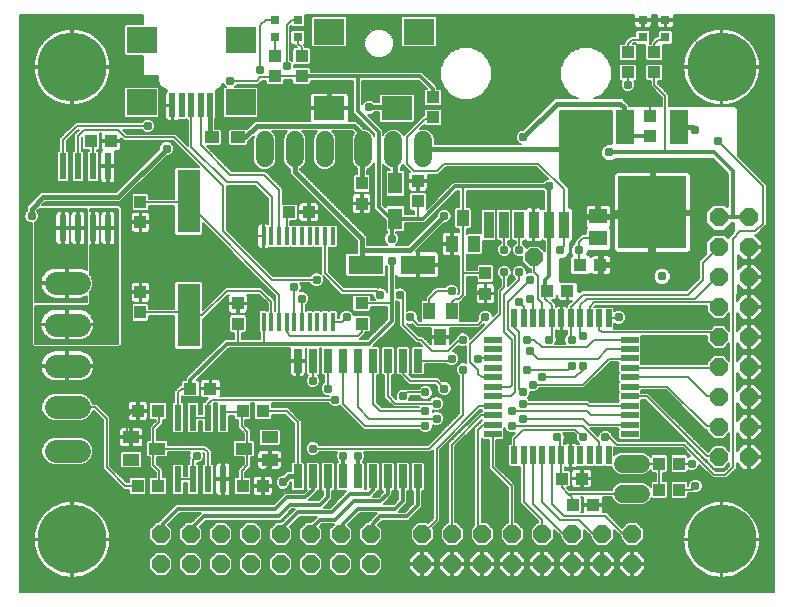
<source format=gtl>
G75*
G70*
%OFA0B0*%
%FSLAX24Y24*%
%IPPOS*%
%LPD*%
%AMOC8*
5,1,8,0,0,1.08239X$1,22.5*
%
%ADD10R,0.0260X0.0800*%
%ADD11OC8,0.0600*%
%ADD12R,0.0320X0.0900*%
%ADD13R,0.0433X0.0394*%
%ADD14R,0.0197X0.0591*%
%ADD15R,0.0591X0.0197*%
%ADD16R,0.0157X0.0591*%
%ADD17R,0.0760X0.2100*%
%ADD18R,0.0394X0.0433*%
%ADD19R,0.0315X0.0315*%
%ADD20C,0.0600*%
%ADD21R,0.0394X0.0551*%
%ADD22R,0.0240X0.0870*%
%ADD23R,0.0236X0.0866*%
%ADD24R,0.0591X0.0512*%
%ADD25R,0.2283X0.2441*%
%ADD26R,0.0630X0.1181*%
%ADD27C,0.2300*%
%ADD28R,0.1024X0.0866*%
%ADD29R,0.1024X0.0787*%
%ADD30R,0.0984X0.0866*%
%ADD31R,0.0197X0.0787*%
%ADD32R,0.0472X0.0394*%
%ADD33R,0.0472X0.0709*%
%ADD34C,0.0768*%
%ADD35R,0.0551X0.0394*%
%ADD36R,0.1181X0.0630*%
%ADD37C,0.0060*%
%ADD38C,0.0310*%
%ADD39C,0.0120*%
%ADD40C,0.0160*%
%ADD41C,0.0100*%
D10*
X009631Y004201D03*
X010131Y004201D03*
X010631Y004201D03*
X011131Y004201D03*
X011631Y004201D03*
X012131Y004201D03*
X012631Y004201D03*
X013131Y004201D03*
X013631Y004201D03*
X013631Y008061D03*
X013131Y008061D03*
X012631Y008061D03*
X012131Y008061D03*
X011631Y008061D03*
X011131Y008061D03*
X010631Y008061D03*
X010131Y008061D03*
X009631Y008061D03*
D11*
X010060Y002281D03*
X009060Y002281D03*
X008060Y002281D03*
X007060Y002281D03*
X006060Y002281D03*
X005060Y002281D03*
X005060Y001281D03*
X006060Y001281D03*
X007060Y001281D03*
X008060Y001281D03*
X009060Y001281D03*
X010060Y001281D03*
X011060Y001281D03*
X011060Y002281D03*
X012060Y002281D03*
X012060Y001281D03*
X013777Y001281D03*
X013777Y002281D03*
X014777Y002281D03*
X015777Y002281D03*
X016777Y002281D03*
X017777Y002281D03*
X018777Y002281D03*
X019777Y002281D03*
X020777Y002281D03*
X020777Y001281D03*
X019777Y001281D03*
X018777Y001281D03*
X017777Y001281D03*
X016777Y001281D03*
X015777Y001281D03*
X014777Y001281D03*
X023663Y004848D03*
X024663Y004848D03*
X024663Y005848D03*
X024663Y006848D03*
X023663Y006848D03*
X023663Y005848D03*
X023663Y007848D03*
X024663Y007848D03*
X024663Y008848D03*
X023663Y008848D03*
X023663Y009848D03*
X024663Y009848D03*
X024663Y010848D03*
X024663Y011848D03*
X023663Y011848D03*
X023663Y010848D03*
X023663Y012848D03*
X024663Y012848D03*
X017506Y011506D03*
D12*
X017487Y012590D03*
X016987Y012590D03*
X016487Y012590D03*
X015987Y012590D03*
X017987Y012590D03*
X018487Y012590D03*
D13*
X019046Y011256D03*
X019716Y011256D03*
X018616Y010381D03*
X017946Y010381D03*
X011756Y009966D03*
X011756Y009296D03*
X009991Y013006D03*
X009321Y013006D03*
X014131Y016171D03*
X014131Y016841D03*
X009756Y017546D03*
X009756Y018216D03*
X008869Y018216D03*
X008869Y017546D03*
X003403Y015381D03*
X002734Y015381D03*
X006046Y007131D03*
X006716Y007131D03*
X018421Y004131D03*
X019091Y004131D03*
X018796Y003256D03*
X019466Y003256D03*
X020631Y017671D03*
X020631Y018341D03*
X021506Y018341D03*
X021506Y017671D03*
D14*
X019987Y009472D03*
X019672Y009472D03*
X019357Y009472D03*
X019042Y009472D03*
X018727Y009472D03*
X018413Y009472D03*
X018098Y009472D03*
X017783Y009472D03*
X017468Y009472D03*
X017153Y009472D03*
X016838Y009472D03*
X016838Y004905D03*
X017153Y004905D03*
X017468Y004905D03*
X017783Y004905D03*
X018098Y004905D03*
X018413Y004905D03*
X018727Y004905D03*
X019042Y004905D03*
X019357Y004905D03*
X019672Y004905D03*
X019987Y004905D03*
D15*
X020696Y005613D03*
X020696Y005928D03*
X020696Y006243D03*
X020696Y006558D03*
X020696Y006873D03*
X020696Y007188D03*
X020696Y007503D03*
X020696Y007818D03*
X020696Y008133D03*
X020696Y008448D03*
X020696Y008763D03*
X016129Y008763D03*
X016129Y008448D03*
X016129Y008133D03*
X016129Y007818D03*
X016129Y007503D03*
X016129Y007188D03*
X016129Y006873D03*
X016129Y006558D03*
X016129Y006243D03*
X016129Y005928D03*
X016129Y005613D03*
D16*
X010789Y009355D03*
X010534Y009355D03*
X010278Y009355D03*
X010022Y009355D03*
X009766Y009355D03*
X009510Y009355D03*
X009254Y009355D03*
X008998Y009355D03*
X008742Y009355D03*
X008486Y009355D03*
X008486Y012210D03*
X008742Y012210D03*
X008998Y012210D03*
X009254Y012210D03*
X009510Y012210D03*
X009766Y012210D03*
X010022Y012210D03*
X010278Y012210D03*
X010534Y012210D03*
X010789Y012210D03*
D17*
X005985Y013366D03*
X005985Y009566D03*
D18*
X007631Y009296D03*
X007631Y009966D03*
X004381Y009671D03*
X004381Y010341D03*
X004381Y012671D03*
X004381Y013341D03*
X011756Y013296D03*
X011756Y013966D03*
X013631Y014041D03*
X013631Y013371D03*
X015881Y010966D03*
X015881Y010296D03*
X021381Y015546D03*
X021381Y016216D03*
X008466Y006381D03*
X007796Y006381D03*
X004966Y006381D03*
X004296Y006381D03*
X004296Y003881D03*
X004966Y003881D03*
X007796Y003881D03*
X008466Y003881D03*
X021671Y003756D03*
X022341Y003756D03*
X022341Y004631D03*
X021671Y004631D03*
D19*
X021881Y018836D03*
X021881Y019426D03*
X021131Y019426D03*
X021131Y018836D03*
X009631Y018836D03*
X009631Y019426D03*
X008881Y019426D03*
X008881Y018836D03*
D20*
X008526Y015405D02*
X008526Y014805D01*
X009526Y014805D02*
X009526Y015405D01*
X010526Y015405D02*
X010526Y014805D01*
X011814Y014800D02*
X011814Y015400D01*
X012814Y015400D02*
X012814Y014800D01*
X013814Y014800D02*
X013814Y015400D01*
X020456Y004631D02*
X021056Y004631D01*
X021056Y003631D02*
X020456Y003631D01*
D21*
X014384Y008842D03*
X014758Y009708D03*
X014010Y009708D03*
X014757Y011948D03*
X015505Y011948D03*
X015131Y012814D03*
D22*
X003299Y012476D03*
X002799Y012476D03*
X002299Y012476D03*
X001799Y012476D03*
X001799Y014536D03*
X002299Y014536D03*
X002799Y014536D03*
X003299Y014536D03*
D23*
X005631Y006155D03*
X006131Y006155D03*
X006631Y006155D03*
X007131Y006155D03*
X007131Y004107D03*
X006631Y004107D03*
X006131Y004107D03*
X005631Y004107D03*
D24*
X019631Y012132D03*
X019631Y012880D03*
D25*
X021438Y013009D03*
D26*
X020540Y015836D03*
X022336Y015836D03*
D27*
X023753Y017848D03*
X023753Y002100D03*
X002100Y002100D03*
X002100Y017848D03*
D28*
X010682Y019029D03*
X013674Y019029D03*
D29*
X012926Y016470D03*
X010682Y016470D03*
D30*
X007727Y016666D03*
X007727Y018753D03*
X004420Y018753D03*
X004420Y016666D03*
D31*
X005444Y016568D03*
X005759Y016568D03*
X006074Y016568D03*
X006389Y016568D03*
X006704Y016568D03*
D32*
X006773Y015506D03*
X007639Y015506D03*
D33*
X012881Y013971D03*
X012881Y012791D03*
D34*
X002326Y010643D02*
X001558Y010643D01*
X001558Y009265D02*
X002326Y009265D01*
X002326Y007887D02*
X001558Y007887D01*
X001558Y006509D02*
X002326Y006509D01*
X002326Y005048D02*
X001558Y005048D01*
D35*
X004073Y004757D03*
X004073Y005505D03*
X004939Y005131D03*
X007823Y005131D03*
X008689Y004757D03*
X008689Y005505D03*
D36*
X011890Y011256D03*
X013622Y011256D03*
D37*
X000361Y019586D02*
X000361Y000361D01*
X025492Y000361D01*
X025492Y019586D01*
X022168Y019586D01*
X022168Y019456D01*
X021911Y019456D01*
X021911Y019396D01*
X021911Y019139D01*
X022056Y019139D01*
X022089Y019148D01*
X022118Y019165D01*
X022142Y019189D01*
X022160Y019219D01*
X022168Y019252D01*
X022168Y019396D01*
X021911Y019396D01*
X021851Y019396D01*
X021851Y019139D01*
X021706Y019139D01*
X021673Y019148D01*
X021644Y019165D01*
X021620Y019189D01*
X021602Y019219D01*
X021594Y019252D01*
X021594Y019396D01*
X021851Y019396D01*
X021851Y019456D01*
X021594Y019456D01*
X021594Y019586D01*
X021418Y019586D01*
X021418Y019456D01*
X021161Y019456D01*
X021161Y019396D01*
X021161Y019139D01*
X021306Y019139D01*
X021339Y019148D01*
X021368Y019165D01*
X021392Y019189D01*
X021410Y019219D01*
X021418Y019252D01*
X021418Y019396D01*
X021161Y019396D01*
X021101Y019396D01*
X021101Y019139D01*
X020956Y019139D01*
X020923Y019148D01*
X020894Y019165D01*
X020870Y019189D01*
X020852Y019219D01*
X020844Y019252D01*
X020844Y019396D01*
X021101Y019396D01*
X021101Y019456D01*
X020844Y019456D01*
X020844Y019586D01*
X009878Y019586D01*
X009878Y019232D01*
X009826Y019179D01*
X009436Y019179D01*
X009392Y019223D01*
X009376Y019206D01*
X009376Y018096D01*
X009395Y018089D01*
X009449Y018034D01*
X009449Y018450D01*
X009502Y018502D01*
X009590Y018502D01*
X009511Y018581D01*
X009511Y018588D01*
X009436Y018588D01*
X009384Y018641D01*
X009384Y019030D01*
X009436Y019083D01*
X009826Y019083D01*
X009878Y019030D01*
X009878Y018641D01*
X009835Y018597D01*
X009876Y018556D01*
X009876Y018502D01*
X010010Y018502D01*
X010063Y018450D01*
X010063Y017982D01*
X010010Y017929D01*
X009502Y017929D01*
X009501Y017930D01*
X009501Y017930D01*
X009501Y017832D01*
X009501Y017832D01*
X009502Y017833D01*
X010010Y017833D01*
X010063Y017780D01*
X010063Y017696D01*
X011529Y017696D01*
X011569Y017696D01*
X011693Y017696D01*
X013654Y017696D01*
X013778Y017696D01*
X014193Y017281D01*
X014281Y017193D01*
X014281Y017127D01*
X014385Y017127D01*
X014438Y017075D01*
X014438Y016607D01*
X014385Y016554D01*
X013877Y016554D01*
X013824Y016607D01*
X013824Y017075D01*
X013877Y017127D01*
X013922Y017127D01*
X013654Y017396D01*
X011781Y017396D01*
X011781Y016603D01*
X011798Y016645D01*
X011867Y016714D01*
X011957Y016751D01*
X012055Y016751D01*
X012145Y016714D01*
X012182Y016676D01*
X012324Y016676D01*
X012324Y016901D01*
X012377Y016953D01*
X013475Y016953D01*
X013528Y016901D01*
X013528Y016039D01*
X013475Y015986D01*
X012377Y015986D01*
X012324Y016039D01*
X012324Y016336D01*
X012182Y016336D01*
X012145Y016298D01*
X012055Y016261D01*
X011963Y016261D01*
X012381Y015843D01*
X012381Y015843D01*
X012469Y015756D01*
X012469Y015584D01*
X012483Y015620D01*
X012593Y015730D01*
X012736Y015789D01*
X012892Y015789D01*
X013035Y015730D01*
X013145Y015620D01*
X013161Y015581D01*
X013761Y016181D01*
X013824Y016244D01*
X013824Y016405D01*
X013877Y016458D01*
X014385Y016458D01*
X014438Y016405D01*
X014438Y015937D01*
X014385Y015885D01*
X013877Y015885D01*
X013841Y015921D01*
X013690Y015770D01*
X013736Y015789D01*
X013892Y015789D01*
X014035Y015730D01*
X014145Y015620D01*
X014204Y015477D01*
X014204Y015269D01*
X017062Y015269D01*
X016992Y015298D01*
X016923Y015367D01*
X016886Y015457D01*
X016886Y015555D01*
X016923Y015645D01*
X016992Y015714D01*
X017082Y015751D01*
X017136Y015751D01*
X018086Y016701D01*
X018186Y016801D01*
X018968Y016801D01*
X018744Y016893D01*
X018500Y017138D01*
X018367Y017458D01*
X018367Y017804D01*
X018500Y018124D01*
X018744Y018369D01*
X019064Y018501D01*
X019410Y018501D01*
X019730Y018369D01*
X019975Y018124D01*
X020107Y017804D01*
X020107Y017458D01*
X019975Y017138D01*
X019730Y016893D01*
X019507Y016801D01*
X020311Y016801D01*
X020451Y016801D01*
X020576Y016676D01*
X020676Y016576D01*
X020676Y016561D01*
X021163Y016561D01*
X021167Y016562D01*
X021351Y016562D01*
X021351Y016561D01*
X021411Y016561D01*
X021411Y016562D01*
X021595Y016562D01*
X021599Y016561D01*
X021761Y016561D01*
X021761Y016831D01*
X021386Y017206D01*
X021386Y017306D01*
X021386Y017385D01*
X021252Y017385D01*
X021199Y017437D01*
X021199Y017905D01*
X021252Y017958D01*
X021760Y017958D01*
X021813Y017905D01*
X021813Y017437D01*
X021760Y017385D01*
X021626Y017385D01*
X021626Y017306D01*
X021931Y017001D01*
X022001Y016931D01*
X022001Y016561D01*
X024056Y016561D01*
X024206Y016561D01*
X024311Y016456D01*
X024311Y014871D01*
X025251Y013931D01*
X025251Y013831D01*
X025251Y012581D01*
X025181Y012511D01*
X024931Y012261D01*
X024857Y012261D01*
X025092Y012026D01*
X025092Y011877D01*
X024693Y011877D01*
X024693Y011818D01*
X025092Y011818D01*
X025092Y011669D01*
X024841Y011418D01*
X024692Y011418D01*
X024692Y011817D01*
X024633Y011817D01*
X024633Y011418D01*
X024484Y011418D01*
X024311Y011591D01*
X024311Y011104D01*
X024484Y011278D01*
X024633Y011278D01*
X024633Y010878D01*
X024692Y010878D01*
X024692Y011278D01*
X024841Y011278D01*
X025092Y011026D01*
X025092Y010877D01*
X024693Y010877D01*
X024693Y010818D01*
X025092Y010818D01*
X025092Y010669D01*
X025492Y010669D01*
X025492Y010727D02*
X025092Y010727D01*
X025092Y010669D02*
X024841Y010418D01*
X024692Y010418D01*
X024692Y010817D01*
X024633Y010817D01*
X024633Y010418D01*
X024484Y010418D01*
X024311Y010591D01*
X024311Y010456D01*
X024311Y010306D01*
X024251Y010246D01*
X024251Y010044D01*
X024484Y010278D01*
X024633Y010278D01*
X024633Y009878D01*
X024692Y009878D01*
X024692Y010278D01*
X024841Y010278D01*
X025092Y010026D01*
X025092Y009877D01*
X024693Y009877D01*
X024693Y009818D01*
X025092Y009818D01*
X025092Y009669D01*
X024841Y009418D01*
X024692Y009418D01*
X024692Y009817D01*
X024633Y009817D01*
X024633Y009418D01*
X024484Y009418D01*
X024251Y009651D01*
X024251Y009044D01*
X024484Y009278D01*
X024633Y009278D01*
X024633Y008878D01*
X024692Y008878D01*
X024692Y009278D01*
X024841Y009278D01*
X025092Y009026D01*
X025092Y008877D01*
X024693Y008877D01*
X024693Y008818D01*
X025092Y008818D01*
X025092Y008669D01*
X024841Y008418D01*
X024692Y008418D01*
X024692Y008817D01*
X024633Y008817D01*
X024633Y008418D01*
X024484Y008418D01*
X024251Y008651D01*
X024251Y008044D01*
X024484Y008278D01*
X024633Y008278D01*
X024633Y007878D01*
X024692Y007878D01*
X024692Y008278D01*
X024841Y008278D01*
X025092Y008026D01*
X025092Y007877D01*
X024693Y007877D01*
X024693Y007818D01*
X025092Y007818D01*
X025092Y007669D01*
X024841Y007418D01*
X024692Y007418D01*
X024692Y007817D01*
X024633Y007817D01*
X024633Y007418D01*
X024484Y007418D01*
X024251Y007651D01*
X024251Y007044D01*
X024484Y007278D01*
X024633Y007278D01*
X024633Y006878D01*
X024692Y006878D01*
X024692Y007278D01*
X024841Y007278D01*
X025092Y007026D01*
X025092Y006877D01*
X024693Y006877D01*
X024693Y006818D01*
X025092Y006818D01*
X025092Y006669D01*
X024841Y006418D01*
X024692Y006418D01*
X024692Y006817D01*
X024633Y006817D01*
X024633Y006418D01*
X024484Y006418D01*
X024251Y006651D01*
X024251Y006044D01*
X024484Y006278D01*
X024633Y006278D01*
X024633Y005878D01*
X024692Y005878D01*
X024692Y006278D01*
X024841Y006278D01*
X025092Y006026D01*
X025092Y005877D01*
X024693Y005877D01*
X024693Y005818D01*
X025092Y005818D01*
X025092Y005669D01*
X024841Y005418D01*
X024692Y005418D01*
X024692Y005817D01*
X024633Y005817D01*
X024633Y005418D01*
X024484Y005418D01*
X024251Y005651D01*
X024251Y005044D01*
X024484Y005278D01*
X024633Y005278D01*
X024633Y004878D01*
X024692Y004878D01*
X024692Y005278D01*
X024841Y005278D01*
X025092Y005026D01*
X025092Y004877D01*
X024693Y004877D01*
X024693Y004818D01*
X025092Y004818D01*
X025092Y004669D01*
X024841Y004418D01*
X024692Y004418D01*
X024692Y004817D01*
X024633Y004817D01*
X024633Y004418D01*
X024484Y004418D01*
X024251Y004651D01*
X024251Y004456D01*
X024181Y004386D01*
X023931Y004136D01*
X023831Y004136D01*
X023456Y004136D01*
X023386Y004206D01*
X023001Y004591D01*
X023001Y004582D01*
X022964Y004492D01*
X022895Y004423D01*
X022805Y004386D01*
X022707Y004386D01*
X022627Y004419D01*
X022627Y004377D01*
X022575Y004324D01*
X022107Y004324D01*
X022054Y004377D01*
X022054Y004885D01*
X022107Y004938D01*
X022575Y004938D01*
X022627Y004885D01*
X022627Y004843D01*
X022707Y004876D01*
X022716Y004876D01*
X022456Y005136D01*
X020206Y005136D01*
X020176Y005167D01*
X020176Y004902D01*
X020235Y004962D01*
X020378Y005021D01*
X021134Y005021D01*
X021277Y004962D01*
X021385Y004854D01*
X021385Y004885D01*
X021437Y004938D01*
X021905Y004938D01*
X021958Y004885D01*
X021958Y004377D01*
X021905Y004324D01*
X021791Y004324D01*
X021791Y004063D01*
X021905Y004063D01*
X021958Y004010D01*
X021958Y003502D01*
X021905Y003449D01*
X021437Y003449D01*
X021413Y003474D01*
X021387Y003410D01*
X021277Y003300D01*
X021134Y003241D01*
X020378Y003241D01*
X020235Y003300D01*
X020125Y003410D01*
X020084Y003511D01*
X019799Y003511D01*
X019803Y003503D01*
X019812Y003470D01*
X019812Y003286D01*
X019496Y003286D01*
X019496Y003226D01*
X019812Y003226D01*
X019812Y003042D01*
X019803Y003009D01*
X019799Y003001D01*
X019831Y003001D01*
X019931Y003001D01*
X020438Y002494D01*
X020615Y002671D01*
X020938Y002671D01*
X021167Y002442D01*
X021167Y002119D01*
X020938Y001891D01*
X020615Y001891D01*
X020387Y002119D01*
X020387Y002206D01*
X020386Y002206D01*
X020167Y002426D01*
X020167Y002119D01*
X019938Y001891D01*
X019615Y001891D01*
X019387Y002119D01*
X019387Y002206D01*
X019386Y002206D01*
X019167Y002426D01*
X019167Y002119D01*
X018938Y001891D01*
X018615Y001891D01*
X018387Y002119D01*
X018387Y002206D01*
X018386Y002206D01*
X018167Y002426D01*
X018167Y002119D01*
X017938Y001891D01*
X017615Y001891D01*
X017387Y002119D01*
X017387Y002442D01*
X017615Y002671D01*
X017636Y002671D01*
X017636Y002706D01*
X017033Y003310D01*
X017033Y003409D01*
X017033Y004519D01*
X017017Y004519D01*
X016995Y004541D01*
X016973Y004519D01*
X016702Y004519D01*
X016649Y004572D01*
X016649Y005237D01*
X016702Y005290D01*
X016718Y005290D01*
X016718Y005413D01*
X016718Y005512D01*
X016867Y005662D01*
X016805Y005636D01*
X016707Y005636D01*
X016617Y005673D01*
X016548Y005742D01*
X016514Y005824D01*
X016514Y005793D01*
X016492Y005771D01*
X016514Y005749D01*
X016514Y005478D01*
X016462Y005425D01*
X016249Y005425D01*
X016249Y004558D01*
X016806Y004001D01*
X016806Y004001D01*
X016876Y003931D01*
X016876Y002671D01*
X016938Y002671D01*
X017167Y002442D01*
X017167Y002119D01*
X016938Y001891D01*
X016615Y001891D01*
X016387Y002119D01*
X016387Y002442D01*
X016615Y002671D01*
X016636Y002671D01*
X016636Y003831D01*
X016079Y004388D01*
X016079Y004388D01*
X016009Y004458D01*
X016009Y005425D01*
X015796Y005425D01*
X015751Y005470D01*
X015751Y002671D01*
X015938Y002671D01*
X016167Y002442D01*
X016167Y002119D01*
X015938Y001891D01*
X015615Y001891D01*
X015387Y002119D01*
X015387Y002442D01*
X015511Y002566D01*
X015511Y005806D01*
X015581Y005876D01*
X015744Y006038D01*
X015744Y006064D01*
X015766Y006086D01*
X015761Y006091D01*
X014876Y005206D01*
X014876Y002671D01*
X014938Y002671D01*
X015167Y002442D01*
X015167Y002119D01*
X014938Y001891D01*
X014615Y001891D01*
X014387Y002119D01*
X014387Y002442D01*
X014615Y002671D01*
X014636Y002671D01*
X014636Y005306D01*
X014706Y005376D01*
X015694Y006363D01*
X015744Y006363D01*
X015744Y006379D01*
X015766Y006401D01*
X015744Y006422D01*
X015744Y006438D01*
X015733Y006438D01*
X014376Y005081D01*
X014376Y002810D01*
X014376Y002710D01*
X014137Y002471D01*
X014167Y002442D01*
X014167Y002119D01*
X013938Y001891D01*
X013615Y001891D01*
X013387Y002119D01*
X013387Y002442D01*
X013615Y002671D01*
X013938Y002671D01*
X013968Y002641D01*
X014136Y002810D01*
X014136Y005091D01*
X014056Y005011D01*
X013956Y005011D01*
X011842Y005011D01*
X011876Y004930D01*
X011876Y004832D01*
X011839Y004742D01*
X011787Y004691D01*
X011798Y004691D01*
X011851Y004638D01*
X011851Y003781D01*
X011911Y003781D01*
X011911Y004638D01*
X011964Y004691D01*
X012298Y004691D01*
X012351Y004638D01*
X012351Y003764D01*
X012298Y003711D01*
X012281Y003711D01*
X012281Y003694D01*
X012156Y003569D01*
X012118Y003531D01*
X012319Y003531D01*
X012481Y003693D01*
X012481Y003711D01*
X012464Y003711D01*
X012411Y003764D01*
X012411Y004638D01*
X012464Y004691D01*
X012798Y004691D01*
X012851Y004638D01*
X012851Y003764D01*
X012798Y003711D01*
X012781Y003711D01*
X012781Y003693D01*
X012781Y003569D01*
X012531Y003319D01*
X012493Y003281D01*
X012819Y003281D01*
X012981Y003443D01*
X012981Y003711D01*
X012964Y003711D01*
X012911Y003764D01*
X012911Y004638D01*
X012964Y004691D01*
X013298Y004691D01*
X013351Y004638D01*
X013351Y003764D01*
X013298Y003711D01*
X013281Y003711D01*
X013281Y003443D01*
X013281Y003319D01*
X013031Y003069D01*
X012993Y003031D01*
X013194Y003031D01*
X013481Y003318D01*
X013481Y003711D01*
X013464Y003711D01*
X013411Y003764D01*
X013411Y004638D01*
X013464Y004691D01*
X013798Y004691D01*
X013851Y004638D01*
X013851Y003764D01*
X013798Y003711D01*
X013781Y003711D01*
X013781Y003318D01*
X013781Y003194D01*
X013406Y002819D01*
X013318Y002731D01*
X012443Y002731D01*
X012302Y002590D01*
X012450Y002442D01*
X012450Y002119D01*
X012222Y001891D01*
X011899Y001891D01*
X011670Y002119D01*
X011670Y002442D01*
X011899Y002671D01*
X011981Y002671D01*
X011981Y002693D01*
X012069Y002781D01*
X012269Y002981D01*
X011693Y002981D01*
X011302Y002590D01*
X011450Y002442D01*
X011450Y002119D01*
X011222Y001891D01*
X010899Y001891D01*
X010670Y002119D01*
X010670Y002442D01*
X010834Y002606D01*
X010443Y002606D01*
X010365Y002528D01*
X010450Y002442D01*
X010450Y002119D01*
X010222Y001891D01*
X009899Y001891D01*
X009670Y002119D01*
X009670Y002442D01*
X009899Y002671D01*
X010083Y002671D01*
X010269Y002856D01*
X009693Y002856D01*
X009365Y002528D01*
X009450Y002442D01*
X009450Y002119D01*
X009222Y001891D01*
X008899Y001891D01*
X008670Y002119D01*
X008670Y002442D01*
X008899Y002671D01*
X009083Y002671D01*
X009519Y003106D01*
X009443Y003106D01*
X009156Y002819D01*
X009068Y002731D01*
X006568Y002731D01*
X006365Y002528D01*
X006450Y002442D01*
X006450Y002119D01*
X006222Y001891D01*
X005899Y001891D01*
X005670Y002119D01*
X005670Y002442D01*
X005899Y002671D01*
X006083Y002671D01*
X006394Y002981D01*
X005693Y002981D01*
X005302Y002590D01*
X005450Y002442D01*
X005450Y002119D01*
X005222Y001891D01*
X004899Y001891D01*
X004670Y002119D01*
X004670Y002442D01*
X004899Y002671D01*
X004981Y002671D01*
X004981Y002693D01*
X005069Y002781D01*
X005069Y002781D01*
X005569Y003281D01*
X005693Y003281D01*
X008819Y003281D01*
X009194Y003656D01*
X009318Y003656D01*
X009819Y003656D01*
X009919Y003756D01*
X009911Y003764D01*
X009911Y004638D01*
X009964Y004691D01*
X010298Y004691D01*
X010351Y004638D01*
X010351Y003764D01*
X010298Y003711D01*
X010281Y003711D01*
X010281Y003694D01*
X010031Y003444D01*
X009993Y003406D01*
X010319Y003406D01*
X010481Y003568D01*
X010481Y003711D01*
X010464Y003711D01*
X010411Y003764D01*
X010411Y004638D01*
X010464Y004691D01*
X010798Y004691D01*
X010851Y004638D01*
X010851Y003764D01*
X010798Y003711D01*
X010781Y003711D01*
X010781Y003568D01*
X010781Y003444D01*
X010531Y003194D01*
X010493Y003156D01*
X010694Y003156D01*
X011249Y003711D01*
X010964Y003711D01*
X010911Y003764D01*
X010911Y004638D01*
X010964Y004691D01*
X010975Y004691D01*
X010923Y004742D01*
X010886Y004832D01*
X010886Y004930D01*
X010920Y005011D01*
X010346Y005011D01*
X010339Y004992D01*
X010270Y004923D01*
X010180Y004886D01*
X010082Y004886D01*
X009992Y004923D01*
X009923Y004992D01*
X009886Y005082D01*
X009886Y005180D01*
X009923Y005270D01*
X009992Y005339D01*
X010082Y005376D01*
X010180Y005376D01*
X010270Y005339D01*
X010339Y005270D01*
X010346Y005251D01*
X013956Y005251D01*
X015011Y006306D01*
X015011Y007541D01*
X014992Y007548D01*
X014923Y007617D01*
X014886Y007707D01*
X014886Y007805D01*
X014923Y007895D01*
X014992Y007964D01*
X015082Y008001D01*
X015180Y008001D01*
X015249Y007972D01*
X015249Y008068D01*
X015249Y008540D01*
X015180Y008511D01*
X015082Y008511D01*
X014992Y008548D01*
X014980Y008560D01*
X014796Y008376D01*
X014805Y008376D01*
X014895Y008339D01*
X014964Y008270D01*
X015001Y008180D01*
X015001Y008082D01*
X014964Y007992D01*
X014895Y007923D01*
X014805Y007886D01*
X014707Y007886D01*
X014617Y007923D01*
X014600Y007941D01*
X013851Y007941D01*
X013851Y007624D01*
X013798Y007571D01*
X013464Y007571D01*
X013411Y007624D01*
X013411Y008498D01*
X013464Y008551D01*
X013766Y008551D01*
X013681Y008636D01*
X013681Y008636D01*
X013581Y008636D01*
X013081Y009136D01*
X013011Y009206D01*
X013011Y010011D01*
X012982Y010011D01*
X012906Y010043D01*
X012906Y009944D01*
X012906Y009319D01*
X012818Y009231D01*
X012138Y008551D01*
X012298Y008551D01*
X012351Y008498D01*
X012351Y007624D01*
X012298Y007571D01*
X012251Y007571D01*
X012251Y006681D01*
X012431Y006501D01*
X013666Y006501D01*
X013670Y006511D01*
X012931Y006511D01*
X012831Y006511D01*
X012511Y006831D01*
X012511Y006931D01*
X012511Y007571D01*
X012464Y007571D01*
X012411Y007624D01*
X012411Y008498D01*
X012464Y008551D01*
X012798Y008551D01*
X012851Y008498D01*
X012851Y007624D01*
X012798Y007571D01*
X012751Y007571D01*
X012751Y006931D01*
X012912Y006770D01*
X012886Y006832D01*
X012886Y006930D01*
X012923Y007020D01*
X012992Y007089D01*
X013082Y007126D01*
X013180Y007126D01*
X013199Y007118D01*
X013206Y007126D01*
X013306Y007126D01*
X013666Y007126D01*
X013673Y007145D01*
X013742Y007214D01*
X013832Y007251D01*
X013930Y007251D01*
X014020Y007214D01*
X014089Y007145D01*
X014126Y007055D01*
X014126Y006957D01*
X014089Y006867D01*
X014020Y006798D01*
X013930Y006761D01*
X013832Y006761D01*
X013742Y006798D01*
X013673Y006867D01*
X013666Y006886D01*
X013376Y006886D01*
X013376Y006832D01*
X013342Y006751D01*
X014041Y006751D01*
X014048Y006770D01*
X014117Y006839D01*
X014207Y006876D01*
X014305Y006876D01*
X014395Y006839D01*
X014464Y006770D01*
X014501Y006680D01*
X014501Y006582D01*
X014464Y006492D01*
X014395Y006423D01*
X014305Y006386D01*
X014207Y006386D01*
X014126Y006420D01*
X014126Y006342D01*
X014207Y006376D01*
X014305Y006376D01*
X014395Y006339D01*
X014464Y006270D01*
X014501Y006180D01*
X014501Y006082D01*
X014464Y005992D01*
X014395Y005923D01*
X014305Y005886D01*
X014207Y005886D01*
X014126Y005920D01*
X014126Y005832D01*
X014089Y005742D01*
X014020Y005673D01*
X013930Y005636D01*
X013832Y005636D01*
X013742Y005673D01*
X013673Y005742D01*
X013666Y005761D01*
X011831Y005761D01*
X011761Y005831D01*
X011032Y006560D01*
X011020Y006548D01*
X010930Y006511D01*
X010832Y006511D01*
X010742Y006548D01*
X010673Y006617D01*
X010666Y006636D01*
X008751Y006636D01*
X008752Y006635D01*
X008752Y006501D01*
X009206Y006501D01*
X009306Y006501D01*
X009681Y006126D01*
X009751Y006056D01*
X009751Y004691D01*
X009798Y004691D01*
X009851Y004638D01*
X009851Y003764D01*
X009798Y003711D01*
X009464Y003711D01*
X009411Y003764D01*
X009411Y004031D01*
X009396Y004031D01*
X009376Y004011D01*
X009376Y003957D01*
X009339Y003867D01*
X009270Y003798D01*
X009180Y003761D01*
X009082Y003761D01*
X008992Y003798D01*
X008923Y003867D01*
X008886Y003957D01*
X008886Y004055D01*
X008923Y004145D01*
X008992Y004214D01*
X009082Y004251D01*
X009136Y004251D01*
X009256Y004371D01*
X009396Y004371D01*
X009411Y004371D01*
X009411Y004638D01*
X009464Y004691D01*
X009511Y004691D01*
X009511Y005956D01*
X009206Y006261D01*
X008752Y006261D01*
X008752Y006127D01*
X008700Y006074D01*
X008232Y006074D01*
X008179Y006127D01*
X008179Y006635D01*
X008180Y006636D01*
X008082Y006636D01*
X008083Y006635D01*
X008083Y006127D01*
X008030Y006074D01*
X007876Y006074D01*
X007876Y005931D01*
X007998Y005809D01*
X008068Y005739D01*
X008068Y005418D01*
X008136Y005418D01*
X008189Y005365D01*
X008189Y004897D01*
X008136Y004844D01*
X008068Y004844D01*
X008068Y004623D01*
X008068Y004523D01*
X007876Y004331D01*
X007876Y004188D01*
X008030Y004188D01*
X008083Y004135D01*
X008083Y003627D01*
X008030Y003574D01*
X007562Y003574D01*
X007510Y003627D01*
X007510Y004135D01*
X007562Y004188D01*
X007636Y004188D01*
X007636Y004431D01*
X007706Y004501D01*
X007828Y004623D01*
X007828Y004844D01*
X007510Y004844D01*
X007457Y004897D01*
X007457Y005365D01*
X007510Y005418D01*
X007828Y005418D01*
X007828Y005639D01*
X007706Y005761D01*
X007636Y005831D01*
X007636Y006074D01*
X007562Y006074D01*
X007510Y006127D01*
X007510Y006221D01*
X007339Y006221D01*
X007339Y005684D01*
X007286Y005632D01*
X006976Y005632D01*
X006923Y005684D01*
X006923Y006625D01*
X006934Y006636D01*
X006828Y006636D01*
X006839Y006625D01*
X006839Y005684D01*
X006786Y005632D01*
X006476Y005632D01*
X006423Y005684D01*
X006423Y006035D01*
X006339Y006035D01*
X006339Y005684D01*
X006286Y005632D01*
X005976Y005632D01*
X005923Y005684D01*
X005923Y006625D01*
X005976Y006678D01*
X006286Y006678D01*
X006339Y006625D01*
X006339Y006275D01*
X006423Y006275D01*
X006423Y006625D01*
X006476Y006678D01*
X006511Y006678D01*
X006511Y006681D01*
X006581Y006751D01*
X006635Y006804D01*
X006482Y006804D01*
X006449Y006813D01*
X006419Y006830D01*
X006395Y006854D01*
X006378Y006884D01*
X006369Y006917D01*
X006369Y007101D01*
X006686Y007101D01*
X006686Y007161D01*
X006686Y007458D01*
X006482Y007458D01*
X006449Y007449D01*
X006419Y007432D01*
X006395Y007408D01*
X006378Y007378D01*
X006369Y007345D01*
X006369Y007161D01*
X006686Y007161D01*
X006746Y007161D01*
X007062Y007161D01*
X007062Y007345D01*
X007053Y007378D01*
X007036Y007408D01*
X007012Y007432D01*
X006982Y007449D01*
X006949Y007458D01*
X006746Y007458D01*
X006746Y007161D01*
X006746Y007101D01*
X007062Y007101D01*
X007062Y006917D01*
X007053Y006884D01*
X007049Y006876D01*
X010666Y006876D01*
X010670Y006886D01*
X010582Y006886D01*
X010492Y006923D01*
X010423Y006992D01*
X010386Y007082D01*
X010386Y007180D01*
X010423Y007270D01*
X010492Y007339D01*
X010511Y007346D01*
X010511Y007571D01*
X010464Y007571D01*
X010411Y007624D01*
X010411Y008481D01*
X010351Y008481D01*
X010351Y007624D01*
X010298Y007571D01*
X010287Y007571D01*
X010339Y007520D01*
X010376Y007430D01*
X010376Y007332D01*
X010485Y007332D01*
X010511Y007390D02*
X010376Y007390D01*
X010376Y007332D02*
X010339Y007242D01*
X010270Y007173D01*
X010180Y007136D01*
X010082Y007136D01*
X009992Y007173D01*
X009923Y007242D01*
X009886Y007332D01*
X007062Y007332D01*
X007062Y007273D02*
X009910Y007273D01*
X009886Y007332D02*
X009886Y007430D01*
X009923Y007520D01*
X009975Y007571D01*
X009964Y007571D01*
X009911Y007624D01*
X009911Y008481D01*
X009890Y008481D01*
X009891Y008478D01*
X009891Y008091D01*
X009661Y008091D01*
X009661Y008031D01*
X009661Y007531D01*
X009778Y007531D01*
X009811Y007540D01*
X009841Y007557D01*
X009865Y007581D01*
X009882Y007611D01*
X009891Y007644D01*
X009891Y008031D01*
X009661Y008031D01*
X009601Y008031D01*
X009601Y007531D01*
X009484Y007531D01*
X009451Y007540D01*
X009421Y007557D01*
X009397Y007581D01*
X009380Y007611D01*
X009371Y007644D01*
X009371Y008031D01*
X009601Y008031D01*
X009601Y008091D01*
X009371Y008091D01*
X009371Y008478D01*
X009372Y008481D01*
X008444Y008481D01*
X007569Y008481D01*
X007318Y008481D01*
X006255Y007418D01*
X006300Y007418D01*
X006353Y007365D01*
X006353Y006897D01*
X006300Y006844D01*
X005793Y006844D01*
X005751Y006886D01*
X005751Y006678D01*
X005786Y006678D01*
X005839Y006625D01*
X005839Y005684D01*
X005786Y005632D01*
X005476Y005632D01*
X005423Y005684D01*
X005423Y006625D01*
X005476Y006678D01*
X005511Y006678D01*
X005511Y007056D01*
X005581Y007126D01*
X005581Y007126D01*
X005636Y007181D01*
X005636Y007181D01*
X005706Y007251D01*
X005740Y007251D01*
X005740Y007365D01*
X005793Y007418D01*
X005896Y007418D01*
X005896Y007484D01*
X005984Y007571D01*
X005984Y007571D01*
X007194Y008781D01*
X007318Y008781D01*
X007511Y008781D01*
X007511Y008990D01*
X007397Y008990D01*
X007344Y009043D01*
X007344Y009550D01*
X007397Y009603D01*
X007865Y009603D01*
X007918Y009550D01*
X007918Y009043D01*
X007865Y008990D01*
X007751Y008990D01*
X007751Y008781D01*
X008366Y008781D01*
X008366Y008974D01*
X008318Y009023D01*
X008318Y009688D01*
X008370Y009741D01*
X008602Y009741D01*
X008614Y009729D01*
X008622Y009737D01*
X008622Y009970D01*
X008331Y010261D01*
X007932Y010261D01*
X007949Y010232D01*
X007958Y010199D01*
X007958Y009996D01*
X007661Y009996D01*
X007661Y009936D01*
X007958Y009936D01*
X007958Y009732D01*
X007949Y009699D01*
X007932Y009669D01*
X007908Y009645D01*
X007878Y009628D01*
X007845Y009619D01*
X007661Y009619D01*
X007661Y009936D01*
X007601Y009936D01*
X007304Y009936D01*
X007304Y009732D01*
X007313Y009699D01*
X007330Y009669D01*
X007354Y009645D01*
X007384Y009628D01*
X007417Y009619D01*
X007601Y009619D01*
X007601Y009936D01*
X007601Y009996D01*
X007304Y009996D01*
X007304Y010199D01*
X007313Y010232D01*
X007330Y010261D01*
X007306Y010261D01*
X006490Y009446D01*
X006455Y009446D01*
X006455Y008478D01*
X006403Y008426D01*
X005568Y008426D01*
X005515Y008478D01*
X005515Y009551D01*
X004668Y009551D01*
X004668Y009418D01*
X004615Y009365D01*
X004147Y009365D01*
X004094Y009418D01*
X004094Y009925D01*
X004147Y009978D01*
X004615Y009978D01*
X004668Y009925D01*
X004668Y009791D01*
X005515Y009791D01*
X005515Y010653D01*
X005568Y010706D01*
X006403Y010706D01*
X006455Y010653D01*
X006455Y009750D01*
X007136Y010431D01*
X007206Y010501D01*
X008431Y010501D01*
X008501Y010431D01*
X008862Y010069D01*
X008862Y009970D01*
X008862Y009737D01*
X008870Y009729D01*
X008878Y009737D01*
X008878Y010214D01*
X006455Y012637D01*
X006455Y012278D01*
X006403Y012226D01*
X005568Y012226D01*
X005515Y012278D01*
X005515Y013221D01*
X004668Y013221D01*
X004668Y013087D01*
X004615Y013034D01*
X004147Y013034D01*
X004094Y013087D01*
X004094Y013594D01*
X004147Y013647D01*
X004615Y013647D01*
X004668Y013594D01*
X004668Y013461D01*
X005515Y013461D01*
X005515Y014453D01*
X005568Y014506D01*
X006337Y014506D01*
X005456Y015386D01*
X003831Y015386D01*
X003761Y015456D01*
X003750Y015468D01*
X003750Y015411D01*
X003433Y015411D01*
X003433Y015351D01*
X003750Y015351D01*
X003750Y015167D01*
X003741Y015134D01*
X003724Y015104D01*
X003699Y015080D01*
X003670Y015063D01*
X003637Y015054D01*
X003520Y015054D01*
X003523Y015051D01*
X003540Y015021D01*
X003549Y014988D01*
X003549Y014566D01*
X003329Y014566D01*
X003329Y014506D01*
X003329Y013971D01*
X003436Y013971D01*
X003469Y013980D01*
X003499Y013997D01*
X003523Y014021D01*
X003540Y014051D01*
X003549Y014084D01*
X003549Y014506D01*
X003329Y014506D01*
X003269Y014506D01*
X003049Y014506D01*
X003049Y014084D01*
X003058Y014051D01*
X003075Y014021D01*
X003099Y013997D01*
X003129Y013980D01*
X003162Y013971D01*
X003269Y013971D01*
X003269Y014506D01*
X003269Y014566D01*
X003049Y014566D01*
X003049Y014988D01*
X003058Y015021D01*
X003075Y015051D01*
X003099Y015075D01*
X003108Y015080D01*
X003107Y015080D01*
X003083Y015104D01*
X003065Y015134D01*
X003057Y015167D01*
X003057Y015351D01*
X003373Y015351D01*
X003373Y015411D01*
X003057Y015411D01*
X003057Y015595D01*
X003065Y015628D01*
X003070Y015636D01*
X003019Y015636D01*
X003040Y015615D01*
X003040Y015147D01*
X002988Y015094D01*
X002919Y015094D01*
X002919Y015061D01*
X002957Y015061D01*
X003009Y015008D01*
X003009Y014064D01*
X002957Y014011D01*
X002642Y014011D01*
X002589Y014064D01*
X002589Y015008D01*
X002642Y015061D01*
X002679Y015061D01*
X002679Y015094D01*
X002480Y015094D01*
X002427Y015147D01*
X002427Y015508D01*
X002419Y015500D01*
X002419Y015061D01*
X002457Y015061D01*
X002509Y015008D01*
X002509Y014064D01*
X002457Y014011D01*
X002142Y014011D01*
X002089Y014064D01*
X002089Y015008D01*
X002142Y015061D01*
X002179Y015061D01*
X002179Y015500D01*
X002179Y015599D01*
X002341Y015761D01*
X002306Y015761D01*
X001919Y015375D01*
X001919Y015061D01*
X001957Y015061D01*
X002009Y015008D01*
X002009Y014064D01*
X001957Y014011D01*
X001642Y014011D01*
X001589Y014064D01*
X001589Y015008D01*
X001642Y015061D01*
X001679Y015061D01*
X001679Y015375D01*
X001679Y015474D01*
X002136Y015931D01*
X002206Y016001D01*
X004416Y016001D01*
X004423Y016020D01*
X004492Y016089D01*
X004582Y016126D01*
X004680Y016126D01*
X004770Y016089D01*
X004839Y016020D01*
X004876Y015930D01*
X004876Y015832D01*
X004839Y015742D01*
X004770Y015673D01*
X004680Y015636D01*
X004582Y015636D01*
X004492Y015673D01*
X004423Y015742D01*
X004416Y015761D01*
X003796Y015761D01*
X003931Y015626D01*
X005456Y015626D01*
X005556Y015626D01*
X005954Y015228D01*
X005954Y015238D01*
X005954Y016084D01*
X005938Y016084D01*
X005916Y016106D01*
X005895Y016084D01*
X005636Y016084D01*
X005622Y016070D01*
X005593Y016053D01*
X005560Y016044D01*
X005463Y016044D01*
X005463Y016549D01*
X005425Y016549D01*
X005425Y016044D01*
X005328Y016044D01*
X005295Y016053D01*
X005266Y016070D01*
X005242Y016094D01*
X005224Y016124D01*
X005216Y016157D01*
X005216Y016549D01*
X005425Y016549D01*
X005425Y016587D01*
X005216Y016587D01*
X005216Y016979D01*
X005224Y017012D01*
X005242Y017042D01*
X005256Y017056D01*
X005256Y017067D01*
X005154Y017109D01*
X005040Y017223D01*
X004978Y017373D01*
X004978Y017535D01*
X004980Y017541D01*
X004521Y017541D01*
X004468Y017594D01*
X004468Y018230D01*
X003891Y018230D01*
X003838Y018283D01*
X003838Y019223D01*
X003891Y019276D01*
X004468Y019276D01*
X004468Y019586D01*
X000361Y019586D01*
X000361Y019567D02*
X004468Y019567D01*
X004468Y019509D02*
X000361Y019509D01*
X000361Y019450D02*
X004468Y019450D01*
X004468Y019392D02*
X000361Y019392D01*
X000361Y019333D02*
X004468Y019333D01*
X003890Y019275D02*
X000361Y019275D01*
X000361Y019216D02*
X003838Y019216D01*
X003838Y019158D02*
X000361Y019158D01*
X000361Y019099D02*
X001830Y019099D01*
X001788Y019091D02*
X001911Y019115D01*
X002037Y019128D01*
X002070Y019128D01*
X002070Y017878D01*
X002129Y017878D01*
X002129Y019128D01*
X002162Y019128D01*
X002288Y019115D01*
X002411Y019091D01*
X002531Y019054D01*
X002647Y019006D01*
X002758Y018947D01*
X002863Y018877D01*
X002960Y018797D01*
X003049Y018708D01*
X003129Y018611D01*
X003199Y018506D01*
X003258Y018395D01*
X003306Y018279D01*
X003343Y018159D01*
X003367Y018036D01*
X003379Y017910D01*
X003379Y017877D01*
X002130Y017877D01*
X002130Y017818D01*
X003379Y017818D01*
X003379Y017785D01*
X003367Y017659D01*
X003343Y017536D01*
X003306Y017416D01*
X003258Y017300D01*
X003199Y017189D01*
X003129Y017084D01*
X003049Y016987D01*
X002960Y016898D01*
X002863Y016818D01*
X002758Y016748D01*
X002647Y016689D01*
X002531Y016641D01*
X002411Y016604D01*
X002288Y016580D01*
X002162Y016568D01*
X002129Y016568D01*
X002129Y017817D01*
X002070Y017817D01*
X002070Y016568D01*
X002037Y016568D01*
X001911Y016580D01*
X001788Y016604D01*
X001668Y016641D01*
X001552Y016689D01*
X001441Y016748D01*
X001336Y016818D01*
X001239Y016898D01*
X001150Y016987D01*
X001070Y017084D01*
X001000Y017189D01*
X000941Y017300D01*
X000893Y017416D01*
X000856Y017536D01*
X000832Y017659D01*
X000820Y017785D01*
X000820Y017818D01*
X002069Y017818D01*
X002069Y017877D01*
X000820Y017877D01*
X000820Y017910D01*
X000832Y018036D01*
X000856Y018159D01*
X000893Y018279D01*
X000941Y018395D01*
X001000Y018506D01*
X001070Y018611D01*
X001150Y018708D01*
X001239Y018797D01*
X001336Y018877D01*
X001441Y018947D01*
X001552Y019006D01*
X001668Y019054D01*
X001788Y019091D01*
X001635Y019041D02*
X000361Y019041D01*
X000361Y018982D02*
X001507Y018982D01*
X001406Y018923D02*
X000361Y018923D01*
X000361Y018865D02*
X001321Y018865D01*
X001250Y018806D02*
X000361Y018806D01*
X000361Y018748D02*
X001190Y018748D01*
X001134Y018689D02*
X000361Y018689D01*
X000361Y018631D02*
X001086Y018631D01*
X001044Y018572D02*
X000361Y018572D01*
X000361Y018514D02*
X001005Y018514D01*
X000973Y018455D02*
X000361Y018455D01*
X000361Y018397D02*
X000942Y018397D01*
X000917Y018338D02*
X000361Y018338D01*
X000361Y018279D02*
X000893Y018279D01*
X000875Y018221D02*
X000361Y018221D01*
X000361Y018162D02*
X000857Y018162D01*
X000845Y018104D02*
X000361Y018104D01*
X000361Y018045D02*
X000834Y018045D01*
X000827Y017987D02*
X000361Y017987D01*
X000361Y017928D02*
X000821Y017928D01*
X000820Y017811D02*
X000361Y017811D01*
X000361Y017753D02*
X000823Y017753D01*
X000828Y017694D02*
X000361Y017694D01*
X000361Y017635D02*
X000837Y017635D01*
X000848Y017577D02*
X000361Y017577D01*
X000361Y017518D02*
X000862Y017518D01*
X000880Y017460D02*
X000361Y017460D01*
X000361Y017401D02*
X000899Y017401D01*
X000923Y017343D02*
X000361Y017343D01*
X000361Y017284D02*
X000949Y017284D01*
X000981Y017226D02*
X000361Y017226D01*
X000361Y017167D02*
X001015Y017167D01*
X001054Y017109D02*
X000361Y017109D01*
X000361Y017050D02*
X001098Y017050D01*
X001146Y016991D02*
X000361Y016991D01*
X000361Y016933D02*
X001204Y016933D01*
X001268Y016874D02*
X000361Y016874D01*
X000361Y016816D02*
X001340Y016816D01*
X001427Y016757D02*
X000361Y016757D01*
X000361Y016699D02*
X001533Y016699D01*
X001670Y016640D02*
X000361Y016640D01*
X000361Y016582D02*
X001902Y016582D01*
X002070Y016582D02*
X002129Y016582D01*
X002129Y016640D02*
X002070Y016640D01*
X002070Y016699D02*
X002129Y016699D01*
X002129Y016757D02*
X002070Y016757D01*
X002070Y016816D02*
X002129Y016816D01*
X002129Y016874D02*
X002070Y016874D01*
X002070Y016933D02*
X002129Y016933D01*
X002129Y016991D02*
X002070Y016991D01*
X002070Y017050D02*
X002129Y017050D01*
X002129Y017109D02*
X002070Y017109D01*
X002070Y017167D02*
X002129Y017167D01*
X002129Y017226D02*
X002070Y017226D01*
X002070Y017284D02*
X002129Y017284D01*
X002129Y017343D02*
X002070Y017343D01*
X002070Y017401D02*
X002129Y017401D01*
X002129Y017460D02*
X002070Y017460D01*
X002070Y017518D02*
X002129Y017518D01*
X002129Y017577D02*
X002070Y017577D01*
X002070Y017635D02*
X002129Y017635D01*
X002129Y017694D02*
X002070Y017694D01*
X002070Y017753D02*
X002129Y017753D01*
X002129Y017811D02*
X002070Y017811D01*
X002069Y017870D02*
X000361Y017870D01*
X000361Y016523D02*
X003838Y016523D01*
X003838Y016465D02*
X000361Y016465D01*
X000361Y016406D02*
X003838Y016406D01*
X003838Y016348D02*
X000361Y016348D01*
X000361Y016289D02*
X003838Y016289D01*
X003838Y016230D02*
X000361Y016230D01*
X000361Y016172D02*
X003862Y016172D01*
X003838Y016196D02*
X003891Y016143D01*
X004950Y016143D01*
X005002Y016196D01*
X005002Y017137D01*
X004950Y017189D01*
X003891Y017189D01*
X003838Y017137D01*
X003838Y016196D01*
X003838Y016582D02*
X002297Y016582D01*
X002529Y016640D02*
X003838Y016640D01*
X003838Y016699D02*
X002666Y016699D01*
X002772Y016757D02*
X003838Y016757D01*
X003838Y016816D02*
X002859Y016816D01*
X002931Y016874D02*
X003838Y016874D01*
X003838Y016933D02*
X002995Y016933D01*
X003053Y016991D02*
X003838Y016991D01*
X003838Y017050D02*
X003101Y017050D01*
X003145Y017109D02*
X003838Y017109D01*
X003869Y017167D02*
X003184Y017167D01*
X003218Y017226D02*
X005039Y017226D01*
X005014Y017284D02*
X003250Y017284D01*
X003276Y017343D02*
X004990Y017343D01*
X004978Y017401D02*
X003300Y017401D01*
X003319Y017460D02*
X004978Y017460D01*
X004978Y017518D02*
X003337Y017518D01*
X003351Y017577D02*
X004485Y017577D01*
X004468Y017635D02*
X003362Y017635D01*
X003371Y017694D02*
X004468Y017694D01*
X004468Y017753D02*
X003376Y017753D01*
X003379Y017811D02*
X004468Y017811D01*
X004468Y017870D02*
X002130Y017870D01*
X002129Y017928D02*
X002070Y017928D01*
X002070Y017987D02*
X002129Y017987D01*
X002129Y018045D02*
X002070Y018045D01*
X002070Y018104D02*
X002129Y018104D01*
X002129Y018162D02*
X002070Y018162D01*
X002070Y018221D02*
X002129Y018221D01*
X002129Y018279D02*
X002070Y018279D01*
X002070Y018338D02*
X002129Y018338D01*
X002129Y018397D02*
X002070Y018397D01*
X002070Y018455D02*
X002129Y018455D01*
X002129Y018514D02*
X002070Y018514D01*
X002070Y018572D02*
X002129Y018572D01*
X002129Y018631D02*
X002070Y018631D01*
X002070Y018689D02*
X002129Y018689D01*
X002129Y018748D02*
X002070Y018748D01*
X002070Y018806D02*
X002129Y018806D01*
X002129Y018865D02*
X002070Y018865D01*
X002070Y018923D02*
X002129Y018923D01*
X002129Y018982D02*
X002070Y018982D01*
X002070Y019041D02*
X002129Y019041D01*
X002129Y019099D02*
X002070Y019099D01*
X002369Y019099D02*
X003838Y019099D01*
X003838Y019041D02*
X002564Y019041D01*
X002692Y018982D02*
X003838Y018982D01*
X003838Y018923D02*
X002793Y018923D01*
X002878Y018865D02*
X003838Y018865D01*
X003838Y018806D02*
X002949Y018806D01*
X003009Y018748D02*
X003838Y018748D01*
X003838Y018689D02*
X003065Y018689D01*
X003113Y018631D02*
X003838Y018631D01*
X003838Y018572D02*
X003155Y018572D01*
X003194Y018514D02*
X003838Y018514D01*
X003838Y018455D02*
X003226Y018455D01*
X003257Y018397D02*
X003838Y018397D01*
X003838Y018338D02*
X003282Y018338D01*
X003306Y018279D02*
X003842Y018279D01*
X003372Y017987D02*
X004468Y017987D01*
X004468Y018045D02*
X003365Y018045D01*
X003354Y018104D02*
X004468Y018104D01*
X004468Y018162D02*
X003342Y018162D01*
X003324Y018221D02*
X004468Y018221D01*
X004468Y017928D02*
X003378Y017928D01*
X004972Y017167D02*
X005096Y017167D01*
X005154Y017109D02*
X005002Y017109D01*
X005002Y017050D02*
X005250Y017050D01*
X005219Y016991D02*
X005002Y016991D01*
X005002Y016933D02*
X005216Y016933D01*
X005216Y016874D02*
X005002Y016874D01*
X005002Y016816D02*
X005216Y016816D01*
X005216Y016757D02*
X005002Y016757D01*
X005002Y016699D02*
X005216Y016699D01*
X005216Y016640D02*
X005002Y016640D01*
X005002Y016582D02*
X005425Y016582D01*
X005444Y016568D02*
X005444Y015944D01*
X005381Y015881D01*
X005425Y016055D02*
X005463Y016055D01*
X005463Y016113D02*
X005425Y016113D01*
X005425Y016172D02*
X005463Y016172D01*
X005463Y016230D02*
X005425Y016230D01*
X005425Y016289D02*
X005463Y016289D01*
X005463Y016348D02*
X005425Y016348D01*
X005425Y016406D02*
X005463Y016406D01*
X005463Y016465D02*
X005425Y016465D01*
X005425Y016523D02*
X005463Y016523D01*
X005216Y016523D02*
X005002Y016523D01*
X005002Y016465D02*
X005216Y016465D01*
X005216Y016406D02*
X005002Y016406D01*
X005002Y016348D02*
X005216Y016348D01*
X005216Y016289D02*
X005002Y016289D01*
X005002Y016230D02*
X005216Y016230D01*
X005216Y016172D02*
X004978Y016172D01*
X004804Y016055D02*
X005293Y016055D01*
X005231Y016113D02*
X004710Y016113D01*
X004552Y016113D02*
X000361Y016113D01*
X000361Y016055D02*
X004458Y016055D01*
X004631Y015881D02*
X002256Y015881D01*
X001799Y015424D01*
X001799Y014536D01*
X001589Y014533D02*
X000361Y014533D01*
X000361Y014591D02*
X001589Y014591D01*
X001589Y014650D02*
X000361Y014650D01*
X000361Y014708D02*
X001589Y014708D01*
X001589Y014767D02*
X000361Y014767D01*
X000361Y014825D02*
X001589Y014825D01*
X001589Y014884D02*
X000361Y014884D01*
X000361Y014942D02*
X001589Y014942D01*
X001589Y015001D02*
X000361Y015001D01*
X000361Y015060D02*
X001641Y015060D01*
X001679Y015118D02*
X000361Y015118D01*
X000361Y015177D02*
X001679Y015177D01*
X001679Y015235D02*
X000361Y015235D01*
X000361Y015294D02*
X001679Y015294D01*
X001679Y015352D02*
X000361Y015352D01*
X000361Y015411D02*
X001679Y015411D01*
X001679Y015469D02*
X000361Y015469D01*
X000361Y015528D02*
X001733Y015528D01*
X001792Y015586D02*
X000361Y015586D01*
X000361Y015645D02*
X001850Y015645D01*
X001909Y015704D02*
X000361Y015704D01*
X000361Y015762D02*
X001967Y015762D01*
X002026Y015821D02*
X000361Y015821D01*
X000361Y015879D02*
X002084Y015879D01*
X002143Y015938D02*
X000361Y015938D01*
X000361Y015996D02*
X002202Y015996D01*
X002248Y015704D02*
X002284Y015704D01*
X002225Y015645D02*
X002190Y015645D01*
X002179Y015586D02*
X002131Y015586D01*
X002179Y015528D02*
X002073Y015528D01*
X002014Y015469D02*
X002179Y015469D01*
X002179Y015411D02*
X001956Y015411D01*
X001919Y015352D02*
X002179Y015352D01*
X002179Y015294D02*
X001919Y015294D01*
X001919Y015235D02*
X002179Y015235D01*
X002179Y015177D02*
X001919Y015177D01*
X001919Y015118D02*
X002179Y015118D01*
X002141Y015060D02*
X001958Y015060D01*
X002009Y015001D02*
X002089Y015001D01*
X002089Y014942D02*
X002009Y014942D01*
X002009Y014884D02*
X002089Y014884D01*
X002089Y014825D02*
X002009Y014825D01*
X002009Y014767D02*
X002089Y014767D01*
X002089Y014708D02*
X002009Y014708D01*
X002009Y014650D02*
X002089Y014650D01*
X002089Y014591D02*
X002009Y014591D01*
X002009Y014533D02*
X002089Y014533D01*
X002089Y014474D02*
X002009Y014474D01*
X002009Y014416D02*
X002089Y014416D01*
X002089Y014357D02*
X002009Y014357D01*
X002009Y014299D02*
X002089Y014299D01*
X002089Y014240D02*
X002009Y014240D01*
X002009Y014181D02*
X002089Y014181D01*
X002089Y014123D02*
X002009Y014123D01*
X002009Y014064D02*
X002089Y014064D01*
X002509Y014064D02*
X002589Y014064D01*
X002589Y014123D02*
X002509Y014123D01*
X002509Y014181D02*
X002589Y014181D01*
X002589Y014240D02*
X002509Y014240D01*
X002509Y014299D02*
X002589Y014299D01*
X002589Y014357D02*
X002509Y014357D01*
X002509Y014416D02*
X002589Y014416D01*
X002589Y014474D02*
X002509Y014474D01*
X002509Y014533D02*
X002589Y014533D01*
X002589Y014591D02*
X002509Y014591D01*
X002509Y014650D02*
X002589Y014650D01*
X002589Y014708D02*
X002509Y014708D01*
X002509Y014767D02*
X002589Y014767D01*
X002589Y014825D02*
X002509Y014825D01*
X002509Y014884D02*
X002589Y014884D01*
X002589Y014942D02*
X002509Y014942D01*
X002509Y015001D02*
X002589Y015001D01*
X002641Y015060D02*
X002458Y015060D01*
X002456Y015118D02*
X002419Y015118D01*
X002419Y015177D02*
X002427Y015177D01*
X002419Y015235D02*
X002427Y015235D01*
X002419Y015294D02*
X002427Y015294D01*
X002419Y015352D02*
X002427Y015352D01*
X002419Y015411D02*
X002427Y015411D01*
X002419Y015469D02*
X002427Y015469D01*
X002299Y015549D02*
X002506Y015756D01*
X003631Y015756D01*
X003881Y015506D01*
X005506Y015506D01*
X007131Y013881D01*
X007131Y012381D01*
X008756Y010756D01*
X010256Y010756D01*
X010485Y010844D02*
X010498Y010844D01*
X010475Y010867D02*
X011011Y010331D01*
X011081Y010261D01*
X012136Y010261D01*
X012136Y010207D01*
X012173Y010117D01*
X012205Y010086D01*
X012063Y010086D01*
X012063Y010200D01*
X012010Y010252D01*
X011502Y010252D01*
X011449Y010200D01*
X011449Y009732D01*
X011350Y009732D01*
X011395Y009714D02*
X011305Y009751D01*
X011207Y009751D01*
X011117Y009714D01*
X011048Y009645D01*
X011011Y009555D01*
X011011Y009475D01*
X010958Y009475D01*
X010958Y009688D01*
X010905Y009741D01*
X010673Y009741D01*
X010661Y009729D01*
X010650Y009741D01*
X010418Y009741D01*
X010406Y009729D01*
X010394Y009741D01*
X010162Y009741D01*
X010150Y009729D01*
X010138Y009741D01*
X009906Y009741D01*
X009894Y009729D01*
X009886Y009737D01*
X009886Y009920D01*
X009895Y009923D01*
X009964Y009992D01*
X010001Y010082D01*
X010001Y010180D01*
X009964Y010270D01*
X009895Y010339D01*
X009805Y010376D01*
X009717Y010376D01*
X009751Y010457D01*
X009751Y010555D01*
X009717Y010636D01*
X010041Y010636D01*
X010048Y010617D01*
X010117Y010548D01*
X010207Y010511D01*
X010305Y010511D01*
X010395Y010548D01*
X010464Y010617D01*
X010501Y010707D01*
X010501Y010805D01*
X010475Y010867D01*
X010501Y010786D02*
X010556Y010786D01*
X010501Y010727D02*
X010615Y010727D01*
X010674Y010669D02*
X010485Y010669D01*
X010457Y010610D02*
X010732Y010610D01*
X010791Y010552D02*
X010398Y010552D01*
X010114Y010552D02*
X009751Y010552D01*
X009751Y010493D02*
X010849Y010493D01*
X010908Y010435D02*
X009742Y010435D01*
X009717Y010376D02*
X010966Y010376D01*
X011025Y010318D02*
X009916Y010318D01*
X009968Y010259D02*
X012136Y010259D01*
X012139Y010200D02*
X012062Y010200D01*
X012063Y010142D02*
X012163Y010142D01*
X012381Y010256D02*
X012256Y010381D01*
X011131Y010381D01*
X010534Y010978D01*
X010534Y012210D01*
X010662Y012583D02*
X010650Y012595D01*
X010418Y012595D01*
X010406Y012583D01*
X010394Y012595D01*
X010162Y012595D01*
X010150Y012583D01*
X010138Y012595D01*
X009906Y012595D01*
X009894Y012583D01*
X009882Y012595D01*
X009650Y012595D01*
X009638Y012583D01*
X009626Y012595D01*
X009394Y012595D01*
X009382Y012583D01*
X009374Y012591D01*
X009374Y012719D01*
X009575Y012719D01*
X009628Y012772D01*
X009628Y013240D01*
X009575Y013293D01*
X009118Y013293D01*
X009118Y013714D01*
X009118Y013814D01*
X008626Y014306D01*
X008556Y014376D01*
X007431Y014376D01*
X006587Y015219D01*
X007046Y015219D01*
X007099Y015272D01*
X007099Y015740D01*
X007046Y015793D01*
X006874Y015793D01*
X006874Y016119D01*
X006892Y016137D01*
X006892Y016934D01*
X006892Y017067D01*
X006994Y017109D01*
X007108Y017223D01*
X007145Y017311D01*
X007173Y017242D01*
X007226Y017189D01*
X007198Y017189D01*
X007145Y017137D01*
X007145Y016196D01*
X007198Y016143D01*
X008257Y016143D01*
X008310Y016196D01*
X008310Y017137D01*
X008257Y017189D01*
X007536Y017189D01*
X007589Y017242D01*
X007596Y017261D01*
X008206Y017261D01*
X008306Y017261D01*
X008431Y017386D01*
X008562Y017386D01*
X008562Y017312D01*
X008615Y017260D01*
X009122Y017260D01*
X009175Y017312D01*
X009175Y017426D01*
X009449Y017426D01*
X009449Y017312D01*
X009502Y017260D01*
X010010Y017260D01*
X010063Y017312D01*
X010063Y017396D01*
X011481Y017396D01*
X011481Y016319D01*
X011569Y016231D01*
X012169Y015631D01*
X012169Y015563D01*
X012145Y015620D01*
X012035Y015730D01*
X011892Y015789D01*
X011838Y015789D01*
X011826Y015801D01*
X011576Y016051D01*
X011436Y016051D01*
X011322Y016051D01*
X011324Y016059D01*
X011324Y016440D01*
X010712Y016440D01*
X010712Y016499D01*
X011324Y016499D01*
X011324Y016880D01*
X011315Y016913D01*
X011298Y016943D01*
X011274Y016967D01*
X011244Y016984D01*
X011211Y016993D01*
X010712Y016993D01*
X010712Y016500D01*
X010652Y016500D01*
X010652Y016993D01*
X010153Y016993D01*
X010120Y016984D01*
X010091Y016967D01*
X010066Y016943D01*
X010049Y016913D01*
X010040Y016880D01*
X010040Y016499D01*
X010652Y016499D01*
X010652Y016440D01*
X010040Y016440D01*
X010040Y016059D01*
X010042Y016051D01*
X008186Y016051D01*
X008086Y015951D01*
X007920Y015785D01*
X007913Y015793D01*
X007366Y015793D01*
X007313Y015740D01*
X007313Y015272D01*
X007366Y015219D01*
X007913Y015219D01*
X007965Y015272D01*
X007965Y015350D01*
X008162Y015547D01*
X008136Y015483D01*
X008136Y014728D01*
X008195Y014584D01*
X008305Y014475D01*
X008448Y014415D01*
X008603Y014415D01*
X008747Y014475D01*
X008856Y014584D01*
X008916Y014728D01*
X008916Y015483D01*
X008856Y015626D01*
X008772Y015711D01*
X009280Y015711D01*
X009195Y015626D01*
X009136Y015483D01*
X009136Y014728D01*
X009195Y014584D01*
X009305Y014475D01*
X009356Y014454D01*
X009356Y014432D01*
X009356Y014291D01*
X011586Y012061D01*
X011586Y011826D01*
X011586Y011686D01*
X011586Y011661D01*
X011262Y011661D01*
X011209Y011608D01*
X011209Y010904D01*
X011262Y010851D01*
X012518Y010851D01*
X012570Y010904D01*
X012570Y011220D01*
X012606Y011185D01*
X012606Y010353D01*
X012589Y010395D01*
X012520Y010464D01*
X012430Y010501D01*
X012332Y010501D01*
X012313Y010493D01*
X012306Y010501D01*
X012206Y010501D01*
X011181Y010501D01*
X010654Y011028D01*
X010654Y011829D01*
X010662Y011836D01*
X010673Y011824D01*
X010905Y011824D01*
X010958Y011877D01*
X010958Y012542D01*
X011104Y012542D01*
X011046Y012601D02*
X009374Y012601D01*
X009374Y012659D02*
X010987Y012659D01*
X010929Y012718D02*
X010300Y012718D01*
X010311Y012729D02*
X010328Y012759D01*
X010337Y012792D01*
X010337Y012976D01*
X010021Y012976D01*
X010021Y013036D01*
X010337Y013036D01*
X010337Y013220D01*
X010328Y013253D01*
X010311Y013283D01*
X010287Y013307D01*
X010257Y013324D01*
X010224Y013333D01*
X010021Y013333D01*
X010021Y013036D01*
X009961Y013036D01*
X009961Y013333D01*
X009757Y013333D01*
X009724Y013324D01*
X009694Y013307D01*
X009670Y013283D01*
X009653Y013253D01*
X009644Y013220D01*
X009644Y013036D01*
X009961Y013036D01*
X009961Y012976D01*
X010021Y012976D01*
X010021Y012679D01*
X010224Y012679D01*
X010257Y012688D01*
X010287Y012705D01*
X010311Y012729D01*
X010333Y012776D02*
X010870Y012776D01*
X010812Y012835D02*
X010337Y012835D01*
X010337Y012893D02*
X010753Y012893D01*
X010695Y012952D02*
X010337Y012952D01*
X010337Y013069D02*
X010578Y013069D01*
X010636Y013011D02*
X010021Y013011D01*
X009991Y013006D02*
X009991Y013396D01*
X009881Y013506D01*
X009992Y013655D02*
X009118Y013655D01*
X009118Y013713D02*
X009934Y013713D01*
X009875Y013772D02*
X009118Y013772D01*
X009102Y013830D02*
X009816Y013830D01*
X009758Y013889D02*
X009043Y013889D01*
X008984Y013947D02*
X009699Y013947D01*
X009641Y014006D02*
X008926Y014006D01*
X008867Y014064D02*
X009582Y014064D01*
X009524Y014123D02*
X008809Y014123D01*
X008750Y014181D02*
X009465Y014181D01*
X009407Y014240D02*
X008692Y014240D01*
X008633Y014299D02*
X009356Y014299D01*
X009356Y014357D02*
X008575Y014357D01*
X008604Y014416D02*
X009356Y014416D01*
X009306Y014474D02*
X008745Y014474D01*
X008804Y014533D02*
X009247Y014533D01*
X009192Y014591D02*
X008859Y014591D01*
X008883Y014650D02*
X009168Y014650D01*
X009144Y014708D02*
X008908Y014708D01*
X008916Y014767D02*
X009136Y014767D01*
X009136Y014825D02*
X008916Y014825D01*
X008916Y014884D02*
X009136Y014884D01*
X009136Y014942D02*
X008916Y014942D01*
X008916Y015001D02*
X009136Y015001D01*
X009136Y015060D02*
X008916Y015060D01*
X008916Y015118D02*
X009136Y015118D01*
X009136Y015177D02*
X008916Y015177D01*
X008916Y015235D02*
X009136Y015235D01*
X009136Y015294D02*
X008916Y015294D01*
X008916Y015352D02*
X009136Y015352D01*
X009136Y015411D02*
X008916Y015411D01*
X008916Y015469D02*
X009136Y015469D01*
X009154Y015528D02*
X008897Y015528D01*
X008873Y015586D02*
X009179Y015586D01*
X009214Y015645D02*
X008838Y015645D01*
X008779Y015704D02*
X009272Y015704D01*
X009772Y015711D02*
X010280Y015711D01*
X010195Y015626D01*
X010136Y015483D01*
X010136Y014728D01*
X010195Y014584D01*
X010305Y014475D01*
X010448Y014415D01*
X010603Y014415D01*
X010747Y014475D01*
X010856Y014584D01*
X010916Y014728D01*
X010916Y015483D01*
X010856Y015626D01*
X010772Y015711D01*
X011436Y015711D01*
X011505Y015642D01*
X011483Y015620D01*
X011424Y015477D01*
X011424Y014722D01*
X011483Y014579D01*
X011586Y014476D01*
X011586Y014272D01*
X011522Y014272D01*
X011469Y014219D01*
X011469Y013712D01*
X011522Y013659D01*
X011990Y013659D01*
X012043Y013712D01*
X012043Y014219D01*
X011990Y014272D01*
X011926Y014272D01*
X011926Y014424D01*
X012035Y014469D01*
X012145Y014579D01*
X012169Y014636D01*
X012169Y013256D01*
X012169Y013131D01*
X012481Y012819D01*
X012555Y012745D01*
X012555Y012399D01*
X012606Y012348D01*
X012606Y012327D01*
X012548Y012270D01*
X012511Y012180D01*
X012511Y012082D01*
X012548Y011992D01*
X012615Y011926D01*
X011926Y011926D01*
X011926Y012201D01*
X011826Y012301D01*
X009696Y014432D01*
X009696Y014454D01*
X009747Y014475D01*
X009856Y014584D01*
X009916Y014728D01*
X009916Y015483D01*
X009856Y015626D01*
X009772Y015711D01*
X009779Y015704D02*
X010272Y015704D01*
X010214Y015645D02*
X009838Y015645D01*
X009873Y015586D02*
X010179Y015586D01*
X010154Y015528D02*
X009897Y015528D01*
X009916Y015469D02*
X010136Y015469D01*
X010136Y015411D02*
X009916Y015411D01*
X009916Y015352D02*
X010136Y015352D01*
X010136Y015294D02*
X009916Y015294D01*
X009916Y015235D02*
X010136Y015235D01*
X010136Y015177D02*
X009916Y015177D01*
X009916Y015118D02*
X010136Y015118D01*
X010136Y015060D02*
X009916Y015060D01*
X009916Y015001D02*
X010136Y015001D01*
X010136Y014942D02*
X009916Y014942D01*
X009916Y014884D02*
X010136Y014884D01*
X010136Y014825D02*
X009916Y014825D01*
X009916Y014767D02*
X010136Y014767D01*
X010144Y014708D02*
X009908Y014708D01*
X009883Y014650D02*
X010168Y014650D01*
X010192Y014591D02*
X009859Y014591D01*
X009804Y014533D02*
X010247Y014533D01*
X010306Y014474D02*
X009745Y014474D01*
X009712Y014416D02*
X010448Y014416D01*
X010604Y014416D02*
X011586Y014416D01*
X011586Y014474D02*
X010745Y014474D01*
X010804Y014533D02*
X011529Y014533D01*
X011478Y014591D02*
X010859Y014591D01*
X010883Y014650D02*
X011454Y014650D01*
X011430Y014708D02*
X010908Y014708D01*
X010916Y014767D02*
X011424Y014767D01*
X011424Y014825D02*
X010916Y014825D01*
X010916Y014884D02*
X011424Y014884D01*
X011424Y014942D02*
X010916Y014942D01*
X010916Y015001D02*
X011424Y015001D01*
X011424Y015060D02*
X010916Y015060D01*
X010916Y015118D02*
X011424Y015118D01*
X011424Y015177D02*
X010916Y015177D01*
X010916Y015235D02*
X011424Y015235D01*
X011424Y015294D02*
X010916Y015294D01*
X010916Y015352D02*
X011424Y015352D01*
X011424Y015411D02*
X010916Y015411D01*
X010916Y015469D02*
X011424Y015469D01*
X011445Y015528D02*
X010897Y015528D01*
X010873Y015586D02*
X011469Y015586D01*
X011502Y015645D02*
X010838Y015645D01*
X010779Y015704D02*
X011443Y015704D01*
X011690Y015938D02*
X011862Y015938D01*
X011804Y015996D02*
X011631Y015996D01*
X011745Y016055D02*
X011323Y016055D01*
X011324Y016113D02*
X011687Y016113D01*
X011628Y016172D02*
X011324Y016172D01*
X011324Y016230D02*
X011569Y016230D01*
X011511Y016289D02*
X011324Y016289D01*
X011324Y016348D02*
X011481Y016348D01*
X011481Y016406D02*
X011324Y016406D01*
X011324Y016523D02*
X011481Y016523D01*
X011481Y016465D02*
X010712Y016465D01*
X010712Y016523D02*
X010652Y016523D01*
X010652Y016465D02*
X008310Y016465D01*
X008310Y016523D02*
X010040Y016523D01*
X010040Y016582D02*
X008310Y016582D01*
X008310Y016640D02*
X010040Y016640D01*
X010040Y016699D02*
X008310Y016699D01*
X008310Y016757D02*
X010040Y016757D01*
X010040Y016816D02*
X008310Y016816D01*
X008310Y016874D02*
X010040Y016874D01*
X010061Y016933D02*
X008310Y016933D01*
X008310Y016991D02*
X010147Y016991D01*
X010034Y017284D02*
X011481Y017284D01*
X011481Y017226D02*
X007572Y017226D01*
X007381Y017381D02*
X008256Y017381D01*
X008381Y017506D01*
X008841Y017506D01*
X008869Y017546D01*
X009756Y017546D01*
X009449Y017401D02*
X009175Y017401D01*
X009175Y017343D02*
X009449Y017343D01*
X009478Y017284D02*
X009147Y017284D01*
X008590Y017284D02*
X008329Y017284D01*
X008387Y017343D02*
X008562Y017343D01*
X008310Y017109D02*
X011481Y017109D01*
X011481Y017167D02*
X008279Y017167D01*
X008310Y017050D02*
X011481Y017050D01*
X011481Y016991D02*
X011218Y016991D01*
X011304Y016933D02*
X011481Y016933D01*
X011481Y016874D02*
X011324Y016874D01*
X011324Y016816D02*
X011481Y016816D01*
X011481Y016757D02*
X011324Y016757D01*
X011324Y016699D02*
X011481Y016699D01*
X011481Y016640D02*
X011324Y016640D01*
X011324Y016582D02*
X011481Y016582D01*
X011781Y016640D02*
X011796Y016640D01*
X011781Y016699D02*
X011852Y016699D01*
X011781Y016757D02*
X012324Y016757D01*
X012324Y016699D02*
X012160Y016699D01*
X012324Y016816D02*
X011781Y016816D01*
X011781Y016874D02*
X012324Y016874D01*
X012357Y016933D02*
X011781Y016933D01*
X011781Y016991D02*
X013824Y016991D01*
X013824Y016933D02*
X013496Y016933D01*
X013528Y016874D02*
X013824Y016874D01*
X013824Y016816D02*
X013528Y016816D01*
X013528Y016757D02*
X013824Y016757D01*
X013824Y016699D02*
X013528Y016699D01*
X013528Y016640D02*
X013824Y016640D01*
X013849Y016582D02*
X013528Y016582D01*
X013528Y016523D02*
X017908Y016523D01*
X017966Y016582D02*
X014413Y016582D01*
X014438Y016640D02*
X018025Y016640D01*
X018083Y016699D02*
X014438Y016699D01*
X014438Y016757D02*
X018142Y016757D01*
X018588Y017050D02*
X015887Y017050D01*
X015945Y017109D02*
X018529Y017109D01*
X018488Y017167D02*
X015987Y017167D01*
X015975Y017138D02*
X016107Y017458D01*
X016107Y017804D01*
X015975Y018124D01*
X015730Y018369D01*
X015410Y018501D01*
X015064Y018501D01*
X014744Y018369D01*
X014500Y018124D01*
X014367Y017804D01*
X014367Y017458D01*
X014500Y017138D01*
X014744Y016893D01*
X015064Y016761D01*
X015410Y016761D01*
X015730Y016893D01*
X015975Y017138D01*
X016011Y017226D02*
X018464Y017226D01*
X018439Y017284D02*
X016035Y017284D01*
X016060Y017343D02*
X018415Y017343D01*
X018391Y017401D02*
X016084Y017401D01*
X016107Y017460D02*
X018367Y017460D01*
X018367Y017518D02*
X016107Y017518D01*
X016107Y017577D02*
X018367Y017577D01*
X018367Y017635D02*
X016107Y017635D01*
X016107Y017694D02*
X018367Y017694D01*
X018367Y017753D02*
X016107Y017753D01*
X016104Y017811D02*
X018370Y017811D01*
X018395Y017870D02*
X016080Y017870D01*
X016056Y017928D02*
X018419Y017928D01*
X018443Y017987D02*
X016032Y017987D01*
X016007Y018045D02*
X018467Y018045D01*
X018491Y018104D02*
X015983Y018104D01*
X015936Y018162D02*
X018538Y018162D01*
X018597Y018221D02*
X015878Y018221D01*
X015819Y018279D02*
X018655Y018279D01*
X018714Y018338D02*
X015761Y018338D01*
X015663Y018397D02*
X018812Y018397D01*
X018953Y018455D02*
X015521Y018455D01*
X014953Y018455D02*
X012792Y018455D01*
X012816Y018514D02*
X013117Y018514D01*
X013125Y018506D02*
X014223Y018506D01*
X014276Y018558D01*
X014276Y019499D01*
X014223Y019552D01*
X013125Y019552D01*
X013073Y019499D01*
X013073Y018558D01*
X013125Y018506D01*
X013073Y018572D02*
X012826Y018572D01*
X012826Y018537D02*
X012826Y018732D01*
X012751Y018913D01*
X012613Y019050D01*
X012433Y019125D01*
X012238Y019125D01*
X012058Y019050D01*
X011920Y018913D01*
X011846Y018732D01*
X011846Y018537D01*
X011920Y018357D01*
X012058Y018220D01*
X012238Y018145D01*
X012433Y018145D01*
X012613Y018220D01*
X012751Y018357D01*
X012826Y018537D01*
X012826Y018631D02*
X013073Y018631D01*
X013073Y018689D02*
X012826Y018689D01*
X012819Y018748D02*
X013073Y018748D01*
X013073Y018806D02*
X012795Y018806D01*
X012771Y018865D02*
X013073Y018865D01*
X013073Y018923D02*
X012740Y018923D01*
X012682Y018982D02*
X013073Y018982D01*
X013073Y019041D02*
X012623Y019041D01*
X012496Y019099D02*
X013073Y019099D01*
X013073Y019158D02*
X011284Y019158D01*
X011284Y019216D02*
X013073Y019216D01*
X013073Y019275D02*
X011284Y019275D01*
X011284Y019333D02*
X013073Y019333D01*
X013073Y019392D02*
X011284Y019392D01*
X011284Y019450D02*
X013073Y019450D01*
X013082Y019509D02*
X011274Y019509D01*
X011284Y019499D02*
X011231Y019552D01*
X010133Y019552D01*
X010080Y019499D01*
X010080Y018558D01*
X010133Y018506D01*
X011231Y018506D01*
X011284Y018558D01*
X011284Y019499D01*
X011284Y019099D02*
X012176Y019099D01*
X012048Y019041D02*
X011284Y019041D01*
X011284Y018982D02*
X011990Y018982D01*
X011931Y018923D02*
X011284Y018923D01*
X011284Y018865D02*
X011901Y018865D01*
X011876Y018806D02*
X011284Y018806D01*
X011284Y018748D02*
X011852Y018748D01*
X011846Y018689D02*
X011284Y018689D01*
X011284Y018631D02*
X011846Y018631D01*
X011846Y018572D02*
X011284Y018572D01*
X011239Y018514D02*
X011856Y018514D01*
X011880Y018455D02*
X010057Y018455D01*
X010063Y018397D02*
X011904Y018397D01*
X011940Y018338D02*
X010063Y018338D01*
X010063Y018279D02*
X011998Y018279D01*
X012057Y018221D02*
X010063Y018221D01*
X010063Y018162D02*
X012196Y018162D01*
X012475Y018162D02*
X014538Y018162D01*
X014491Y018104D02*
X010063Y018104D01*
X010063Y018045D02*
X014467Y018045D01*
X014443Y017987D02*
X010063Y017987D01*
X010032Y017811D02*
X014370Y017811D01*
X014367Y017753D02*
X010063Y017753D01*
X010063Y017343D02*
X011481Y017343D01*
X011781Y017343D02*
X013707Y017343D01*
X013766Y017284D02*
X011781Y017284D01*
X011781Y017226D02*
X013824Y017226D01*
X013883Y017167D02*
X011781Y017167D01*
X011781Y017109D02*
X013858Y017109D01*
X013824Y017050D02*
X011781Y017050D01*
X012122Y016289D02*
X012324Y016289D01*
X012324Y016230D02*
X011994Y016230D01*
X012052Y016172D02*
X012324Y016172D01*
X012324Y016113D02*
X012111Y016113D01*
X012169Y016055D02*
X012324Y016055D01*
X012367Y015996D02*
X012228Y015996D01*
X012286Y015938D02*
X013518Y015938D01*
X013486Y015996D02*
X013577Y015996D01*
X013528Y016055D02*
X013635Y016055D01*
X013694Y016113D02*
X013528Y016113D01*
X013528Y016172D02*
X013752Y016172D01*
X013811Y016230D02*
X013528Y016230D01*
X013528Y016289D02*
X013824Y016289D01*
X013824Y016348D02*
X013528Y016348D01*
X013528Y016406D02*
X013825Y016406D01*
X013881Y016131D02*
X014091Y016131D01*
X014131Y016171D01*
X013881Y016131D02*
X013256Y015506D01*
X013256Y014631D01*
X013506Y014381D01*
X014256Y014381D01*
X014506Y014631D01*
X017631Y014631D01*
X018487Y013775D01*
X018487Y012590D01*
X018506Y012572D01*
X018506Y011881D01*
X018381Y011756D01*
X017856Y011781D02*
X017782Y011781D01*
X017724Y011840D02*
X017856Y011840D01*
X017856Y011898D02*
X017210Y011898D01*
X017214Y011895D02*
X017145Y011964D01*
X017126Y011971D01*
X017126Y012050D01*
X017185Y012050D01*
X017213Y012079D01*
X017223Y012061D01*
X017247Y012036D01*
X017277Y012019D01*
X017310Y012010D01*
X017457Y012010D01*
X017457Y012560D01*
X017517Y012560D01*
X017517Y012010D01*
X017664Y012010D01*
X017697Y012019D01*
X017727Y012036D01*
X017751Y012061D01*
X017762Y012079D01*
X017790Y012050D01*
X017856Y012050D01*
X017856Y011707D01*
X017668Y011896D01*
X017344Y011896D01*
X017251Y011802D01*
X017251Y011805D01*
X017214Y011895D01*
X017237Y011840D02*
X017288Y011840D01*
X017292Y012015D02*
X017126Y012015D01*
X017152Y011957D02*
X017856Y011957D01*
X017856Y012015D02*
X017682Y012015D01*
X017759Y012074D02*
X017767Y012074D01*
X017517Y012074D02*
X017457Y012074D01*
X017457Y012132D02*
X017517Y012132D01*
X017517Y012191D02*
X017457Y012191D01*
X017457Y012249D02*
X017517Y012249D01*
X017517Y012308D02*
X017457Y012308D01*
X017457Y012367D02*
X017517Y012367D01*
X017517Y012425D02*
X017457Y012425D01*
X017457Y012484D02*
X017517Y012484D01*
X017517Y012542D02*
X017457Y012542D01*
X017487Y012590D02*
X017487Y013237D01*
X017506Y013256D01*
X017517Y013170D02*
X017517Y012621D01*
X017457Y012621D01*
X017457Y013170D01*
X017310Y013170D01*
X017277Y013162D01*
X017247Y013144D01*
X017223Y013120D01*
X017213Y013102D01*
X017185Y013130D01*
X016790Y013130D01*
X016737Y013078D01*
X016685Y013130D01*
X016290Y013130D01*
X016237Y013078D01*
X016185Y013130D01*
X015790Y013130D01*
X015737Y013078D01*
X015737Y012314D01*
X015271Y012314D01*
X015251Y012294D01*
X015251Y012449D01*
X015365Y012449D01*
X015418Y012501D01*
X015418Y013127D01*
X015365Y013180D01*
X015251Y013180D01*
X015251Y013731D01*
X017810Y013731D01*
X017837Y013703D01*
X017837Y013130D01*
X017790Y013130D01*
X017762Y013102D01*
X017751Y013120D01*
X017727Y013144D01*
X017697Y013162D01*
X017664Y013170D01*
X017517Y013170D01*
X017517Y013128D02*
X017457Y013128D01*
X017457Y013069D02*
X017517Y013069D01*
X017517Y013011D02*
X017457Y013011D01*
X017457Y012952D02*
X017517Y012952D01*
X017517Y012893D02*
X017457Y012893D01*
X017457Y012835D02*
X017517Y012835D01*
X017517Y012776D02*
X017457Y012776D01*
X017457Y012718D02*
X017517Y012718D01*
X017517Y012659D02*
X017457Y012659D01*
X017006Y012572D02*
X016987Y012590D01*
X017006Y012572D02*
X017006Y011756D01*
X016779Y011664D02*
X016733Y011664D01*
X016751Y011707D02*
X016714Y011617D01*
X016645Y011548D01*
X016555Y011511D01*
X016457Y011511D01*
X016367Y011548D01*
X016298Y011617D01*
X016261Y011707D01*
X016261Y011805D01*
X016298Y011895D01*
X016367Y011964D01*
X016386Y011971D01*
X016386Y012050D01*
X016290Y012050D01*
X016237Y012103D01*
X016237Y013078D01*
X016237Y012103D01*
X016185Y012050D01*
X015792Y012050D01*
X015792Y011635D01*
X015739Y011582D01*
X015271Y011582D01*
X015251Y011602D01*
X015251Y011086D01*
X015594Y011086D01*
X015594Y011219D01*
X015647Y011272D01*
X016115Y011272D01*
X016168Y011219D01*
X016168Y010712D01*
X016115Y010659D01*
X015647Y010659D01*
X015594Y010712D01*
X015594Y010846D01*
X015251Y010846D01*
X015251Y010206D01*
X015181Y010136D01*
X015056Y010011D01*
X015045Y010011D01*
X015045Y009395D01*
X015026Y009376D01*
X015581Y009376D01*
X015644Y009438D01*
X015636Y009457D01*
X015636Y009555D01*
X015673Y009645D01*
X015742Y009714D01*
X015832Y009751D01*
X015930Y009751D01*
X016020Y009714D01*
X016089Y009645D01*
X016126Y009555D01*
X016126Y009546D01*
X016261Y009681D01*
X016261Y010331D01*
X016261Y010431D01*
X016386Y010556D01*
X016386Y010791D01*
X016367Y010798D01*
X016298Y010867D01*
X016261Y010957D01*
X016261Y011055D01*
X016298Y011145D01*
X016367Y011214D01*
X016457Y011251D01*
X016555Y011251D01*
X016645Y011214D01*
X016714Y011145D01*
X016751Y011055D01*
X016751Y010957D01*
X016714Y010867D01*
X016645Y010798D01*
X016626Y010791D01*
X016626Y010546D01*
X016875Y010795D01*
X016867Y010798D01*
X016798Y010867D01*
X016761Y010957D01*
X016761Y011055D01*
X016798Y011145D01*
X016867Y011214D01*
X016957Y011251D01*
X017055Y011251D01*
X017145Y011214D01*
X017214Y011145D01*
X017251Y011055D01*
X017251Y010967D01*
X017332Y011001D01*
X017386Y011001D01*
X017386Y011056D01*
X017386Y011116D01*
X017344Y011116D01*
X017116Y011344D01*
X017116Y011536D01*
X017055Y011511D01*
X016957Y011511D01*
X016867Y011548D01*
X016798Y011617D01*
X016761Y011707D01*
X016761Y011805D01*
X016798Y011895D01*
X016867Y011964D01*
X016886Y011971D01*
X016886Y012050D01*
X016790Y012050D01*
X016737Y012103D01*
X016737Y013078D01*
X016737Y012103D01*
X016685Y012050D01*
X016626Y012050D01*
X016626Y011971D01*
X016645Y011964D01*
X016714Y011895D01*
X016751Y011805D01*
X016751Y011707D01*
X016751Y011723D02*
X016761Y011723D01*
X016751Y011781D02*
X016761Y011781D01*
X016776Y011840D02*
X016737Y011840D01*
X016710Y011898D02*
X016802Y011898D01*
X016860Y011957D02*
X016652Y011957D01*
X016626Y012015D02*
X016886Y012015D01*
X016767Y012074D02*
X016708Y012074D01*
X016737Y012132D02*
X016737Y012132D01*
X016737Y012191D02*
X016737Y012191D01*
X016737Y012249D02*
X016737Y012249D01*
X016737Y012308D02*
X016737Y012308D01*
X016737Y012367D02*
X016737Y012367D01*
X016737Y012425D02*
X016737Y012425D01*
X016737Y012484D02*
X016737Y012484D01*
X016737Y012542D02*
X016737Y012542D01*
X016737Y012601D02*
X016737Y012601D01*
X016737Y012659D02*
X016737Y012659D01*
X016737Y012718D02*
X016737Y012718D01*
X016737Y012776D02*
X016737Y012776D01*
X016737Y012835D02*
X016737Y012835D01*
X016737Y012893D02*
X016737Y012893D01*
X016737Y012952D02*
X016737Y012952D01*
X016737Y013011D02*
X016737Y013011D01*
X016737Y013069D02*
X016737Y013069D01*
X016687Y013128D02*
X016787Y013128D01*
X017187Y013128D02*
X017231Y013128D01*
X017744Y013128D02*
X017787Y013128D01*
X017837Y013186D02*
X015251Y013186D01*
X015251Y013245D02*
X017837Y013245D01*
X017837Y013303D02*
X015251Y013303D01*
X015251Y013362D02*
X017837Y013362D01*
X017837Y013420D02*
X015251Y013420D01*
X015251Y013479D02*
X017837Y013479D01*
X017837Y013537D02*
X015251Y013537D01*
X015251Y013596D02*
X017837Y013596D01*
X017837Y013655D02*
X015251Y013655D01*
X015251Y013713D02*
X017827Y013713D01*
X017810Y014031D02*
X015069Y014031D01*
X014819Y014031D01*
X014731Y013943D01*
X013918Y013130D01*
X013918Y013625D01*
X013865Y013678D01*
X013397Y013678D01*
X013344Y013625D01*
X013344Y013118D01*
X013397Y013065D01*
X013511Y013065D01*
X013511Y012941D01*
X013207Y012941D01*
X013207Y013182D01*
X013154Y013235D01*
X012608Y013235D01*
X012555Y013182D01*
X012555Y013169D01*
X012469Y013256D01*
X012469Y014615D01*
X012483Y014579D01*
X012593Y014469D01*
X012711Y014420D01*
X012711Y014415D01*
X012608Y014415D01*
X012555Y014363D01*
X012555Y013580D01*
X012608Y013527D01*
X013154Y013527D01*
X013207Y013580D01*
X013207Y014363D01*
X013154Y014415D01*
X013051Y014415D01*
X013051Y014485D01*
X013142Y014576D01*
X013206Y014511D01*
X013356Y014362D01*
X013354Y014361D01*
X013330Y014337D01*
X013313Y014307D01*
X013304Y014274D01*
X013304Y014071D01*
X013601Y014071D01*
X013601Y014011D01*
X013304Y014011D01*
X013304Y013807D01*
X013313Y013774D01*
X013330Y013744D01*
X013354Y013720D01*
X013384Y013703D01*
X013417Y013694D01*
X013601Y013694D01*
X013601Y014011D01*
X013661Y014011D01*
X013661Y014071D01*
X013958Y014071D01*
X013958Y014261D01*
X014306Y014261D01*
X014376Y014331D01*
X014376Y014331D01*
X014556Y014511D01*
X017581Y014511D01*
X017966Y014126D01*
X017957Y014126D01*
X017867Y014089D01*
X017810Y014031D01*
X017843Y014064D02*
X013661Y014064D01*
X013631Y014041D02*
X014071Y014041D01*
X014131Y014006D01*
X013958Y014006D02*
X014794Y014006D01*
X014735Y013947D02*
X013958Y013947D01*
X013958Y013889D02*
X014677Y013889D01*
X014618Y013830D02*
X013958Y013830D01*
X013958Y013807D02*
X013958Y014011D01*
X013661Y014011D01*
X013661Y013694D01*
X013845Y013694D01*
X013878Y013703D01*
X013908Y013720D01*
X013932Y013744D01*
X013949Y013774D01*
X013958Y013807D01*
X013948Y013772D02*
X014560Y013772D01*
X014501Y013713D02*
X013895Y013713D01*
X013888Y013655D02*
X014442Y013655D01*
X014384Y013596D02*
X013918Y013596D01*
X013918Y013537D02*
X014325Y013537D01*
X014267Y013479D02*
X013918Y013479D01*
X013918Y013420D02*
X014208Y013420D01*
X014150Y013362D02*
X013918Y013362D01*
X013918Y013303D02*
X014091Y013303D01*
X014033Y013245D02*
X013918Y013245D01*
X013918Y013186D02*
X013974Y013186D01*
X014164Y012952D02*
X014270Y012952D01*
X014261Y012930D02*
X014261Y012876D01*
X013311Y011926D01*
X012897Y011926D01*
X012964Y011992D01*
X013001Y012082D01*
X013001Y012180D01*
X012964Y012270D01*
X012906Y012327D01*
X012906Y012347D01*
X013154Y012347D01*
X013207Y012399D01*
X013207Y012641D01*
X013569Y012641D01*
X013853Y012641D01*
X013941Y012729D01*
X014943Y013731D01*
X015011Y013731D01*
X015011Y013180D01*
X014897Y013180D01*
X014844Y013127D01*
X014844Y012501D01*
X014897Y012449D01*
X015011Y012449D01*
X015011Y012341D01*
X015004Y012345D01*
X014971Y012354D01*
X014787Y012354D01*
X014787Y011978D01*
X014727Y011978D01*
X014727Y012354D01*
X014543Y012354D01*
X014510Y012345D01*
X014480Y012328D01*
X014456Y012303D01*
X014439Y012274D01*
X014430Y012241D01*
X014430Y011978D01*
X014727Y011978D01*
X014727Y011918D01*
X014430Y011918D01*
X014430Y011655D01*
X014439Y011622D01*
X014456Y011593D01*
X014480Y011568D01*
X014510Y011551D01*
X014543Y011542D01*
X014727Y011542D01*
X014727Y011918D01*
X014787Y011918D01*
X014787Y011542D01*
X014971Y011542D01*
X015004Y011551D01*
X015011Y011555D01*
X015011Y011056D01*
X015011Y010956D01*
X015011Y010306D01*
X014975Y010270D01*
X015001Y010332D01*
X015001Y010430D01*
X014964Y010520D01*
X014895Y010589D01*
X014805Y010626D01*
X014707Y010626D01*
X014617Y010589D01*
X014548Y010520D01*
X014541Y010501D01*
X014306Y010501D01*
X014206Y010501D01*
X013956Y010251D01*
X013886Y010181D01*
X013886Y010073D01*
X013776Y010073D01*
X013723Y010021D01*
X013723Y009395D01*
X013742Y009376D01*
X013681Y009376D01*
X013618Y009438D01*
X013626Y009457D01*
X013626Y009555D01*
X013589Y009645D01*
X013520Y009714D01*
X013430Y009751D01*
X013332Y009751D01*
X013251Y009717D01*
X013251Y010123D01*
X013254Y010127D01*
X013252Y010150D01*
X013276Y010207D01*
X013276Y010305D01*
X013239Y010395D01*
X013170Y010464D01*
X013080Y010501D01*
X012982Y010501D01*
X012906Y010469D01*
X012906Y010908D01*
X012910Y010891D01*
X012928Y010861D01*
X012952Y010837D01*
X012981Y010820D01*
X013014Y010811D01*
X013592Y010811D01*
X013592Y011226D01*
X013652Y011226D01*
X013652Y010811D01*
X014230Y010811D01*
X014263Y010820D01*
X014293Y010837D01*
X014317Y010861D01*
X014334Y010891D01*
X014343Y010924D01*
X014343Y011226D01*
X013652Y011226D01*
X013652Y011286D01*
X013592Y011286D01*
X013592Y011701D01*
X013566Y011701D01*
X014501Y012636D01*
X014555Y012636D01*
X014645Y012673D01*
X014714Y012742D01*
X014751Y012832D01*
X014751Y012930D01*
X014714Y013020D01*
X014645Y013089D01*
X014555Y013126D01*
X014457Y013126D01*
X014367Y013089D01*
X014298Y013020D01*
X014261Y012930D01*
X014261Y012893D02*
X014106Y012893D01*
X014047Y012835D02*
X014220Y012835D01*
X014161Y012776D02*
X013989Y012776D01*
X013930Y012718D02*
X014102Y012718D01*
X014044Y012659D02*
X013871Y012659D01*
X013985Y012601D02*
X013207Y012601D01*
X013207Y012542D02*
X013927Y012542D01*
X013868Y012484D02*
X013207Y012484D01*
X013207Y012425D02*
X013810Y012425D01*
X013751Y012367D02*
X013175Y012367D01*
X012972Y012249D02*
X013634Y012249D01*
X013576Y012191D02*
X012996Y012191D01*
X013001Y012132D02*
X013517Y012132D01*
X013458Y012074D02*
X012997Y012074D01*
X012973Y012015D02*
X013400Y012015D01*
X013341Y011957D02*
X012928Y011957D01*
X012584Y011957D02*
X011926Y011957D01*
X011926Y012015D02*
X012539Y012015D01*
X012514Y012074D02*
X011926Y012074D01*
X011926Y012132D02*
X012511Y012132D01*
X012516Y012191D02*
X011926Y012191D01*
X011878Y012249D02*
X012540Y012249D01*
X012587Y012308D02*
X011819Y012308D01*
X011761Y012367D02*
X012587Y012367D01*
X012555Y012425D02*
X011702Y012425D01*
X011644Y012484D02*
X012555Y012484D01*
X012555Y012542D02*
X011585Y012542D01*
X011527Y012601D02*
X012555Y012601D01*
X012555Y012659D02*
X011468Y012659D01*
X011410Y012718D02*
X012555Y012718D01*
X012524Y012776D02*
X011351Y012776D01*
X011292Y012835D02*
X012465Y012835D01*
X012406Y012893D02*
X011234Y012893D01*
X011175Y012952D02*
X011534Y012952D01*
X011542Y012950D02*
X011726Y012950D01*
X011726Y013266D01*
X011786Y013266D01*
X011786Y012950D01*
X011970Y012950D01*
X012003Y012959D01*
X012033Y012976D01*
X012057Y013000D01*
X012074Y013030D01*
X012083Y013063D01*
X012083Y013266D01*
X011786Y013266D01*
X011786Y013326D01*
X012083Y013326D01*
X012083Y013530D01*
X012074Y013563D01*
X012057Y013593D01*
X012033Y013617D01*
X012003Y013634D01*
X011970Y013643D01*
X011786Y013643D01*
X011786Y013326D01*
X011726Y013326D01*
X011726Y013266D01*
X011429Y013266D01*
X011429Y013063D01*
X011438Y013030D01*
X011455Y013000D01*
X011479Y012976D01*
X011509Y012959D01*
X011542Y012950D01*
X011449Y013011D02*
X011117Y013011D01*
X011058Y013069D02*
X011429Y013069D01*
X011429Y013128D02*
X011000Y013128D01*
X010941Y013186D02*
X011429Y013186D01*
X011429Y013245D02*
X010883Y013245D01*
X010824Y013303D02*
X011726Y013303D01*
X011726Y013326D02*
X011429Y013326D01*
X011429Y013530D01*
X011438Y013563D01*
X011455Y013593D01*
X011479Y013617D01*
X011509Y013634D01*
X011542Y013643D01*
X011726Y013643D01*
X011726Y013326D01*
X011726Y013362D02*
X011786Y013362D01*
X011786Y013420D02*
X011726Y013420D01*
X011726Y013479D02*
X011786Y013479D01*
X011786Y013537D02*
X011726Y013537D01*
X011726Y013596D02*
X011786Y013596D01*
X012054Y013596D02*
X012169Y013596D01*
X012169Y013655D02*
X010473Y013655D01*
X010414Y013713D02*
X011469Y013713D01*
X011469Y013772D02*
X010356Y013772D01*
X010297Y013830D02*
X011469Y013830D01*
X011469Y013889D02*
X010239Y013889D01*
X010180Y013947D02*
X011469Y013947D01*
X011469Y014006D02*
X010122Y014006D01*
X010063Y014064D02*
X011469Y014064D01*
X011469Y014123D02*
X010005Y014123D01*
X009946Y014181D02*
X011469Y014181D01*
X011490Y014240D02*
X009887Y014240D01*
X009829Y014299D02*
X011586Y014299D01*
X011586Y014357D02*
X009770Y014357D01*
X010051Y013596D02*
X009118Y013596D01*
X009118Y013537D02*
X010109Y013537D01*
X010168Y013479D02*
X009118Y013479D01*
X009118Y013420D02*
X010226Y013420D01*
X010285Y013362D02*
X009118Y013362D01*
X009118Y013303D02*
X009691Y013303D01*
X009651Y013245D02*
X009623Y013245D01*
X009628Y013186D02*
X009644Y013186D01*
X009644Y013128D02*
X009628Y013128D01*
X009628Y013069D02*
X009644Y013069D01*
X009628Y013011D02*
X009961Y013011D01*
X009961Y012976D02*
X009644Y012976D01*
X009644Y012792D01*
X009653Y012759D01*
X009670Y012729D01*
X009694Y012705D01*
X009724Y012688D01*
X009757Y012679D01*
X009961Y012679D01*
X009961Y012976D01*
X009961Y012952D02*
X010021Y012952D01*
X010021Y012893D02*
X009961Y012893D01*
X009961Y012835D02*
X010021Y012835D01*
X010021Y012776D02*
X009961Y012776D01*
X009961Y012718D02*
X010021Y012718D01*
X009682Y012718D02*
X009374Y012718D01*
X009628Y012776D02*
X009648Y012776D01*
X009644Y012835D02*
X009628Y012835D01*
X009628Y012893D02*
X009644Y012893D01*
X009644Y012952D02*
X009628Y012952D01*
X009321Y013006D02*
X009254Y012964D01*
X009254Y012210D01*
X008998Y012210D02*
X008998Y013764D01*
X008506Y014256D01*
X007381Y014256D01*
X006389Y015248D01*
X006389Y016568D01*
X006074Y016568D02*
X006074Y015188D01*
X007256Y014006D01*
X008256Y014006D01*
X008756Y013506D01*
X008756Y012224D01*
X008742Y012210D01*
X008496Y012219D02*
X008477Y012219D01*
X008477Y012200D01*
X008496Y012200D01*
X008496Y011784D01*
X008582Y011784D01*
X008615Y011793D01*
X008645Y011810D01*
X008659Y011824D01*
X008858Y011824D01*
X008870Y011836D01*
X008882Y011824D01*
X009114Y011824D01*
X009126Y011836D01*
X009138Y011824D01*
X009370Y011824D01*
X009382Y011836D01*
X009394Y011824D01*
X009626Y011824D01*
X009638Y011836D01*
X009650Y011824D01*
X009882Y011824D01*
X009894Y011836D01*
X009906Y011824D01*
X010138Y011824D01*
X010150Y011836D01*
X010162Y011824D01*
X010394Y011824D01*
X010406Y011836D01*
X010414Y011829D01*
X010414Y011028D01*
X010414Y010945D01*
X010395Y010964D01*
X010305Y011001D01*
X010207Y011001D01*
X010117Y010964D01*
X010048Y010895D01*
X010041Y010876D01*
X008806Y010876D01*
X007251Y012431D01*
X007251Y013886D01*
X008206Y013886D01*
X008636Y013456D01*
X008636Y012614D01*
X008615Y012626D01*
X008582Y012635D01*
X008496Y012635D01*
X008496Y012219D01*
X008486Y012210D02*
X008486Y011651D01*
X008506Y011631D01*
X008477Y011784D02*
X008477Y012200D01*
X008278Y012200D01*
X008278Y011897D01*
X008286Y011864D01*
X008304Y011835D01*
X008328Y011810D01*
X008357Y011793D01*
X008390Y011784D01*
X008477Y011784D01*
X008477Y011840D02*
X008496Y011840D01*
X008496Y011898D02*
X008477Y011898D01*
X008477Y011957D02*
X008496Y011957D01*
X008496Y012015D02*
X008477Y012015D01*
X008477Y012074D02*
X008496Y012074D01*
X008496Y012132D02*
X008477Y012132D01*
X008477Y012191D02*
X008496Y012191D01*
X008477Y012219D02*
X008278Y012219D01*
X008278Y012522D01*
X008286Y012555D01*
X008304Y012585D01*
X008328Y012609D01*
X008357Y012626D01*
X008390Y012635D01*
X008477Y012635D01*
X008477Y012219D01*
X008477Y012249D02*
X008496Y012249D01*
X008496Y012308D02*
X008477Y012308D01*
X008477Y012367D02*
X008496Y012367D01*
X008496Y012425D02*
X008477Y012425D01*
X008477Y012484D02*
X008496Y012484D01*
X008496Y012542D02*
X008477Y012542D01*
X008477Y012601D02*
X008496Y012601D01*
X008636Y012659D02*
X007251Y012659D01*
X007251Y012601D02*
X008319Y012601D01*
X008283Y012542D02*
X007251Y012542D01*
X007251Y012484D02*
X008278Y012484D01*
X008278Y012425D02*
X007257Y012425D01*
X007315Y012367D02*
X008278Y012367D01*
X008278Y012308D02*
X007374Y012308D01*
X007432Y012249D02*
X008278Y012249D01*
X008278Y012191D02*
X007491Y012191D01*
X007549Y012132D02*
X008278Y012132D01*
X008278Y012074D02*
X007608Y012074D01*
X007666Y012015D02*
X008278Y012015D01*
X008278Y011957D02*
X007725Y011957D01*
X007783Y011898D02*
X008278Y011898D01*
X008301Y011840D02*
X007842Y011840D01*
X007901Y011781D02*
X010414Y011781D01*
X010414Y011723D02*
X007959Y011723D01*
X008018Y011664D02*
X010414Y011664D01*
X010414Y011606D02*
X008076Y011606D01*
X008135Y011547D02*
X010414Y011547D01*
X010414Y011488D02*
X008193Y011488D01*
X008252Y011430D02*
X010414Y011430D01*
X010414Y011371D02*
X008310Y011371D01*
X008369Y011313D02*
X010414Y011313D01*
X010414Y011254D02*
X008427Y011254D01*
X008486Y011196D02*
X010414Y011196D01*
X010414Y011137D02*
X008545Y011137D01*
X008603Y011079D02*
X010414Y011079D01*
X010414Y011020D02*
X008662Y011020D01*
X008720Y010962D02*
X010115Y010962D01*
X010057Y010903D02*
X008779Y010903D01*
X008424Y010669D02*
X006439Y010669D01*
X006455Y010610D02*
X008482Y010610D01*
X008541Y010552D02*
X006455Y010552D01*
X006455Y010493D02*
X007199Y010493D01*
X007140Y010435D02*
X006455Y010435D01*
X006455Y010376D02*
X007081Y010376D01*
X007023Y010318D02*
X006455Y010318D01*
X006455Y010259D02*
X006964Y010259D01*
X006906Y010200D02*
X006455Y010200D01*
X006455Y010142D02*
X006847Y010142D01*
X006789Y010083D02*
X006455Y010083D01*
X006455Y010025D02*
X006730Y010025D01*
X006672Y009966D02*
X006455Y009966D01*
X006455Y009908D02*
X006613Y009908D01*
X006555Y009849D02*
X006455Y009849D01*
X006455Y009791D02*
X006496Y009791D01*
X006660Y009615D02*
X008318Y009615D01*
X008318Y009556D02*
X007911Y009556D01*
X007918Y009498D02*
X008318Y009498D01*
X008318Y009439D02*
X007918Y009439D01*
X007918Y009381D02*
X008318Y009381D01*
X008318Y009322D02*
X007918Y009322D01*
X007918Y009264D02*
X008318Y009264D01*
X008318Y009205D02*
X007918Y009205D01*
X007918Y009147D02*
X008318Y009147D01*
X008318Y009088D02*
X007918Y009088D01*
X007905Y009030D02*
X008318Y009030D01*
X008366Y008971D02*
X007751Y008971D01*
X007751Y008913D02*
X008366Y008913D01*
X008366Y008854D02*
X007751Y008854D01*
X007751Y008795D02*
X008366Y008795D01*
X008486Y008651D02*
X008506Y008631D01*
X008486Y008651D02*
X008486Y009355D01*
X008742Y009355D02*
X008742Y010020D01*
X008381Y010381D01*
X007256Y010381D01*
X006441Y009566D01*
X005985Y009566D01*
X005880Y009671D01*
X004381Y009671D01*
X004094Y009674D02*
X003751Y009674D01*
X003751Y009732D02*
X004094Y009732D01*
X004094Y009791D02*
X003751Y009791D01*
X003751Y009849D02*
X004094Y009849D01*
X004094Y009908D02*
X003751Y009908D01*
X003751Y009966D02*
X004135Y009966D01*
X004134Y010003D02*
X004167Y009994D01*
X004351Y009994D01*
X004351Y010311D01*
X004054Y010311D01*
X004054Y010107D01*
X004063Y010074D01*
X004080Y010044D01*
X004104Y010020D01*
X004134Y010003D01*
X004100Y010025D02*
X003751Y010025D01*
X003751Y010083D02*
X004060Y010083D01*
X004054Y010142D02*
X003751Y010142D01*
X003751Y010200D02*
X004054Y010200D01*
X004054Y010259D02*
X003751Y010259D01*
X003751Y010318D02*
X004351Y010318D01*
X004351Y010311D02*
X004351Y010371D01*
X004351Y010687D01*
X004167Y010687D01*
X004134Y010678D01*
X004104Y010661D01*
X004080Y010637D01*
X004063Y010607D01*
X004054Y010574D01*
X004054Y010371D01*
X004351Y010371D01*
X004411Y010371D01*
X004411Y010687D01*
X004595Y010687D01*
X004628Y010678D01*
X004658Y010661D01*
X004682Y010637D01*
X004699Y010607D01*
X004708Y010574D01*
X004708Y010371D01*
X004411Y010371D01*
X004411Y010311D01*
X004708Y010311D01*
X004708Y010107D01*
X004699Y010074D01*
X004682Y010044D01*
X004658Y010020D01*
X004628Y010003D01*
X004595Y009994D01*
X004411Y009994D01*
X004411Y010311D01*
X004351Y010311D01*
X004381Y010341D02*
X004381Y010819D01*
X004351Y010669D02*
X004411Y010669D01*
X004411Y010610D02*
X004351Y010610D01*
X004351Y010552D02*
X004411Y010552D01*
X004411Y010493D02*
X004351Y010493D01*
X004351Y010435D02*
X004411Y010435D01*
X004411Y010376D02*
X004351Y010376D01*
X004411Y010318D02*
X005515Y010318D01*
X005515Y010376D02*
X004708Y010376D01*
X004708Y010435D02*
X005515Y010435D01*
X005515Y010493D02*
X004708Y010493D01*
X004708Y010552D02*
X005515Y010552D01*
X005515Y010610D02*
X004697Y010610D01*
X004644Y010669D02*
X005531Y010669D01*
X005515Y010259D02*
X004708Y010259D01*
X004708Y010200D02*
X005515Y010200D01*
X005515Y010142D02*
X004708Y010142D01*
X004701Y010083D02*
X005515Y010083D01*
X005515Y010025D02*
X004662Y010025D01*
X004627Y009966D02*
X005515Y009966D01*
X005515Y009908D02*
X004668Y009908D01*
X004668Y009849D02*
X005515Y009849D01*
X005515Y009498D02*
X004668Y009498D01*
X004668Y009439D02*
X005515Y009439D01*
X005515Y009381D02*
X004631Y009381D01*
X004131Y009381D02*
X003751Y009381D01*
X003751Y009439D02*
X004094Y009439D01*
X004094Y009498D02*
X003751Y009498D01*
X003751Y009556D02*
X004094Y009556D01*
X004094Y009615D02*
X003751Y009615D01*
X003631Y009615D02*
X002702Y009615D01*
X002718Y009600D02*
X002661Y009657D01*
X002595Y009704D01*
X002523Y009741D01*
X002446Y009766D01*
X002366Y009779D01*
X001972Y009779D01*
X001972Y009295D01*
X001912Y009295D01*
X001912Y009779D01*
X001518Y009779D01*
X001438Y009766D01*
X001361Y009741D01*
X001289Y009704D01*
X001223Y009657D01*
X001166Y009600D01*
X001119Y009534D01*
X001082Y009462D01*
X001057Y009385D01*
X001044Y009305D01*
X001044Y009295D01*
X001912Y009295D01*
X001912Y009235D01*
X001044Y009235D01*
X001044Y009224D01*
X001057Y009145D01*
X001082Y009068D01*
X001119Y008996D01*
X001166Y008930D01*
X001223Y008873D01*
X001289Y008825D01*
X001361Y008789D01*
X001438Y008764D01*
X001518Y008751D01*
X001912Y008751D01*
X001912Y009235D01*
X001972Y009235D01*
X001972Y009295D01*
X002840Y009295D01*
X002840Y009305D01*
X002827Y009385D01*
X002802Y009462D01*
X002765Y009534D01*
X002718Y009600D01*
X002749Y009556D02*
X003631Y009556D01*
X003631Y009498D02*
X002784Y009498D01*
X002809Y009439D02*
X003631Y009439D01*
X003631Y009381D02*
X002828Y009381D01*
X002837Y009322D02*
X003631Y009322D01*
X003631Y009264D02*
X001972Y009264D01*
X001972Y009235D02*
X002840Y009235D01*
X002840Y009224D01*
X002827Y009145D01*
X002802Y009068D01*
X002765Y008996D01*
X002718Y008930D01*
X002661Y008873D01*
X002595Y008825D01*
X002523Y008789D01*
X002446Y008764D01*
X002366Y008751D01*
X001972Y008751D01*
X001972Y009235D01*
X001972Y009205D02*
X001912Y009205D01*
X001912Y009147D02*
X001972Y009147D01*
X001972Y009088D02*
X001912Y009088D01*
X001912Y009030D02*
X001972Y009030D01*
X001972Y008971D02*
X001912Y008971D01*
X001912Y008913D02*
X001972Y008913D01*
X001972Y008854D02*
X001912Y008854D01*
X001912Y008795D02*
X001972Y008795D01*
X001972Y008401D02*
X001972Y007917D01*
X001912Y007917D01*
X001912Y008401D01*
X001518Y008401D01*
X001438Y008388D01*
X001361Y008363D01*
X001289Y008326D01*
X001223Y008279D01*
X001166Y008222D01*
X001119Y008156D01*
X001082Y008084D01*
X001057Y008007D01*
X001044Y007927D01*
X001044Y007917D01*
X001912Y007917D01*
X001912Y007857D01*
X001044Y007857D01*
X001044Y007846D01*
X001057Y007767D01*
X001082Y007690D01*
X001119Y007618D01*
X001166Y007552D01*
X001223Y007495D01*
X001289Y007447D01*
X001361Y007411D01*
X001438Y007386D01*
X001518Y007373D01*
X001912Y007373D01*
X001912Y007857D01*
X001972Y007857D01*
X001972Y007917D01*
X002840Y007917D01*
X002840Y007927D01*
X002827Y008007D01*
X002802Y008084D01*
X002765Y008156D01*
X002718Y008222D01*
X002661Y008279D01*
X002595Y008326D01*
X002523Y008363D01*
X002446Y008388D01*
X002366Y008401D01*
X001972Y008401D01*
X001972Y008386D02*
X001912Y008386D01*
X001912Y008327D02*
X001972Y008327D01*
X001972Y008269D02*
X001912Y008269D01*
X001912Y008210D02*
X001972Y008210D01*
X001972Y008151D02*
X001912Y008151D01*
X001912Y008093D02*
X001972Y008093D01*
X001972Y008034D02*
X001912Y008034D01*
X001912Y007976D02*
X001972Y007976D01*
X001972Y007917D02*
X001912Y007917D01*
X001912Y007859D02*
X000361Y007859D01*
X000361Y007917D02*
X001044Y007917D01*
X001052Y007976D02*
X000361Y007976D01*
X000361Y008034D02*
X001066Y008034D01*
X001086Y008093D02*
X000361Y008093D01*
X000361Y008151D02*
X001116Y008151D01*
X001158Y008210D02*
X000361Y008210D01*
X000361Y008269D02*
X001213Y008269D01*
X001290Y008327D02*
X000361Y008327D01*
X000361Y008386D02*
X001430Y008386D01*
X001348Y008795D02*
X000881Y008795D01*
X000881Y008737D02*
X003631Y008737D01*
X003631Y008795D02*
X002536Y008795D01*
X002635Y008854D02*
X003631Y008854D01*
X003631Y008913D02*
X002700Y008913D01*
X002748Y008971D02*
X003631Y008971D01*
X003631Y009030D02*
X002783Y009030D01*
X002809Y009088D02*
X003631Y009088D01*
X003631Y009147D02*
X002827Y009147D01*
X002837Y009205D02*
X003631Y009205D01*
X003751Y009205D02*
X005515Y009205D01*
X005515Y009147D02*
X003751Y009147D01*
X003751Y009088D02*
X005515Y009088D01*
X005515Y009030D02*
X003751Y009030D01*
X003751Y008971D02*
X005515Y008971D01*
X005515Y008913D02*
X003751Y008913D01*
X003751Y008854D02*
X005515Y008854D01*
X005515Y008795D02*
X003751Y008795D01*
X003751Y008737D02*
X005515Y008737D01*
X005515Y008678D02*
X003751Y008678D01*
X003751Y008681D02*
X003751Y013181D01*
X003681Y013251D01*
X003581Y013251D01*
X001116Y013251D01*
X001201Y013336D01*
X003561Y013336D01*
X003701Y013336D01*
X005251Y014886D01*
X005305Y014886D01*
X005395Y014923D01*
X005464Y014992D01*
X005501Y015082D01*
X005501Y015180D01*
X005464Y015270D01*
X005395Y015339D01*
X005305Y015376D01*
X005207Y015376D01*
X005117Y015339D01*
X005048Y015270D01*
X005011Y015180D01*
X005011Y015126D01*
X003561Y013676D01*
X001061Y013676D01*
X000961Y013576D01*
X000586Y013201D01*
X000586Y013061D01*
X000586Y013057D01*
X000548Y013020D01*
X000511Y012930D01*
X000511Y012832D01*
X000548Y012742D01*
X000617Y012673D01*
X000707Y012636D01*
X000761Y012636D01*
X000761Y009956D01*
X000761Y008681D01*
X000761Y008581D01*
X000831Y008511D01*
X003681Y008511D01*
X003751Y008581D01*
X003751Y008681D01*
X003751Y008620D02*
X005515Y008620D01*
X005515Y008561D02*
X003731Y008561D01*
X003631Y008631D02*
X000881Y008631D01*
X000881Y009886D01*
X000931Y009886D01*
X002643Y009886D01*
X002714Y009956D01*
X002714Y010056D01*
X002714Y010360D01*
X002728Y010374D01*
X002800Y010549D01*
X002800Y010737D01*
X002728Y010911D01*
X002714Y010925D01*
X002714Y011911D01*
X002769Y011911D01*
X002769Y012446D01*
X002829Y012446D01*
X002829Y011911D01*
X002936Y011911D01*
X002969Y011920D01*
X002999Y011937D01*
X003023Y011961D01*
X003040Y011991D01*
X003049Y012024D01*
X003058Y011991D01*
X003075Y011961D01*
X003099Y011937D01*
X003129Y011920D01*
X003162Y011911D01*
X003269Y011911D01*
X003269Y012446D01*
X003049Y012446D01*
X002829Y012446D01*
X002829Y012506D01*
X002769Y012506D01*
X002769Y013041D01*
X002714Y013041D01*
X002714Y013131D01*
X003631Y013131D01*
X003631Y008631D01*
X003631Y008678D02*
X000881Y008678D01*
X000761Y008678D02*
X000361Y008678D01*
X000361Y008620D02*
X000761Y008620D01*
X000781Y008561D02*
X000361Y008561D01*
X000361Y008503D02*
X005515Y008503D01*
X005550Y008444D02*
X000361Y008444D01*
X000361Y008737D02*
X000761Y008737D01*
X000761Y008795D02*
X000361Y008795D01*
X000361Y008854D02*
X000761Y008854D01*
X000761Y008913D02*
X000361Y008913D01*
X000361Y008971D02*
X000761Y008971D01*
X000761Y009030D02*
X000361Y009030D01*
X000361Y009088D02*
X000761Y009088D01*
X000761Y009147D02*
X000361Y009147D01*
X000361Y009205D02*
X000761Y009205D01*
X000761Y009264D02*
X000361Y009264D01*
X000361Y009322D02*
X000761Y009322D01*
X000761Y009381D02*
X000361Y009381D01*
X000361Y009439D02*
X000761Y009439D01*
X000761Y009498D02*
X000361Y009498D01*
X000361Y009556D02*
X000761Y009556D01*
X000761Y009615D02*
X000361Y009615D01*
X000361Y009674D02*
X000761Y009674D01*
X000761Y009732D02*
X000361Y009732D01*
X000361Y009791D02*
X000761Y009791D01*
X000761Y009849D02*
X000361Y009849D01*
X000361Y009908D02*
X000761Y009908D01*
X000761Y009966D02*
X000361Y009966D01*
X000361Y010025D02*
X000761Y010025D01*
X000761Y010083D02*
X000361Y010083D01*
X000361Y010142D02*
X000761Y010142D01*
X000761Y010200D02*
X000361Y010200D01*
X000361Y010259D02*
X000761Y010259D01*
X000761Y010318D02*
X000361Y010318D01*
X000361Y010376D02*
X000761Y010376D01*
X000761Y010435D02*
X000361Y010435D01*
X000361Y010493D02*
X000761Y010493D01*
X000761Y010552D02*
X000361Y010552D01*
X000361Y010610D02*
X000761Y010610D01*
X000761Y010669D02*
X000361Y010669D01*
X000361Y010727D02*
X000761Y010727D01*
X000761Y010786D02*
X000361Y010786D01*
X000361Y010844D02*
X000761Y010844D01*
X000761Y010903D02*
X000361Y010903D01*
X000361Y010962D02*
X000761Y010962D01*
X000761Y011020D02*
X000361Y011020D01*
X000361Y011079D02*
X000761Y011079D01*
X000761Y011137D02*
X000361Y011137D01*
X000361Y011196D02*
X000761Y011196D01*
X000761Y011254D02*
X000361Y011254D01*
X000361Y011313D02*
X000761Y011313D01*
X000761Y011371D02*
X000361Y011371D01*
X000361Y011430D02*
X000761Y011430D01*
X000761Y011488D02*
X000361Y011488D01*
X000361Y011547D02*
X000761Y011547D01*
X000761Y011606D02*
X000361Y011606D01*
X000361Y011664D02*
X000761Y011664D01*
X000761Y011723D02*
X000361Y011723D01*
X000361Y011781D02*
X000761Y011781D01*
X000761Y011840D02*
X000361Y011840D01*
X000361Y011898D02*
X000761Y011898D01*
X000761Y011957D02*
X000361Y011957D01*
X000361Y012015D02*
X000761Y012015D01*
X000761Y012074D02*
X000361Y012074D01*
X000361Y012132D02*
X000761Y012132D01*
X000761Y012191D02*
X000361Y012191D01*
X000361Y012249D02*
X000761Y012249D01*
X000761Y012308D02*
X000361Y012308D01*
X000361Y012367D02*
X000761Y012367D01*
X000761Y012425D02*
X000361Y012425D01*
X000361Y012484D02*
X000761Y012484D01*
X000761Y012542D02*
X000361Y012542D01*
X000361Y012601D02*
X000761Y012601D01*
X000881Y012601D02*
X001549Y012601D01*
X001549Y012659D02*
X000881Y012659D01*
X000881Y012668D02*
X000895Y012673D01*
X000964Y012742D01*
X001001Y012832D01*
X001001Y012930D01*
X000964Y013020D01*
X000926Y013057D01*
X000926Y013061D01*
X000996Y013131D01*
X002594Y013131D01*
X002594Y012952D01*
X002589Y012948D01*
X002589Y012004D01*
X002594Y012000D01*
X002594Y011083D01*
X002523Y011119D01*
X002446Y011144D01*
X002366Y011157D01*
X001972Y011157D01*
X001972Y010673D01*
X001912Y010673D01*
X001912Y011157D01*
X001518Y011157D01*
X001438Y011144D01*
X001361Y011119D01*
X001289Y011082D01*
X001223Y011035D01*
X001166Y010978D01*
X001119Y010912D01*
X001082Y010840D01*
X001057Y010763D01*
X001044Y010683D01*
X001044Y010673D01*
X001912Y010673D01*
X001912Y010613D01*
X001044Y010613D01*
X001044Y010602D01*
X001057Y010522D01*
X001082Y010446D01*
X001119Y010374D01*
X001166Y010308D01*
X001223Y010251D01*
X001289Y010203D01*
X001361Y010167D01*
X001438Y010142D01*
X001518Y010129D01*
X001912Y010129D01*
X001912Y010613D01*
X001972Y010613D01*
X001972Y010129D01*
X002366Y010129D01*
X002446Y010142D01*
X002523Y010167D01*
X002594Y010203D01*
X002594Y010006D01*
X000881Y010006D01*
X000881Y012668D01*
X000939Y012718D02*
X001549Y012718D01*
X001549Y012776D02*
X000978Y012776D01*
X001001Y012835D02*
X001549Y012835D01*
X001549Y012893D02*
X001001Y012893D01*
X000992Y012952D02*
X001556Y012952D01*
X001558Y012961D02*
X001549Y012928D01*
X001549Y012506D01*
X001769Y012506D01*
X001769Y012446D01*
X001549Y012446D01*
X001549Y012024D01*
X001558Y011991D01*
X001575Y011961D01*
X001599Y011937D01*
X001629Y011920D01*
X001662Y011911D01*
X001769Y011911D01*
X001769Y012446D01*
X001829Y012446D01*
X001829Y011911D01*
X001936Y011911D01*
X001969Y011920D01*
X001999Y011937D01*
X002023Y011961D01*
X002040Y011991D01*
X002049Y012024D01*
X002058Y011991D01*
X002075Y011961D01*
X002099Y011937D01*
X002129Y011920D01*
X002162Y011911D01*
X002269Y011911D01*
X002269Y012446D01*
X002049Y012446D01*
X001829Y012446D01*
X001829Y012506D01*
X001769Y012506D01*
X001769Y013041D01*
X001662Y013041D01*
X001629Y013032D01*
X001599Y013015D01*
X001575Y012991D01*
X001558Y012961D01*
X001595Y013011D02*
X000968Y013011D01*
X000934Y013069D02*
X002594Y013069D01*
X002594Y013011D02*
X002504Y013011D01*
X002499Y013015D02*
X002469Y013032D01*
X002436Y013041D01*
X002329Y013041D01*
X002329Y012506D01*
X002269Y012506D01*
X002269Y012446D01*
X002329Y012446D01*
X002329Y011911D01*
X002436Y011911D01*
X002469Y011920D01*
X002499Y011937D01*
X002523Y011961D01*
X002540Y011991D01*
X002549Y012024D01*
X002549Y012446D01*
X002329Y012446D01*
X002329Y012506D01*
X002549Y012506D01*
X002549Y012928D01*
X002540Y012961D01*
X002523Y012991D01*
X002499Y013015D01*
X002543Y012952D02*
X002593Y012952D01*
X002589Y012893D02*
X002549Y012893D01*
X002549Y012835D02*
X002589Y012835D01*
X002589Y012776D02*
X002549Y012776D01*
X002549Y012718D02*
X002589Y012718D01*
X002589Y012659D02*
X002549Y012659D01*
X002549Y012601D02*
X002589Y012601D01*
X002589Y012542D02*
X002549Y012542D01*
X002589Y012484D02*
X002329Y012484D01*
X002329Y012542D02*
X002269Y012542D01*
X002269Y012506D02*
X002269Y013041D01*
X002162Y013041D01*
X002129Y013032D01*
X002099Y013015D01*
X002075Y012991D01*
X002058Y012961D01*
X002049Y012928D01*
X002049Y012506D01*
X002049Y012928D01*
X002040Y012961D01*
X002023Y012991D01*
X001999Y013015D01*
X001969Y013032D01*
X001936Y013041D01*
X001829Y013041D01*
X001829Y012506D01*
X002049Y012506D01*
X002269Y012506D01*
X002269Y012484D02*
X001829Y012484D01*
X001829Y012542D02*
X001769Y012542D01*
X001769Y012484D02*
X000881Y012484D01*
X000881Y012542D02*
X001549Y012542D01*
X001549Y012425D02*
X000881Y012425D01*
X000881Y012367D02*
X001549Y012367D01*
X001549Y012308D02*
X000881Y012308D01*
X000881Y012249D02*
X001549Y012249D01*
X001549Y012191D02*
X000881Y012191D01*
X000881Y012132D02*
X001549Y012132D01*
X001549Y012074D02*
X000881Y012074D01*
X000881Y012015D02*
X001552Y012015D01*
X001580Y011957D02*
X000881Y011957D01*
X000881Y011898D02*
X002594Y011898D01*
X002594Y011840D02*
X000881Y011840D01*
X000881Y011781D02*
X002594Y011781D01*
X002594Y011723D02*
X000881Y011723D01*
X000881Y011664D02*
X002594Y011664D01*
X002594Y011606D02*
X000881Y011606D01*
X000881Y011547D02*
X002594Y011547D01*
X002594Y011488D02*
X000881Y011488D01*
X000881Y011430D02*
X002594Y011430D01*
X002594Y011371D02*
X000881Y011371D01*
X000881Y011313D02*
X002594Y011313D01*
X002594Y011254D02*
X000881Y011254D01*
X000881Y011196D02*
X002594Y011196D01*
X002594Y011137D02*
X002467Y011137D01*
X002714Y011137D02*
X003631Y011137D01*
X003631Y011079D02*
X002714Y011079D01*
X002714Y011020D02*
X003631Y011020D01*
X003631Y010962D02*
X002714Y010962D01*
X002731Y010903D02*
X003631Y010903D01*
X003631Y010844D02*
X002755Y010844D01*
X002780Y010786D02*
X003631Y010786D01*
X003631Y010727D02*
X002800Y010727D01*
X002800Y010669D02*
X003631Y010669D01*
X003631Y010610D02*
X002800Y010610D01*
X002800Y010552D02*
X003631Y010552D01*
X003631Y010493D02*
X002777Y010493D01*
X002753Y010435D02*
X003631Y010435D01*
X003631Y010376D02*
X002728Y010376D01*
X002714Y010318D02*
X003631Y010318D01*
X003631Y010259D02*
X002714Y010259D01*
X002714Y010200D02*
X003631Y010200D01*
X003631Y010142D02*
X002714Y010142D01*
X002714Y010083D02*
X003631Y010083D01*
X003631Y010025D02*
X002714Y010025D01*
X002714Y009966D02*
X003631Y009966D01*
X003631Y009908D02*
X002665Y009908D01*
X002594Y010025D02*
X000881Y010025D01*
X000881Y010083D02*
X002594Y010083D01*
X002594Y010142D02*
X002447Y010142D01*
X002590Y010200D02*
X002594Y010200D01*
X002541Y009732D02*
X003631Y009732D01*
X003631Y009674D02*
X002638Y009674D01*
X001972Y009674D02*
X001912Y009674D01*
X001912Y009732D02*
X001972Y009732D01*
X001972Y009615D02*
X001912Y009615D01*
X001912Y009556D02*
X001972Y009556D01*
X001972Y009498D02*
X001912Y009498D01*
X001912Y009439D02*
X001972Y009439D01*
X001972Y009381D02*
X001912Y009381D01*
X001912Y009322D02*
X001972Y009322D01*
X001912Y009264D02*
X000881Y009264D01*
X000881Y009322D02*
X001047Y009322D01*
X001056Y009381D02*
X000881Y009381D01*
X000881Y009439D02*
X001075Y009439D01*
X001100Y009498D02*
X000881Y009498D01*
X000881Y009556D02*
X001135Y009556D01*
X001182Y009615D02*
X000881Y009615D01*
X000881Y009674D02*
X001247Y009674D01*
X001343Y009732D02*
X000881Y009732D01*
X000881Y009791D02*
X003631Y009791D01*
X003631Y009849D02*
X000881Y009849D01*
X000881Y010142D02*
X001437Y010142D01*
X001294Y010200D02*
X000881Y010200D01*
X000881Y010259D02*
X001215Y010259D01*
X001159Y010318D02*
X000881Y010318D01*
X000881Y010376D02*
X001117Y010376D01*
X001088Y010435D02*
X000881Y010435D01*
X000881Y010493D02*
X001066Y010493D01*
X001052Y010552D02*
X000881Y010552D01*
X000881Y010610D02*
X001044Y010610D01*
X001051Y010727D02*
X000881Y010727D01*
X000881Y010669D02*
X001912Y010669D01*
X001912Y010727D02*
X001972Y010727D01*
X001972Y010786D02*
X001912Y010786D01*
X001912Y010844D02*
X001972Y010844D01*
X001972Y010903D02*
X001912Y010903D01*
X001912Y010962D02*
X001972Y010962D01*
X001972Y011020D02*
X001912Y011020D01*
X001912Y011079D02*
X001972Y011079D01*
X001972Y011137D02*
X001912Y011137D01*
X001417Y011137D02*
X000881Y011137D01*
X000881Y011079D02*
X001284Y011079D01*
X001209Y011020D02*
X000881Y011020D01*
X000881Y010962D02*
X001155Y010962D01*
X001114Y010903D02*
X000881Y010903D01*
X000881Y010844D02*
X001084Y010844D01*
X001064Y010786D02*
X000881Y010786D01*
X001912Y010610D02*
X001972Y010610D01*
X001972Y010552D02*
X001912Y010552D01*
X001912Y010493D02*
X001972Y010493D01*
X001972Y010435D02*
X001912Y010435D01*
X001912Y010376D02*
X001972Y010376D01*
X001972Y010318D02*
X001912Y010318D01*
X001912Y010259D02*
X001972Y010259D01*
X001972Y010200D02*
X001912Y010200D01*
X001912Y010142D02*
X001972Y010142D01*
X001047Y009205D02*
X000881Y009205D01*
X000881Y009147D02*
X001057Y009147D01*
X001075Y009088D02*
X000881Y009088D01*
X000881Y009030D02*
X001101Y009030D01*
X001136Y008971D02*
X000881Y008971D01*
X000881Y008913D02*
X001184Y008913D01*
X001249Y008854D02*
X000881Y008854D01*
X001052Y007800D02*
X000361Y007800D01*
X000361Y007742D02*
X001065Y007742D01*
X001085Y007683D02*
X000361Y007683D01*
X000361Y007625D02*
X001115Y007625D01*
X001156Y007566D02*
X000361Y007566D01*
X000361Y007507D02*
X001211Y007507D01*
X001287Y007449D02*
X000361Y007449D01*
X000361Y007390D02*
X001423Y007390D01*
X001464Y006983D02*
X001290Y006911D01*
X001156Y006777D01*
X001084Y006603D01*
X001084Y006415D01*
X001156Y006241D01*
X001290Y006107D01*
X001464Y006035D01*
X002420Y006035D01*
X002594Y006107D01*
X002728Y006241D01*
X002788Y006386D01*
X002831Y006386D01*
X003136Y006081D01*
X003136Y004456D01*
X003206Y004386D01*
X003831Y003761D01*
X003931Y003761D01*
X004010Y003761D01*
X004010Y003627D01*
X004062Y003574D01*
X004530Y003574D01*
X004583Y003627D01*
X004583Y004135D01*
X004530Y004188D01*
X004062Y004188D01*
X004010Y004135D01*
X004010Y004001D01*
X003931Y004001D01*
X003376Y004556D01*
X003376Y006081D01*
X003376Y006181D01*
X003001Y006556D01*
X002931Y006626D01*
X002790Y006626D01*
X002728Y006777D01*
X002594Y006911D01*
X002420Y006983D01*
X001464Y006983D01*
X001459Y006981D02*
X000361Y006981D01*
X000361Y007039D02*
X005511Y007039D01*
X005511Y006981D02*
X002426Y006981D01*
X002567Y006922D02*
X005511Y006922D01*
X005511Y006864D02*
X002641Y006864D01*
X002700Y006805D02*
X005511Y006805D01*
X005511Y006746D02*
X002740Y006746D01*
X002765Y006688D02*
X004006Y006688D01*
X003996Y006677D02*
X003978Y006648D01*
X003970Y006615D01*
X003970Y006411D01*
X004266Y006411D01*
X004266Y006351D01*
X003970Y006351D01*
X003970Y006147D01*
X003978Y006114D01*
X003996Y006085D01*
X004020Y006060D01*
X004049Y006043D01*
X004082Y006034D01*
X004266Y006034D01*
X004266Y006351D01*
X004326Y006351D01*
X004326Y006034D01*
X004510Y006034D01*
X004543Y006043D01*
X004573Y006060D01*
X004597Y006085D01*
X004614Y006114D01*
X004623Y006147D01*
X004623Y006351D01*
X004326Y006351D01*
X004326Y006411D01*
X004266Y006411D01*
X004266Y006728D01*
X004082Y006728D01*
X004049Y006719D01*
X004020Y006702D01*
X003996Y006677D01*
X003973Y006629D02*
X002789Y006629D01*
X002881Y006506D02*
X001945Y006506D01*
X001942Y006509D01*
X001443Y006044D02*
X000361Y006044D01*
X000361Y006102D02*
X001301Y006102D01*
X001236Y006161D02*
X000361Y006161D01*
X000361Y006220D02*
X001177Y006220D01*
X001141Y006278D02*
X000361Y006278D01*
X000361Y006337D02*
X001117Y006337D01*
X001092Y006395D02*
X000361Y006395D01*
X000361Y006454D02*
X001084Y006454D01*
X001084Y006512D02*
X000361Y006512D01*
X000361Y006571D02*
X001084Y006571D01*
X001095Y006629D02*
X000361Y006629D01*
X000361Y006688D02*
X001119Y006688D01*
X001144Y006746D02*
X000361Y006746D01*
X000361Y006805D02*
X001184Y006805D01*
X001243Y006864D02*
X000361Y006864D01*
X000361Y006922D02*
X001317Y006922D01*
X001912Y007390D02*
X001972Y007390D01*
X001972Y007373D02*
X002366Y007373D01*
X002446Y007386D01*
X002523Y007411D01*
X002595Y007447D01*
X002661Y007495D01*
X002718Y007552D01*
X002765Y007618D01*
X002802Y007690D01*
X002827Y007767D01*
X002840Y007846D01*
X002840Y007857D01*
X001972Y007857D01*
X001972Y007373D01*
X001972Y007449D02*
X001912Y007449D01*
X001912Y007507D02*
X001972Y007507D01*
X001972Y007566D02*
X001912Y007566D01*
X001912Y007625D02*
X001972Y007625D01*
X001972Y007683D02*
X001912Y007683D01*
X001912Y007742D02*
X001972Y007742D01*
X001972Y007800D02*
X001912Y007800D01*
X001972Y007859D02*
X006272Y007859D01*
X006330Y007917D02*
X002840Y007917D01*
X002832Y007976D02*
X006389Y007976D01*
X006447Y008034D02*
X002818Y008034D01*
X002798Y008093D02*
X006506Y008093D01*
X006564Y008151D02*
X002768Y008151D01*
X002726Y008210D02*
X006623Y008210D01*
X006681Y008269D02*
X002671Y008269D01*
X002594Y008327D02*
X006740Y008327D01*
X006799Y008386D02*
X002454Y008386D01*
X002832Y007800D02*
X006213Y007800D01*
X006155Y007742D02*
X002819Y007742D01*
X002799Y007683D02*
X006096Y007683D01*
X006037Y007625D02*
X002769Y007625D01*
X002728Y007566D02*
X005979Y007566D01*
X005920Y007507D02*
X002673Y007507D01*
X002597Y007449D02*
X005896Y007449D01*
X005765Y007390D02*
X002461Y007390D01*
X002986Y006571D02*
X003970Y006571D01*
X003970Y006512D02*
X003044Y006512D01*
X003103Y006454D02*
X003970Y006454D01*
X003970Y006337D02*
X003220Y006337D01*
X003162Y006395D02*
X004266Y006395D01*
X004296Y006381D02*
X004296Y006841D01*
X004256Y006881D01*
X004326Y006728D02*
X004510Y006728D01*
X004543Y006719D01*
X004573Y006702D01*
X004597Y006677D01*
X004614Y006648D01*
X004623Y006615D01*
X004623Y006411D01*
X004326Y006411D01*
X004326Y006728D01*
X004326Y006688D02*
X004266Y006688D01*
X004266Y006629D02*
X004326Y006629D01*
X004326Y006571D02*
X004266Y006571D01*
X004266Y006512D02*
X004326Y006512D01*
X004326Y006454D02*
X004266Y006454D01*
X004296Y006381D02*
X004131Y006381D01*
X003948Y006198D01*
X003948Y005630D01*
X004073Y005505D01*
X004103Y005517D02*
X004694Y005517D01*
X004694Y005576D02*
X004479Y005576D01*
X004479Y005535D02*
X004479Y005719D01*
X004470Y005752D01*
X004453Y005782D01*
X004428Y005806D01*
X004399Y005823D01*
X004366Y005832D01*
X004103Y005832D01*
X004103Y005535D01*
X004479Y005535D01*
X004479Y005475D02*
X004479Y005291D01*
X004470Y005258D01*
X004453Y005228D01*
X004428Y005204D01*
X004399Y005187D01*
X004366Y005178D01*
X004103Y005178D01*
X004103Y005475D01*
X004103Y005535D01*
X004043Y005535D01*
X004043Y005832D01*
X003780Y005832D01*
X003747Y005823D01*
X003718Y005806D01*
X003693Y005782D01*
X003676Y005752D01*
X003667Y005719D01*
X003667Y005535D01*
X004043Y005535D01*
X004043Y005475D01*
X004103Y005475D01*
X004479Y005475D01*
X004479Y005458D02*
X004694Y005458D01*
X004694Y005418D02*
X004626Y005418D01*
X004574Y005365D01*
X004574Y004897D01*
X004626Y004844D01*
X004694Y004844D01*
X004694Y004523D01*
X004764Y004453D01*
X004764Y004453D01*
X004886Y004331D01*
X004886Y004188D01*
X004732Y004188D01*
X004679Y004135D01*
X004679Y003627D01*
X004732Y003574D01*
X005200Y003574D01*
X005252Y003627D01*
X005252Y004135D01*
X005200Y004188D01*
X005126Y004188D01*
X005126Y004431D01*
X005056Y004501D01*
X004934Y004623D01*
X004934Y004844D01*
X005252Y004844D01*
X005305Y004897D01*
X005305Y005011D01*
X006045Y005011D01*
X006011Y004930D01*
X006011Y004832D01*
X006019Y004813D01*
X006011Y004806D01*
X006011Y004706D01*
X006011Y004630D01*
X005976Y004630D01*
X005923Y004578D01*
X005923Y004227D01*
X005839Y004227D01*
X005839Y004578D01*
X005786Y004630D01*
X005476Y004630D01*
X005423Y004578D01*
X005423Y003637D01*
X005476Y003584D01*
X005786Y003584D01*
X005839Y003637D01*
X005839Y003987D01*
X005923Y003987D01*
X005923Y003637D01*
X005976Y003584D01*
X006286Y003584D01*
X006339Y003637D01*
X006339Y004578D01*
X006286Y004630D01*
X006251Y004630D01*
X006251Y004636D01*
X006305Y004636D01*
X006395Y004673D01*
X006464Y004742D01*
X006501Y004832D01*
X006501Y004930D01*
X006475Y004992D01*
X006511Y004956D01*
X006511Y004630D01*
X006476Y004630D01*
X006423Y004578D01*
X006423Y003637D01*
X006476Y003584D01*
X006786Y003584D01*
X006839Y003637D01*
X006839Y004578D01*
X006786Y004630D01*
X006751Y004630D01*
X006751Y004956D01*
X006751Y005056D01*
X006626Y005181D01*
X006556Y005251D01*
X005305Y005251D01*
X005305Y005365D01*
X005252Y005418D01*
X004934Y005418D01*
X004934Y005764D01*
X005056Y005886D01*
X005126Y005956D01*
X005126Y006074D01*
X005200Y006074D01*
X005252Y006127D01*
X005252Y006635D01*
X005200Y006688D01*
X004732Y006688D01*
X004679Y006635D01*
X004679Y006127D01*
X004732Y006074D01*
X004886Y006074D01*
X004886Y006056D01*
X004764Y005934D01*
X004694Y005864D01*
X004694Y005418D01*
X004608Y005400D02*
X004479Y005400D01*
X004479Y005341D02*
X004574Y005341D01*
X004574Y005283D02*
X004476Y005283D01*
X004448Y005224D02*
X004574Y005224D01*
X004574Y005166D02*
X003376Y005166D01*
X003376Y005224D02*
X003697Y005224D01*
X003693Y005228D02*
X003718Y005204D01*
X003747Y005187D01*
X003780Y005178D01*
X004043Y005178D01*
X004043Y005475D01*
X003667Y005475D01*
X003667Y005291D01*
X003676Y005258D01*
X003693Y005228D01*
X003670Y005283D02*
X003376Y005283D01*
X003376Y005341D02*
X003667Y005341D01*
X003667Y005400D02*
X003376Y005400D01*
X003376Y005458D02*
X003667Y005458D01*
X003667Y005576D02*
X003376Y005576D01*
X003376Y005634D02*
X003667Y005634D01*
X003667Y005693D02*
X003376Y005693D01*
X003376Y005751D02*
X003676Y005751D01*
X003724Y005810D02*
X003376Y005810D01*
X003376Y005868D02*
X004699Y005868D01*
X004694Y005810D02*
X004422Y005810D01*
X004470Y005751D02*
X004694Y005751D01*
X004694Y005693D02*
X004479Y005693D01*
X004479Y005634D02*
X004694Y005634D01*
X004814Y005814D02*
X004814Y005256D01*
X004939Y005131D01*
X006506Y005131D01*
X006631Y005006D01*
X006631Y004107D01*
X006423Y004112D02*
X006339Y004112D01*
X006339Y004171D02*
X006423Y004171D01*
X006423Y004229D02*
X006339Y004229D01*
X006339Y004288D02*
X006423Y004288D01*
X006423Y004346D02*
X006339Y004346D01*
X006339Y004405D02*
X006423Y004405D01*
X006423Y004463D02*
X006339Y004463D01*
X006339Y004522D02*
X006423Y004522D01*
X006426Y004580D02*
X006336Y004580D01*
X006312Y004639D02*
X006511Y004639D01*
X006511Y004697D02*
X006419Y004697D01*
X006469Y004756D02*
X006511Y004756D01*
X006511Y004814D02*
X006494Y004814D01*
X006501Y004873D02*
X006511Y004873D01*
X006511Y004932D02*
X006500Y004932D01*
X006476Y004990D02*
X006477Y004990D01*
X006641Y005166D02*
X007457Y005166D01*
X007457Y005224D02*
X006582Y005224D01*
X006626Y005181D02*
X006626Y005181D01*
X006699Y005107D02*
X007457Y005107D01*
X007457Y005049D02*
X006751Y005049D01*
X006751Y004990D02*
X007457Y004990D01*
X007457Y004932D02*
X006751Y004932D01*
X006751Y004873D02*
X007481Y004873D01*
X007329Y004644D02*
X007299Y004662D01*
X007266Y004670D01*
X007160Y004670D01*
X007160Y004137D01*
X007102Y004137D01*
X007102Y004670D01*
X006996Y004670D01*
X006963Y004662D01*
X006933Y004644D01*
X006909Y004620D01*
X006892Y004591D01*
X006883Y004558D01*
X006883Y004136D01*
X007102Y004136D01*
X007102Y004078D01*
X007160Y004078D01*
X007160Y003544D01*
X007266Y003544D01*
X007299Y003553D01*
X007329Y003570D01*
X007353Y003594D01*
X007370Y003624D01*
X007379Y003657D01*
X007379Y004078D01*
X007160Y004078D01*
X007160Y004136D01*
X007379Y004136D01*
X007379Y004558D01*
X007370Y004591D01*
X007353Y004620D01*
X007329Y004644D01*
X007335Y004639D02*
X007828Y004639D01*
X007828Y004697D02*
X006751Y004697D01*
X006751Y004639D02*
X006927Y004639D01*
X006889Y004580D02*
X006836Y004580D01*
X006839Y004522D02*
X006883Y004522D01*
X006883Y004463D02*
X006839Y004463D01*
X006839Y004405D02*
X006883Y004405D01*
X006883Y004346D02*
X006839Y004346D01*
X006839Y004288D02*
X006883Y004288D01*
X006883Y004229D02*
X006839Y004229D01*
X006839Y004171D02*
X006883Y004171D01*
X006839Y004112D02*
X007102Y004112D01*
X007131Y004107D02*
X007131Y004756D01*
X007102Y004639D02*
X007160Y004639D01*
X007160Y004580D02*
X007102Y004580D01*
X007102Y004522D02*
X007160Y004522D01*
X007160Y004463D02*
X007102Y004463D01*
X007102Y004405D02*
X007160Y004405D01*
X007160Y004346D02*
X007102Y004346D01*
X007102Y004288D02*
X007160Y004288D01*
X007160Y004229D02*
X007102Y004229D01*
X007102Y004171D02*
X007160Y004171D01*
X007160Y004112D02*
X007510Y004112D01*
X007510Y004053D02*
X007379Y004053D01*
X007379Y003995D02*
X007510Y003995D01*
X007510Y003936D02*
X007379Y003936D01*
X007379Y003878D02*
X007510Y003878D01*
X007510Y003819D02*
X007379Y003819D01*
X007379Y003761D02*
X007510Y003761D01*
X007510Y003702D02*
X007379Y003702D01*
X007375Y003644D02*
X007510Y003644D01*
X007552Y003585D02*
X007344Y003585D01*
X007160Y003585D02*
X007102Y003585D01*
X007102Y003544D02*
X007102Y004078D01*
X006883Y004078D01*
X006883Y003657D01*
X006892Y003624D01*
X006909Y003594D01*
X006933Y003570D01*
X006963Y003553D01*
X006996Y003544D01*
X007102Y003544D01*
X007102Y003644D02*
X007160Y003644D01*
X007160Y003702D02*
X007102Y003702D01*
X007102Y003761D02*
X007160Y003761D01*
X007160Y003819D02*
X007102Y003819D01*
X007102Y003878D02*
X007160Y003878D01*
X007160Y003936D02*
X007102Y003936D01*
X007102Y003995D02*
X007160Y003995D01*
X007160Y004053D02*
X007102Y004053D01*
X006883Y004053D02*
X006839Y004053D01*
X006839Y003995D02*
X006883Y003995D01*
X006883Y003936D02*
X006839Y003936D01*
X006839Y003878D02*
X006883Y003878D01*
X006883Y003819D02*
X006839Y003819D01*
X006839Y003761D02*
X006883Y003761D01*
X006883Y003702D02*
X006839Y003702D01*
X006839Y003644D02*
X006887Y003644D01*
X006918Y003585D02*
X006787Y003585D01*
X006475Y003585D02*
X006287Y003585D01*
X006339Y003644D02*
X006423Y003644D01*
X006423Y003702D02*
X006339Y003702D01*
X006339Y003761D02*
X006423Y003761D01*
X006423Y003819D02*
X006339Y003819D01*
X006339Y003878D02*
X006423Y003878D01*
X006423Y003936D02*
X006339Y003936D01*
X006339Y003995D02*
X006423Y003995D01*
X006423Y004053D02*
X006339Y004053D01*
X006131Y004107D02*
X006131Y004756D01*
X006256Y004881D01*
X006011Y004873D02*
X005281Y004873D01*
X005305Y004932D02*
X006012Y004932D01*
X006036Y004990D02*
X005305Y004990D01*
X004939Y005131D02*
X004814Y005006D01*
X004814Y004573D01*
X005006Y004381D01*
X005006Y003921D01*
X004966Y003881D01*
X005252Y003878D02*
X005423Y003878D01*
X005423Y003936D02*
X005252Y003936D01*
X005252Y003995D02*
X005423Y003995D01*
X005423Y004053D02*
X005252Y004053D01*
X005252Y004112D02*
X005423Y004112D01*
X005423Y004171D02*
X005217Y004171D01*
X005126Y004229D02*
X005423Y004229D01*
X005423Y004288D02*
X005126Y004288D01*
X005126Y004346D02*
X005423Y004346D01*
X005423Y004405D02*
X005126Y004405D01*
X005093Y004463D02*
X005423Y004463D01*
X005423Y004522D02*
X005035Y004522D01*
X004976Y004580D02*
X005426Y004580D01*
X004934Y004639D02*
X006011Y004639D01*
X006011Y004697D02*
X004934Y004697D01*
X004934Y004756D02*
X006011Y004756D01*
X006018Y004814D02*
X004934Y004814D01*
X004694Y004814D02*
X004439Y004814D01*
X004439Y004756D02*
X004694Y004756D01*
X004694Y004697D02*
X004439Y004697D01*
X004439Y004639D02*
X004694Y004639D01*
X004694Y004580D02*
X004439Y004580D01*
X004439Y004523D02*
X004439Y004991D01*
X004386Y005044D01*
X003760Y005044D01*
X003707Y004991D01*
X003707Y004523D01*
X003760Y004470D01*
X004386Y004470D01*
X004439Y004523D01*
X004437Y004522D02*
X004696Y004522D01*
X004754Y004463D02*
X003468Y004463D01*
X003410Y004522D02*
X003708Y004522D01*
X003707Y004580D02*
X003376Y004580D01*
X003376Y004639D02*
X003707Y004639D01*
X003707Y004697D02*
X003376Y004697D01*
X003376Y004756D02*
X003707Y004756D01*
X003707Y004814D02*
X003376Y004814D01*
X003376Y004873D02*
X003707Y004873D01*
X003707Y004932D02*
X003376Y004932D01*
X003376Y004990D02*
X003707Y004990D01*
X003376Y005049D02*
X004574Y005049D01*
X004574Y005107D02*
X003376Y005107D01*
X003136Y005107D02*
X002800Y005107D01*
X002800Y005143D02*
X002728Y005317D01*
X002594Y005450D01*
X002420Y005522D01*
X001464Y005522D01*
X001290Y005450D01*
X001156Y005317D01*
X001084Y005143D01*
X001084Y004954D01*
X001156Y004780D01*
X001290Y004647D01*
X001464Y004574D01*
X002420Y004574D01*
X002594Y004647D01*
X002728Y004780D01*
X002800Y004954D01*
X002800Y005143D01*
X002790Y005166D02*
X003136Y005166D01*
X003136Y005224D02*
X002766Y005224D01*
X002742Y005283D02*
X003136Y005283D01*
X003136Y005341D02*
X002703Y005341D01*
X002644Y005400D02*
X003136Y005400D01*
X003136Y005458D02*
X002574Y005458D01*
X002433Y005517D02*
X003136Y005517D01*
X003136Y005576D02*
X000361Y005576D01*
X000361Y005634D02*
X003136Y005634D01*
X003136Y005693D02*
X000361Y005693D01*
X000361Y005751D02*
X003136Y005751D01*
X003136Y005810D02*
X000361Y005810D01*
X000361Y005868D02*
X003136Y005868D01*
X003136Y005927D02*
X000361Y005927D01*
X000361Y005985D02*
X003136Y005985D01*
X003136Y006044D02*
X002441Y006044D01*
X002583Y006102D02*
X003115Y006102D01*
X003056Y006161D02*
X002648Y006161D01*
X002707Y006220D02*
X002998Y006220D01*
X002939Y006278D02*
X002743Y006278D01*
X002767Y006337D02*
X002881Y006337D01*
X002881Y006506D02*
X003256Y006131D01*
X003256Y004506D01*
X003881Y003881D01*
X004296Y003881D01*
X004583Y003878D02*
X004679Y003878D01*
X004679Y003936D02*
X004583Y003936D01*
X004583Y003995D02*
X004679Y003995D01*
X004679Y004053D02*
X004583Y004053D01*
X004583Y004112D02*
X004679Y004112D01*
X004715Y004171D02*
X004547Y004171D01*
X004886Y004229D02*
X003703Y004229D01*
X003761Y004171D02*
X004045Y004171D01*
X004010Y004112D02*
X003820Y004112D01*
X003878Y004053D02*
X004010Y004053D01*
X004010Y003761D02*
X000361Y003761D01*
X000361Y003819D02*
X003773Y003819D01*
X003715Y003878D02*
X000361Y003878D01*
X000361Y003936D02*
X003656Y003936D01*
X003597Y003995D02*
X000361Y003995D01*
X000361Y004053D02*
X003539Y004053D01*
X003480Y004112D02*
X000361Y004112D01*
X000361Y004171D02*
X003422Y004171D01*
X003363Y004229D02*
X000361Y004229D01*
X000361Y004288D02*
X003305Y004288D01*
X003246Y004346D02*
X000361Y004346D01*
X000361Y004405D02*
X003188Y004405D01*
X003136Y004463D02*
X000361Y004463D01*
X000361Y004522D02*
X003136Y004522D01*
X003136Y004580D02*
X002434Y004580D01*
X002576Y004639D02*
X003136Y004639D01*
X003136Y004697D02*
X002645Y004697D01*
X002704Y004756D02*
X003136Y004756D01*
X003136Y004814D02*
X002742Y004814D01*
X002766Y004873D02*
X003136Y004873D01*
X003136Y004932D02*
X002790Y004932D01*
X002800Y004990D02*
X003136Y004990D01*
X003136Y005049D02*
X002800Y005049D01*
X003376Y005517D02*
X004043Y005517D01*
X004043Y005576D02*
X004103Y005576D01*
X004103Y005634D02*
X004043Y005634D01*
X004043Y005693D02*
X004103Y005693D01*
X004103Y005751D02*
X004043Y005751D01*
X004043Y005810D02*
X004103Y005810D01*
X004103Y005458D02*
X004043Y005458D01*
X004043Y005400D02*
X004103Y005400D01*
X004103Y005341D02*
X004043Y005341D01*
X004043Y005283D02*
X004103Y005283D01*
X004103Y005224D02*
X004043Y005224D01*
X004439Y004990D02*
X004574Y004990D01*
X004574Y004932D02*
X004439Y004932D01*
X004439Y004873D02*
X004597Y004873D01*
X004813Y004405D02*
X003527Y004405D01*
X003586Y004346D02*
X004871Y004346D01*
X004886Y004288D02*
X003644Y004288D01*
X004010Y003702D02*
X000361Y003702D01*
X000361Y003644D02*
X004010Y003644D01*
X004052Y003585D02*
X000361Y003585D01*
X000361Y003527D02*
X009064Y003527D01*
X009123Y003585D02*
X008767Y003585D01*
X008766Y003585D02*
X008784Y003614D01*
X008792Y003647D01*
X008792Y003851D01*
X008496Y003851D01*
X008496Y003911D01*
X008792Y003911D01*
X008792Y004115D01*
X008784Y004148D01*
X008766Y004177D01*
X008742Y004202D01*
X008713Y004219D01*
X008680Y004228D01*
X008496Y004228D01*
X008496Y003911D01*
X008436Y003911D01*
X008436Y004228D01*
X008252Y004228D01*
X008219Y004219D01*
X008189Y004202D01*
X008165Y004177D01*
X008148Y004148D01*
X008139Y004115D01*
X008139Y003911D01*
X008436Y003911D01*
X008436Y003851D01*
X008496Y003851D01*
X008496Y003534D01*
X008680Y003534D01*
X008713Y003543D01*
X008742Y003560D01*
X008766Y003585D01*
X008791Y003644D02*
X009181Y003644D01*
X009291Y003819D02*
X009411Y003819D01*
X009414Y003761D02*
X008792Y003761D01*
X008792Y003819D02*
X008971Y003819D01*
X008919Y003878D02*
X008496Y003878D01*
X008466Y003881D02*
X008466Y004328D01*
X008469Y004331D01*
X008469Y004344D01*
X008631Y004506D01*
X008631Y004699D01*
X008689Y004757D01*
X008659Y004756D02*
X008068Y004756D01*
X008068Y004814D02*
X008284Y004814D01*
X008284Y004787D02*
X008284Y004971D01*
X008292Y005004D01*
X008309Y005034D01*
X008334Y005058D01*
X008363Y005075D01*
X008396Y005084D01*
X008659Y005084D01*
X008659Y004787D01*
X008659Y004727D01*
X008284Y004727D01*
X008284Y004543D01*
X008292Y004510D01*
X008309Y004480D01*
X008334Y004456D01*
X008363Y004439D01*
X008396Y004430D01*
X008659Y004430D01*
X008659Y004727D01*
X008719Y004727D01*
X008719Y004430D01*
X008982Y004430D01*
X009015Y004439D01*
X009044Y004456D01*
X009069Y004480D01*
X009086Y004510D01*
X009095Y004543D01*
X009095Y004727D01*
X008719Y004727D01*
X008719Y004787D01*
X008659Y004787D01*
X008284Y004787D01*
X008284Y004873D02*
X008165Y004873D01*
X008189Y004932D02*
X008284Y004932D01*
X008289Y004990D02*
X008189Y004990D01*
X008189Y005049D02*
X008324Y005049D01*
X008189Y005107D02*
X009511Y005107D01*
X009511Y005049D02*
X009054Y005049D01*
X009044Y005058D02*
X009015Y005075D01*
X008982Y005084D01*
X008719Y005084D01*
X008719Y004787D01*
X009095Y004787D01*
X009095Y004971D01*
X009086Y005004D01*
X009069Y005034D01*
X009044Y005058D01*
X009090Y004990D02*
X009511Y004990D01*
X009511Y004932D02*
X009095Y004932D01*
X009095Y004873D02*
X009511Y004873D01*
X009511Y004814D02*
X009095Y004814D01*
X009095Y004697D02*
X009511Y004697D01*
X009511Y004756D02*
X008719Y004756D01*
X008719Y004814D02*
X008659Y004814D01*
X008659Y004873D02*
X008719Y004873D01*
X008719Y004932D02*
X008659Y004932D01*
X008659Y004990D02*
X008719Y004990D01*
X008719Y005049D02*
X008659Y005049D01*
X008376Y005218D02*
X009002Y005218D01*
X009055Y005271D01*
X009055Y005739D01*
X009002Y005792D01*
X008376Y005792D01*
X008324Y005739D01*
X008324Y005271D01*
X008376Y005218D01*
X008370Y005224D02*
X008189Y005224D01*
X008189Y005166D02*
X009511Y005166D01*
X009511Y005224D02*
X009008Y005224D01*
X009055Y005283D02*
X009511Y005283D01*
X009511Y005341D02*
X009055Y005341D01*
X009055Y005400D02*
X009511Y005400D01*
X009511Y005458D02*
X009055Y005458D01*
X009055Y005517D02*
X009511Y005517D01*
X009511Y005576D02*
X009055Y005576D01*
X009055Y005634D02*
X009511Y005634D01*
X009511Y005693D02*
X009055Y005693D01*
X009043Y005751D02*
X009511Y005751D01*
X009511Y005810D02*
X007997Y005810D01*
X007938Y005868D02*
X009511Y005868D01*
X009511Y005927D02*
X007880Y005927D01*
X007876Y005985D02*
X009482Y005985D01*
X009423Y006044D02*
X007876Y006044D01*
X008058Y006102D02*
X008204Y006102D01*
X008179Y006161D02*
X008083Y006161D01*
X008083Y006220D02*
X008179Y006220D01*
X008179Y006278D02*
X008083Y006278D01*
X008083Y006337D02*
X008179Y006337D01*
X008179Y006395D02*
X008083Y006395D01*
X008083Y006454D02*
X008179Y006454D01*
X008179Y006512D02*
X008083Y006512D01*
X008083Y006571D02*
X008179Y006571D01*
X008179Y006629D02*
X008083Y006629D01*
X007796Y006381D02*
X007756Y006341D01*
X007131Y006341D01*
X007131Y006155D01*
X007131Y006341D02*
X007131Y006381D01*
X006923Y006395D02*
X006839Y006395D01*
X006839Y006337D02*
X006923Y006337D01*
X006923Y006278D02*
X006839Y006278D01*
X006839Y006220D02*
X006923Y006220D01*
X006923Y006161D02*
X006839Y006161D01*
X006839Y006102D02*
X006923Y006102D01*
X006923Y006044D02*
X006839Y006044D01*
X006839Y005985D02*
X006923Y005985D01*
X006923Y005927D02*
X006839Y005927D01*
X006839Y005868D02*
X006923Y005868D01*
X006923Y005810D02*
X006839Y005810D01*
X006839Y005751D02*
X006923Y005751D01*
X006923Y005693D02*
X006839Y005693D01*
X006789Y005634D02*
X006973Y005634D01*
X006473Y005634D02*
X006289Y005634D01*
X006339Y005693D02*
X006423Y005693D01*
X006423Y005751D02*
X006339Y005751D01*
X006339Y005810D02*
X006423Y005810D01*
X006423Y005868D02*
X006339Y005868D01*
X006339Y005927D02*
X006423Y005927D01*
X006423Y005985D02*
X006339Y005985D01*
X006131Y006155D02*
X006631Y006155D01*
X006631Y006631D01*
X006756Y006756D01*
X010881Y006756D01*
X010720Y006571D02*
X008752Y006571D01*
X008752Y006629D02*
X010668Y006629D01*
X010829Y006512D02*
X008752Y006512D01*
X008466Y006381D02*
X009256Y006381D01*
X009631Y006006D01*
X009631Y004201D01*
X009851Y004229D02*
X009911Y004229D01*
X009911Y004171D02*
X009851Y004171D01*
X009851Y004112D02*
X009911Y004112D01*
X009911Y004053D02*
X009851Y004053D01*
X009851Y003995D02*
X009911Y003995D01*
X009911Y003936D02*
X009851Y003936D01*
X009851Y003878D02*
X009911Y003878D01*
X009911Y003819D02*
X009851Y003819D01*
X009848Y003761D02*
X009914Y003761D01*
X009865Y003702D02*
X008792Y003702D01*
X008792Y003936D02*
X008895Y003936D01*
X008886Y003995D02*
X008792Y003995D01*
X008792Y004053D02*
X008886Y004053D01*
X008910Y004112D02*
X008792Y004112D01*
X008770Y004171D02*
X008949Y004171D01*
X009029Y004229D02*
X007876Y004229D01*
X007876Y004288D02*
X009172Y004288D01*
X009231Y004346D02*
X007891Y004346D01*
X007949Y004405D02*
X009411Y004405D01*
X009411Y004463D02*
X009052Y004463D01*
X009089Y004522D02*
X009411Y004522D01*
X009411Y004580D02*
X009095Y004580D01*
X009095Y004639D02*
X009412Y004639D01*
X009751Y004697D02*
X010968Y004697D01*
X010918Y004756D02*
X009751Y004756D01*
X009751Y004814D02*
X010893Y004814D01*
X010886Y004873D02*
X009751Y004873D01*
X009751Y004932D02*
X009984Y004932D01*
X009925Y004990D02*
X009751Y004990D01*
X009751Y005049D02*
X009900Y005049D01*
X009886Y005107D02*
X009751Y005107D01*
X009751Y005166D02*
X009886Y005166D01*
X009904Y005224D02*
X009751Y005224D01*
X009751Y005283D02*
X009936Y005283D01*
X009999Y005341D02*
X009751Y005341D01*
X009751Y005400D02*
X014105Y005400D01*
X014047Y005341D02*
X010263Y005341D01*
X010326Y005283D02*
X013988Y005283D01*
X014006Y005131D02*
X015131Y006256D01*
X015131Y007756D01*
X014908Y007859D02*
X013851Y007859D01*
X013851Y007917D02*
X014632Y007917D01*
X014686Y008061D02*
X014756Y008131D01*
X014686Y008061D02*
X013631Y008061D01*
X013411Y008034D02*
X013351Y008034D01*
X013351Y007976D02*
X013411Y007976D01*
X013411Y007917D02*
X013351Y007917D01*
X013351Y007859D02*
X013411Y007859D01*
X013411Y007800D02*
X013351Y007800D01*
X013351Y007742D02*
X013411Y007742D01*
X013411Y007683D02*
X013351Y007683D01*
X013351Y007625D02*
X013411Y007625D01*
X013351Y007624D02*
X013351Y008498D01*
X013298Y008551D01*
X012964Y008551D01*
X012911Y008498D01*
X012911Y007624D01*
X012964Y007571D01*
X013021Y007571D01*
X013261Y007331D01*
X013331Y007261D01*
X014206Y007261D01*
X014269Y007199D01*
X014261Y007180D01*
X014261Y007082D01*
X014298Y006992D01*
X014367Y006923D01*
X014457Y006886D01*
X014555Y006886D01*
X014645Y006923D01*
X014714Y006992D01*
X014751Y007082D01*
X014751Y007180D01*
X014714Y007270D01*
X014645Y007339D01*
X014555Y007376D01*
X014457Y007376D01*
X014438Y007368D01*
X014306Y007501D01*
X014206Y007501D01*
X013431Y007501D01*
X013329Y007602D01*
X013351Y007624D01*
X013366Y007566D02*
X014975Y007566D01*
X015011Y007507D02*
X013424Y007507D01*
X013381Y007381D02*
X014256Y007381D01*
X014506Y007131D01*
X014279Y007039D02*
X014126Y007039D01*
X014126Y006981D02*
X014310Y006981D01*
X014370Y006922D02*
X014111Y006922D01*
X014085Y006864D02*
X014177Y006864D01*
X014084Y006805D02*
X014026Y006805D01*
X013881Y007006D02*
X013256Y007006D01*
X013131Y006881D01*
X012907Y006981D02*
X012751Y006981D01*
X012751Y007039D02*
X012943Y007039D01*
X013014Y007098D02*
X012751Y007098D01*
X012751Y007156D02*
X013685Y007156D01*
X013745Y007215D02*
X012751Y007215D01*
X012751Y007273D02*
X013319Y007273D01*
X013260Y007332D02*
X012751Y007332D01*
X012751Y007390D02*
X013202Y007390D01*
X013143Y007449D02*
X012751Y007449D01*
X012751Y007507D02*
X013085Y007507D01*
X013026Y007566D02*
X012751Y007566D01*
X012851Y007625D02*
X012911Y007625D01*
X012911Y007683D02*
X012851Y007683D01*
X012851Y007742D02*
X012911Y007742D01*
X012911Y007800D02*
X012851Y007800D01*
X012851Y007859D02*
X012911Y007859D01*
X012911Y007917D02*
X012851Y007917D01*
X012851Y007976D02*
X012911Y007976D01*
X012911Y008034D02*
X012851Y008034D01*
X012851Y008093D02*
X012911Y008093D01*
X012911Y008151D02*
X012851Y008151D01*
X012851Y008210D02*
X012911Y008210D01*
X012911Y008269D02*
X012851Y008269D01*
X012851Y008327D02*
X012911Y008327D01*
X012911Y008386D02*
X012851Y008386D01*
X012851Y008444D02*
X012911Y008444D01*
X012915Y008503D02*
X012847Y008503D01*
X012415Y008503D02*
X012347Y008503D01*
X012351Y008444D02*
X012411Y008444D01*
X012411Y008386D02*
X012351Y008386D01*
X012351Y008327D02*
X012411Y008327D01*
X012411Y008269D02*
X012351Y008269D01*
X012351Y008210D02*
X012411Y008210D01*
X012411Y008151D02*
X012351Y008151D01*
X012351Y008093D02*
X012411Y008093D01*
X012411Y008034D02*
X012351Y008034D01*
X012351Y007976D02*
X012411Y007976D01*
X012411Y007917D02*
X012351Y007917D01*
X012351Y007859D02*
X012411Y007859D01*
X012411Y007800D02*
X012351Y007800D01*
X012351Y007742D02*
X012411Y007742D01*
X012411Y007683D02*
X012351Y007683D01*
X012351Y007625D02*
X012411Y007625D01*
X012511Y007566D02*
X012251Y007566D01*
X012251Y007507D02*
X012511Y007507D01*
X012511Y007449D02*
X012251Y007449D01*
X012251Y007390D02*
X012511Y007390D01*
X012511Y007332D02*
X012251Y007332D01*
X012251Y007273D02*
X012511Y007273D01*
X012511Y007215D02*
X012251Y007215D01*
X012251Y007156D02*
X012511Y007156D01*
X012511Y007098D02*
X012251Y007098D01*
X012251Y007039D02*
X012511Y007039D01*
X012511Y006981D02*
X012251Y006981D01*
X012251Y006922D02*
X012511Y006922D01*
X012511Y006864D02*
X012251Y006864D01*
X012251Y006805D02*
X012537Y006805D01*
X012596Y006746D02*
X012251Y006746D01*
X012251Y006688D02*
X012654Y006688D01*
X012713Y006629D02*
X012302Y006629D01*
X012361Y006571D02*
X012772Y006571D01*
X012830Y006512D02*
X012419Y006512D01*
X012381Y006381D02*
X013881Y006381D01*
X014126Y006395D02*
X014185Y006395D01*
X014327Y006395D02*
X015011Y006395D01*
X015011Y006337D02*
X014397Y006337D01*
X014455Y006278D02*
X014983Y006278D01*
X014925Y006220D02*
X014485Y006220D01*
X014501Y006161D02*
X014866Y006161D01*
X014808Y006102D02*
X014501Y006102D01*
X014485Y006044D02*
X014749Y006044D01*
X014691Y005985D02*
X014457Y005985D01*
X014398Y005927D02*
X014632Y005927D01*
X014574Y005868D02*
X014126Y005868D01*
X014117Y005810D02*
X014515Y005810D01*
X014456Y005751D02*
X014092Y005751D01*
X014039Y005693D02*
X014398Y005693D01*
X014339Y005634D02*
X009751Y005634D01*
X009751Y005576D02*
X014281Y005576D01*
X014222Y005517D02*
X009751Y005517D01*
X009751Y005458D02*
X014164Y005458D01*
X013723Y005693D02*
X009751Y005693D01*
X009751Y005751D02*
X013670Y005751D01*
X013881Y005881D02*
X011881Y005881D01*
X011131Y006631D01*
X011131Y008061D01*
X010631Y008061D02*
X010631Y007131D01*
X010404Y007039D02*
X007062Y007039D01*
X007062Y006981D02*
X010435Y006981D01*
X010495Y006922D02*
X007062Y006922D01*
X007062Y007098D02*
X010386Y007098D01*
X010386Y007156D02*
X010229Y007156D01*
X010311Y007215D02*
X010401Y007215D01*
X010427Y007273D02*
X010352Y007273D01*
X010368Y007449D02*
X010511Y007449D01*
X010511Y007507D02*
X010344Y007507D01*
X010292Y007566D02*
X010511Y007566D01*
X010411Y007625D02*
X010351Y007625D01*
X010351Y007683D02*
X010411Y007683D01*
X010411Y007742D02*
X010351Y007742D01*
X010351Y007800D02*
X010411Y007800D01*
X010411Y007859D02*
X010351Y007859D01*
X010351Y007917D02*
X010411Y007917D01*
X010411Y007976D02*
X010351Y007976D01*
X010351Y008034D02*
X010411Y008034D01*
X010411Y008093D02*
X010351Y008093D01*
X010351Y008151D02*
X010411Y008151D01*
X010411Y008210D02*
X010351Y008210D01*
X010351Y008269D02*
X010411Y008269D01*
X010411Y008327D02*
X010351Y008327D01*
X010351Y008386D02*
X010411Y008386D01*
X010411Y008444D02*
X010351Y008444D01*
X009911Y008444D02*
X009891Y008444D01*
X009891Y008386D02*
X009911Y008386D01*
X009911Y008327D02*
X009891Y008327D01*
X009891Y008269D02*
X009911Y008269D01*
X009911Y008210D02*
X009891Y008210D01*
X009891Y008151D02*
X009911Y008151D01*
X009911Y008093D02*
X009891Y008093D01*
X009911Y008034D02*
X009661Y008034D01*
X009631Y008061D02*
X009631Y007381D01*
X009601Y007566D02*
X009661Y007566D01*
X009661Y007625D02*
X009601Y007625D01*
X009601Y007683D02*
X009661Y007683D01*
X009661Y007742D02*
X009601Y007742D01*
X009601Y007800D02*
X009661Y007800D01*
X009661Y007859D02*
X009601Y007859D01*
X009601Y007917D02*
X009661Y007917D01*
X009661Y007976D02*
X009601Y007976D01*
X009601Y008034D02*
X006871Y008034D01*
X006813Y007976D02*
X009371Y007976D01*
X009371Y007917D02*
X006754Y007917D01*
X006696Y007859D02*
X009371Y007859D01*
X009371Y007800D02*
X006637Y007800D01*
X006579Y007742D02*
X009371Y007742D01*
X009371Y007683D02*
X006520Y007683D01*
X006462Y007625D02*
X009376Y007625D01*
X009412Y007566D02*
X006403Y007566D01*
X006345Y007507D02*
X009918Y007507D01*
X009894Y007449D02*
X006982Y007449D01*
X007046Y007390D02*
X009886Y007390D01*
X009850Y007566D02*
X009970Y007566D01*
X009911Y007625D02*
X009886Y007625D01*
X009891Y007683D02*
X009911Y007683D01*
X009911Y007742D02*
X009891Y007742D01*
X009891Y007800D02*
X009911Y007800D01*
X009911Y007859D02*
X009891Y007859D01*
X009891Y007917D02*
X009911Y007917D01*
X009911Y007976D02*
X009891Y007976D01*
X010131Y008061D02*
X010131Y007381D01*
X010033Y007156D02*
X006746Y007156D01*
X006716Y007131D02*
X007169Y007131D01*
X007062Y007215D02*
X009951Y007215D01*
X009353Y006454D02*
X011139Y006454D01*
X011197Y006395D02*
X009412Y006395D01*
X009470Y006337D02*
X011256Y006337D01*
X011314Y006278D02*
X009529Y006278D01*
X009587Y006220D02*
X011373Y006220D01*
X011431Y006161D02*
X009646Y006161D01*
X009704Y006102D02*
X011490Y006102D01*
X011548Y006044D02*
X009751Y006044D01*
X009751Y005985D02*
X011607Y005985D01*
X011666Y005927D02*
X009751Y005927D01*
X009751Y005868D02*
X011724Y005868D01*
X011783Y005810D02*
X009751Y005810D01*
X009365Y006102D02*
X008728Y006102D01*
X008752Y006161D02*
X009306Y006161D01*
X009248Y006220D02*
X008752Y006220D01*
X008336Y005751D02*
X008056Y005751D01*
X008068Y005693D02*
X008324Y005693D01*
X008324Y005634D02*
X008068Y005634D01*
X008068Y005576D02*
X008324Y005576D01*
X008324Y005517D02*
X008068Y005517D01*
X008068Y005458D02*
X008324Y005458D01*
X008324Y005400D02*
X008154Y005400D01*
X008189Y005341D02*
X008324Y005341D01*
X008324Y005283D02*
X008189Y005283D01*
X007948Y005256D02*
X007823Y005131D01*
X007948Y005006D01*
X007948Y004573D01*
X007756Y004381D01*
X007756Y003921D01*
X007796Y003881D01*
X008083Y003878D02*
X008436Y003878D01*
X008436Y003851D02*
X008139Y003851D01*
X008139Y003647D01*
X008148Y003614D01*
X008165Y003585D01*
X008189Y003560D01*
X008219Y003543D01*
X008252Y003534D01*
X008436Y003534D01*
X008436Y003851D01*
X008436Y003819D02*
X008496Y003819D01*
X008496Y003761D02*
X008436Y003761D01*
X008436Y003702D02*
X008496Y003702D01*
X008496Y003644D02*
X008436Y003644D01*
X008436Y003585D02*
X008496Y003585D01*
X008165Y003585D02*
X008041Y003585D01*
X008083Y003644D02*
X008140Y003644D01*
X008139Y003702D02*
X008083Y003702D01*
X008083Y003761D02*
X008139Y003761D01*
X008139Y003819D02*
X008083Y003819D01*
X008083Y003936D02*
X008139Y003936D01*
X008139Y003995D02*
X008083Y003995D01*
X008083Y004053D02*
X008139Y004053D01*
X008139Y004112D02*
X008083Y004112D01*
X008047Y004171D02*
X008161Y004171D01*
X008436Y004171D02*
X008496Y004171D01*
X008496Y004112D02*
X008436Y004112D01*
X008436Y004053D02*
X008496Y004053D01*
X008496Y003995D02*
X008436Y003995D01*
X008436Y003936D02*
X008496Y003936D01*
X009006Y003468D02*
X000361Y003468D01*
X000361Y003409D02*
X008947Y003409D01*
X008889Y003351D02*
X002369Y003351D01*
X002411Y003343D02*
X002288Y003367D01*
X002162Y003379D01*
X002129Y003379D01*
X002129Y002130D01*
X002070Y002130D01*
X002070Y003379D01*
X002037Y003379D01*
X001911Y003367D01*
X001788Y003343D01*
X001668Y003306D01*
X001552Y003258D01*
X001441Y003199D01*
X001336Y003129D01*
X001239Y003049D01*
X001150Y002960D01*
X001070Y002863D01*
X001000Y002758D01*
X000941Y002647D01*
X000893Y002531D01*
X000856Y002411D01*
X000832Y002288D01*
X000820Y002162D01*
X000820Y002129D01*
X002069Y002129D01*
X002069Y002070D01*
X000820Y002070D01*
X000820Y002037D01*
X000832Y001911D01*
X000856Y001788D01*
X000893Y001668D01*
X000941Y001552D01*
X001000Y001441D01*
X001070Y001336D01*
X001150Y001239D01*
X001239Y001150D01*
X001336Y001070D01*
X001441Y001000D01*
X001552Y000941D01*
X001668Y000893D01*
X001788Y000856D01*
X001911Y000832D01*
X002037Y000820D01*
X002070Y000819D01*
X002070Y002069D01*
X002129Y002069D01*
X002129Y000820D01*
X002162Y000820D01*
X002288Y000832D01*
X002411Y000856D01*
X002531Y000893D01*
X002647Y000941D01*
X002758Y001000D01*
X002863Y001070D01*
X002960Y001150D01*
X003049Y001239D01*
X003129Y001336D01*
X003199Y001441D01*
X003258Y001552D01*
X003306Y001668D01*
X003343Y001788D01*
X003367Y001911D01*
X003379Y002037D01*
X003379Y002070D01*
X002130Y002070D01*
X002130Y002129D01*
X003379Y002129D01*
X003379Y002162D01*
X003367Y002288D01*
X003343Y002411D01*
X003306Y002531D01*
X003258Y002647D01*
X003199Y002758D01*
X003129Y002863D01*
X003049Y002960D01*
X002960Y003049D01*
X002863Y003129D01*
X002758Y003199D01*
X002647Y003258D01*
X002531Y003306D01*
X002411Y003343D01*
X002564Y003292D02*
X008830Y003292D01*
X009278Y002941D02*
X009354Y002941D01*
X009337Y003000D02*
X009413Y003000D01*
X009395Y003058D02*
X009471Y003058D01*
X009295Y002883D02*
X009220Y002883D01*
X009237Y002824D02*
X009161Y002824D01*
X009178Y002765D02*
X009103Y002765D01*
X009120Y002707D02*
X006544Y002707D01*
X006485Y002648D02*
X006876Y002648D01*
X006899Y002671D02*
X006670Y002442D01*
X006670Y002119D01*
X006899Y001891D01*
X007222Y001891D01*
X007450Y002119D01*
X007450Y002442D01*
X007222Y002671D01*
X006899Y002671D01*
X006818Y002590D02*
X006427Y002590D01*
X006368Y002531D02*
X006759Y002531D01*
X006701Y002473D02*
X006419Y002473D01*
X006450Y002414D02*
X006670Y002414D01*
X006670Y002356D02*
X006450Y002356D01*
X006450Y002297D02*
X006670Y002297D01*
X006670Y002239D02*
X006450Y002239D01*
X006450Y002180D02*
X006670Y002180D01*
X006670Y002121D02*
X006450Y002121D01*
X006394Y002063D02*
X006726Y002063D01*
X006785Y002004D02*
X006335Y002004D01*
X006277Y001946D02*
X006843Y001946D01*
X006899Y001671D02*
X006670Y001442D01*
X006670Y001119D01*
X006899Y000891D01*
X007222Y000891D01*
X007450Y001119D01*
X007450Y001442D01*
X007222Y001671D01*
X006899Y001671D01*
X006881Y001653D02*
X006239Y001653D01*
X006222Y001671D02*
X006450Y001442D01*
X006450Y001119D01*
X006222Y000891D01*
X005899Y000891D01*
X005670Y001119D01*
X005670Y001442D01*
X005899Y001671D01*
X006222Y001671D01*
X006298Y001595D02*
X006823Y001595D01*
X006764Y001536D02*
X006356Y001536D01*
X006415Y001478D02*
X006706Y001478D01*
X006670Y001419D02*
X006450Y001419D01*
X006450Y001360D02*
X006670Y001360D01*
X006670Y001302D02*
X006450Y001302D01*
X006450Y001243D02*
X006670Y001243D01*
X006670Y001185D02*
X006450Y001185D01*
X006450Y001126D02*
X006670Y001126D01*
X006722Y001068D02*
X006399Y001068D01*
X006340Y001009D02*
X006780Y001009D01*
X006839Y000951D02*
X006282Y000951D01*
X006223Y000892D02*
X006897Y000892D01*
X007223Y000892D02*
X007897Y000892D01*
X007899Y000891D02*
X008222Y000891D01*
X008450Y001119D01*
X008450Y001442D01*
X008222Y001671D01*
X007899Y001671D01*
X007670Y001442D01*
X007670Y001119D01*
X007899Y000891D01*
X007839Y000951D02*
X007282Y000951D01*
X007340Y001009D02*
X007780Y001009D01*
X007722Y001068D02*
X007399Y001068D01*
X007450Y001126D02*
X007670Y001126D01*
X007670Y001185D02*
X007450Y001185D01*
X007450Y001243D02*
X007670Y001243D01*
X007670Y001302D02*
X007450Y001302D01*
X007450Y001360D02*
X007670Y001360D01*
X007670Y001419D02*
X007450Y001419D01*
X007415Y001478D02*
X007706Y001478D01*
X007764Y001536D02*
X007356Y001536D01*
X007298Y001595D02*
X007823Y001595D01*
X007881Y001653D02*
X007239Y001653D01*
X007277Y001946D02*
X007843Y001946D01*
X007899Y001891D02*
X008222Y001891D01*
X008450Y002119D01*
X008450Y002442D01*
X008222Y002671D01*
X007899Y002671D01*
X007670Y002442D01*
X007670Y002119D01*
X007899Y001891D01*
X007785Y002004D02*
X007335Y002004D01*
X007394Y002063D02*
X007726Y002063D01*
X007670Y002121D02*
X007450Y002121D01*
X007450Y002180D02*
X007670Y002180D01*
X007670Y002239D02*
X007450Y002239D01*
X007450Y002297D02*
X007670Y002297D01*
X007670Y002356D02*
X007450Y002356D01*
X007450Y002414D02*
X007670Y002414D01*
X007701Y002473D02*
X007419Y002473D01*
X007361Y002531D02*
X007759Y002531D01*
X007818Y002590D02*
X007302Y002590D01*
X007244Y002648D02*
X007876Y002648D01*
X008244Y002648D02*
X008876Y002648D01*
X008818Y002590D02*
X008302Y002590D01*
X008361Y002531D02*
X008759Y002531D01*
X008701Y002473D02*
X008419Y002473D01*
X008450Y002414D02*
X008670Y002414D01*
X008670Y002356D02*
X008450Y002356D01*
X008450Y002297D02*
X008670Y002297D01*
X008670Y002239D02*
X008450Y002239D01*
X008450Y002180D02*
X008670Y002180D01*
X008670Y002121D02*
X008450Y002121D01*
X008394Y002063D02*
X008726Y002063D01*
X008785Y002004D02*
X008335Y002004D01*
X008277Y001946D02*
X008843Y001946D01*
X008899Y001671D02*
X008670Y001442D01*
X008670Y001119D01*
X008899Y000891D01*
X009222Y000891D01*
X009450Y001119D01*
X009450Y001442D01*
X009222Y001671D01*
X008899Y001671D01*
X008881Y001653D02*
X008239Y001653D01*
X008298Y001595D02*
X008823Y001595D01*
X008764Y001536D02*
X008356Y001536D01*
X008415Y001478D02*
X008706Y001478D01*
X008670Y001419D02*
X008450Y001419D01*
X008450Y001360D02*
X008670Y001360D01*
X008670Y001302D02*
X008450Y001302D01*
X008450Y001243D02*
X008670Y001243D01*
X008670Y001185D02*
X008450Y001185D01*
X008450Y001126D02*
X008670Y001126D01*
X008722Y001068D02*
X008399Y001068D01*
X008340Y001009D02*
X008780Y001009D01*
X008839Y000951D02*
X008282Y000951D01*
X008223Y000892D02*
X008897Y000892D01*
X009223Y000892D02*
X009897Y000892D01*
X009899Y000891D02*
X010222Y000891D01*
X010450Y001119D01*
X010450Y001442D01*
X010222Y001671D01*
X009899Y001671D01*
X009670Y001442D01*
X009670Y001119D01*
X009899Y000891D01*
X009839Y000951D02*
X009282Y000951D01*
X009340Y001009D02*
X009780Y001009D01*
X009722Y001068D02*
X009399Y001068D01*
X009450Y001126D02*
X009670Y001126D01*
X009670Y001185D02*
X009450Y001185D01*
X009450Y001243D02*
X009670Y001243D01*
X009670Y001302D02*
X009450Y001302D01*
X009450Y001360D02*
X009670Y001360D01*
X009670Y001419D02*
X009450Y001419D01*
X009415Y001478D02*
X009706Y001478D01*
X009764Y001536D02*
X009356Y001536D01*
X009298Y001595D02*
X009823Y001595D01*
X009881Y001653D02*
X009239Y001653D01*
X009277Y001946D02*
X009843Y001946D01*
X009785Y002004D02*
X009335Y002004D01*
X009394Y002063D02*
X009726Y002063D01*
X009670Y002121D02*
X009450Y002121D01*
X009450Y002180D02*
X009670Y002180D01*
X009670Y002239D02*
X009450Y002239D01*
X009450Y002297D02*
X009670Y002297D01*
X009670Y002356D02*
X009450Y002356D01*
X009450Y002414D02*
X009670Y002414D01*
X009701Y002473D02*
X009419Y002473D01*
X009368Y002531D02*
X009759Y002531D01*
X009818Y002590D02*
X009427Y002590D01*
X009485Y002648D02*
X009876Y002648D01*
X010120Y002707D02*
X009544Y002707D01*
X009603Y002765D02*
X010178Y002765D01*
X010237Y002824D02*
X009661Y002824D01*
X009997Y003409D02*
X010322Y003409D01*
X010381Y003468D02*
X010055Y003468D01*
X010114Y003527D02*
X010439Y003527D01*
X010481Y003585D02*
X010172Y003585D01*
X010231Y003644D02*
X010481Y003644D01*
X010481Y003702D02*
X010281Y003702D01*
X010348Y003761D02*
X010414Y003761D01*
X010411Y003819D02*
X010351Y003819D01*
X010351Y003878D02*
X010411Y003878D01*
X010411Y003936D02*
X010351Y003936D01*
X010351Y003995D02*
X010411Y003995D01*
X010411Y004053D02*
X010351Y004053D01*
X010351Y004112D02*
X010411Y004112D01*
X010411Y004171D02*
X010351Y004171D01*
X010351Y004229D02*
X010411Y004229D01*
X010411Y004288D02*
X010351Y004288D01*
X010351Y004346D02*
X010411Y004346D01*
X010411Y004405D02*
X010351Y004405D01*
X010351Y004463D02*
X010411Y004463D01*
X010411Y004522D02*
X010351Y004522D01*
X010351Y004580D02*
X010411Y004580D01*
X010412Y004639D02*
X010350Y004639D01*
X010278Y004932D02*
X010887Y004932D01*
X010911Y004990D02*
X010337Y004990D01*
X010131Y005131D02*
X014006Y005131D01*
X014093Y005049D02*
X014136Y005049D01*
X014136Y004990D02*
X011851Y004990D01*
X011875Y004932D02*
X014136Y004932D01*
X014136Y004873D02*
X011876Y004873D01*
X011869Y004814D02*
X014136Y004814D01*
X014136Y004756D02*
X011844Y004756D01*
X011794Y004697D02*
X014136Y004697D01*
X014136Y004639D02*
X013850Y004639D01*
X013851Y004580D02*
X014136Y004580D01*
X014136Y004522D02*
X013851Y004522D01*
X013851Y004463D02*
X014136Y004463D01*
X014136Y004405D02*
X013851Y004405D01*
X013851Y004346D02*
X014136Y004346D01*
X014136Y004288D02*
X013851Y004288D01*
X013851Y004229D02*
X014136Y004229D01*
X014136Y004171D02*
X013851Y004171D01*
X013851Y004112D02*
X014136Y004112D01*
X014136Y004053D02*
X013851Y004053D01*
X013851Y003995D02*
X014136Y003995D01*
X014136Y003936D02*
X013851Y003936D01*
X013851Y003878D02*
X014136Y003878D01*
X014136Y003819D02*
X013851Y003819D01*
X013848Y003761D02*
X014136Y003761D01*
X014136Y003702D02*
X013781Y003702D01*
X013781Y003644D02*
X014136Y003644D01*
X014136Y003585D02*
X013781Y003585D01*
X013781Y003527D02*
X014136Y003527D01*
X014136Y003468D02*
X013781Y003468D01*
X013781Y003409D02*
X014136Y003409D01*
X014136Y003351D02*
X013781Y003351D01*
X013781Y003292D02*
X014136Y003292D01*
X014136Y003234D02*
X013781Y003234D01*
X013762Y003175D02*
X014136Y003175D01*
X014136Y003117D02*
X013704Y003117D01*
X013645Y003058D02*
X014136Y003058D01*
X014136Y003000D02*
X013587Y003000D01*
X013528Y002941D02*
X014136Y002941D01*
X014136Y002883D02*
X013470Y002883D01*
X013411Y002824D02*
X014136Y002824D01*
X014092Y002765D02*
X013353Y002765D01*
X013534Y002590D02*
X012302Y002590D01*
X012360Y002648D02*
X013593Y002648D01*
X013476Y002531D02*
X012361Y002531D01*
X012419Y002473D02*
X013417Y002473D01*
X013387Y002414D02*
X012450Y002414D01*
X012450Y002356D02*
X013387Y002356D01*
X013387Y002297D02*
X012450Y002297D01*
X012450Y002239D02*
X013387Y002239D01*
X013387Y002180D02*
X012450Y002180D01*
X012450Y002121D02*
X013387Y002121D01*
X013443Y002063D02*
X012394Y002063D01*
X012335Y002004D02*
X013501Y002004D01*
X013560Y001946D02*
X012277Y001946D01*
X012222Y001671D02*
X011899Y001671D01*
X011670Y001442D01*
X011670Y001119D01*
X011899Y000891D01*
X012222Y000891D01*
X012450Y001119D01*
X012450Y001442D01*
X012222Y001671D01*
X012239Y001653D02*
X013541Y001653D01*
X013599Y001711D02*
X013347Y001459D01*
X013347Y001311D01*
X013746Y001311D01*
X013746Y001251D01*
X013347Y001251D01*
X013347Y001103D01*
X013599Y000851D01*
X013747Y000851D01*
X013747Y001250D01*
X013807Y001250D01*
X013807Y000851D01*
X013955Y000851D01*
X014207Y001103D01*
X014207Y001251D01*
X013807Y001251D01*
X013807Y001311D01*
X014207Y001311D01*
X014207Y001459D01*
X013955Y001711D01*
X013807Y001711D01*
X013807Y001311D01*
X013747Y001311D01*
X013747Y001711D01*
X013599Y001711D01*
X013747Y001653D02*
X013807Y001653D01*
X013807Y001595D02*
X013747Y001595D01*
X013747Y001536D02*
X013807Y001536D01*
X013807Y001478D02*
X013747Y001478D01*
X013747Y001419D02*
X013807Y001419D01*
X013807Y001360D02*
X013747Y001360D01*
X013746Y001302D02*
X012450Y001302D01*
X012450Y001360D02*
X013347Y001360D01*
X013347Y001419D02*
X012450Y001419D01*
X012415Y001478D02*
X013366Y001478D01*
X013424Y001536D02*
X012356Y001536D01*
X012298Y001595D02*
X013483Y001595D01*
X013807Y001302D02*
X014746Y001302D01*
X014746Y001311D02*
X014746Y001251D01*
X014347Y001251D01*
X014347Y001103D01*
X014599Y000851D01*
X014747Y000851D01*
X014747Y001250D01*
X014807Y001250D01*
X014807Y000851D01*
X014955Y000851D01*
X015207Y001103D01*
X015207Y001251D01*
X014807Y001251D01*
X014807Y001311D01*
X015207Y001311D01*
X015207Y001459D01*
X014955Y001711D01*
X014807Y001711D01*
X014807Y001311D01*
X014747Y001311D01*
X014747Y001711D01*
X014599Y001711D01*
X014347Y001459D01*
X014347Y001311D01*
X014746Y001311D01*
X014747Y001360D02*
X014807Y001360D01*
X014807Y001302D02*
X015746Y001302D01*
X015746Y001311D02*
X015746Y001251D01*
X015347Y001251D01*
X015347Y001103D01*
X015599Y000851D01*
X015747Y000851D01*
X015747Y001250D01*
X015807Y001250D01*
X015807Y000851D01*
X015955Y000851D01*
X016207Y001103D01*
X016207Y001251D01*
X015807Y001251D01*
X015807Y001311D01*
X016207Y001311D01*
X016207Y001459D01*
X015955Y001711D01*
X015807Y001711D01*
X015807Y001311D01*
X015747Y001311D01*
X015747Y001711D01*
X015599Y001711D01*
X015347Y001459D01*
X015347Y001311D01*
X015746Y001311D01*
X015747Y001360D02*
X015807Y001360D01*
X015807Y001302D02*
X016746Y001302D01*
X016746Y001311D02*
X016746Y001251D01*
X016347Y001251D01*
X016347Y001103D01*
X016599Y000851D01*
X016747Y000851D01*
X016747Y001250D01*
X016807Y001250D01*
X016807Y000851D01*
X016955Y000851D01*
X017207Y001103D01*
X017207Y001251D01*
X016807Y001251D01*
X016807Y001311D01*
X017207Y001311D01*
X017207Y001459D01*
X016955Y001711D01*
X016807Y001711D01*
X016807Y001311D01*
X016747Y001311D01*
X016747Y001711D01*
X016599Y001711D01*
X016347Y001459D01*
X016347Y001311D01*
X016746Y001311D01*
X016747Y001360D02*
X016807Y001360D01*
X016807Y001302D02*
X017746Y001302D01*
X017746Y001311D02*
X017746Y001251D01*
X017347Y001251D01*
X017347Y001103D01*
X017599Y000851D01*
X017747Y000851D01*
X017747Y001250D01*
X017807Y001250D01*
X017807Y000851D01*
X017955Y000851D01*
X018207Y001103D01*
X018207Y001251D01*
X017807Y001251D01*
X017807Y001311D01*
X018207Y001311D01*
X018207Y001459D01*
X017955Y001711D01*
X017807Y001711D01*
X017807Y001311D01*
X017747Y001311D01*
X017747Y001711D01*
X017599Y001711D01*
X017347Y001459D01*
X017347Y001311D01*
X017746Y001311D01*
X017747Y001360D02*
X017807Y001360D01*
X017807Y001302D02*
X018746Y001302D01*
X018746Y001311D02*
X018746Y001251D01*
X018347Y001251D01*
X018347Y001103D01*
X018599Y000851D01*
X018747Y000851D01*
X018747Y001250D01*
X018807Y001250D01*
X018807Y000851D01*
X018955Y000851D01*
X019207Y001103D01*
X019207Y001251D01*
X018807Y001251D01*
X018807Y001311D01*
X019207Y001311D01*
X019207Y001459D01*
X018955Y001711D01*
X018807Y001711D01*
X018807Y001311D01*
X018747Y001311D01*
X018747Y001711D01*
X018599Y001711D01*
X018347Y001459D01*
X018347Y001311D01*
X018746Y001311D01*
X018747Y001360D02*
X018807Y001360D01*
X018807Y001302D02*
X019746Y001302D01*
X019746Y001311D02*
X019746Y001251D01*
X019347Y001251D01*
X019347Y001103D01*
X019599Y000851D01*
X019747Y000851D01*
X019747Y001250D01*
X019807Y001250D01*
X019807Y000851D01*
X019955Y000851D01*
X020207Y001103D01*
X020207Y001251D01*
X019807Y001251D01*
X019807Y001311D01*
X020207Y001311D01*
X020207Y001459D01*
X019955Y001711D01*
X019807Y001711D01*
X019807Y001311D01*
X019747Y001311D01*
X019747Y001711D01*
X019599Y001711D01*
X019347Y001459D01*
X019347Y001311D01*
X019746Y001311D01*
X019747Y001360D02*
X019807Y001360D01*
X019807Y001302D02*
X020746Y001302D01*
X020746Y001311D02*
X020746Y001251D01*
X020347Y001251D01*
X020347Y001103D01*
X020599Y000851D01*
X020747Y000851D01*
X020747Y001250D01*
X020807Y001250D01*
X020807Y000851D01*
X020955Y000851D01*
X021207Y001103D01*
X021207Y001251D01*
X020807Y001251D01*
X020807Y001311D01*
X021207Y001311D01*
X021207Y001459D01*
X020955Y001711D01*
X020807Y001711D01*
X020807Y001311D01*
X020747Y001311D01*
X020747Y001711D01*
X020599Y001711D01*
X020347Y001459D01*
X020347Y001311D01*
X020746Y001311D01*
X020747Y001360D02*
X020807Y001360D01*
X020807Y001302D02*
X022752Y001302D01*
X022724Y001336D02*
X022804Y001239D01*
X022892Y001150D01*
X022990Y001070D01*
X023094Y001000D01*
X023205Y000941D01*
X023321Y000893D01*
X023442Y000856D01*
X023565Y000832D01*
X023690Y000820D01*
X023723Y000819D01*
X023723Y002069D01*
X023783Y002069D01*
X023783Y000820D01*
X023816Y000820D01*
X023941Y000832D01*
X024064Y000856D01*
X024185Y000893D01*
X024301Y000941D01*
X024412Y001000D01*
X024516Y001070D01*
X024614Y001150D01*
X024703Y001239D01*
X024782Y001336D01*
X024852Y001441D01*
X024912Y001552D01*
X024960Y001668D01*
X024996Y001788D01*
X025021Y001911D01*
X025033Y002037D01*
X025033Y002070D01*
X023783Y002070D01*
X023783Y002129D01*
X025033Y002129D01*
X025033Y002162D01*
X025021Y002288D01*
X024996Y002411D01*
X024960Y002531D01*
X024912Y002647D01*
X024852Y002758D01*
X024782Y002863D01*
X024703Y002960D01*
X024614Y003049D01*
X024516Y003129D01*
X024412Y003199D01*
X024301Y003258D01*
X024185Y003306D01*
X024064Y003343D01*
X023941Y003367D01*
X023816Y003379D01*
X023783Y003379D01*
X023783Y002130D01*
X023723Y002130D01*
X023723Y003379D01*
X023690Y003379D01*
X023565Y003367D01*
X023442Y003343D01*
X023321Y003306D01*
X023205Y003258D01*
X023094Y003199D01*
X022990Y003129D01*
X022892Y003049D01*
X022804Y002960D01*
X022724Y002863D01*
X022654Y002758D01*
X022595Y002647D01*
X022546Y002531D01*
X022510Y002411D01*
X022485Y002288D01*
X022473Y002162D01*
X022473Y002129D01*
X023723Y002129D01*
X023723Y002070D01*
X022473Y002070D01*
X022473Y002037D01*
X022485Y001911D01*
X022510Y001788D01*
X022546Y001668D01*
X022595Y001552D01*
X022654Y001441D01*
X022724Y001336D01*
X022707Y001360D02*
X021207Y001360D01*
X021207Y001419D02*
X022668Y001419D01*
X022634Y001478D02*
X021188Y001478D01*
X021129Y001536D02*
X022603Y001536D01*
X022577Y001595D02*
X021071Y001595D01*
X021012Y001653D02*
X022552Y001653D01*
X022533Y001712D02*
X003319Y001712D01*
X003337Y001770D02*
X022515Y001770D01*
X022502Y001829D02*
X003351Y001829D01*
X003362Y001887D02*
X022490Y001887D01*
X022482Y001946D02*
X020993Y001946D01*
X021052Y002004D02*
X022476Y002004D01*
X022473Y002063D02*
X021111Y002063D01*
X021167Y002121D02*
X023723Y002121D01*
X023723Y002063D02*
X023783Y002063D01*
X023783Y002121D02*
X025492Y002121D01*
X025492Y002063D02*
X025033Y002063D01*
X025030Y002004D02*
X025492Y002004D01*
X025492Y001946D02*
X025024Y001946D01*
X025016Y001887D02*
X025492Y001887D01*
X025492Y001829D02*
X025004Y001829D01*
X024991Y001770D02*
X025492Y001770D01*
X025492Y001712D02*
X024973Y001712D01*
X024954Y001653D02*
X025492Y001653D01*
X025492Y001595D02*
X024929Y001595D01*
X024903Y001536D02*
X025492Y001536D01*
X025492Y001478D02*
X024872Y001478D01*
X024838Y001419D02*
X025492Y001419D01*
X025492Y001360D02*
X024799Y001360D01*
X024754Y001302D02*
X025492Y001302D01*
X025492Y001243D02*
X024706Y001243D01*
X024649Y001185D02*
X025492Y001185D01*
X025492Y001126D02*
X024585Y001126D01*
X024513Y001068D02*
X025492Y001068D01*
X025492Y001009D02*
X024425Y001009D01*
X024319Y000951D02*
X025492Y000951D01*
X025492Y000892D02*
X024182Y000892D01*
X023950Y000834D02*
X025492Y000834D01*
X025492Y000775D02*
X000361Y000775D01*
X000361Y000716D02*
X025492Y000716D01*
X025492Y000658D02*
X000361Y000658D01*
X000361Y000599D02*
X025492Y000599D01*
X025492Y000541D02*
X000361Y000541D01*
X000361Y000482D02*
X025492Y000482D01*
X025492Y000424D02*
X000361Y000424D01*
X000361Y000365D02*
X025492Y000365D01*
X023783Y000834D02*
X023723Y000834D01*
X023723Y000892D02*
X023783Y000892D01*
X023783Y000951D02*
X023723Y000951D01*
X023723Y001009D02*
X023783Y001009D01*
X023783Y001068D02*
X023723Y001068D01*
X023723Y001126D02*
X023783Y001126D01*
X023783Y001185D02*
X023723Y001185D01*
X023723Y001243D02*
X023783Y001243D01*
X023783Y001302D02*
X023723Y001302D01*
X023723Y001360D02*
X023783Y001360D01*
X023783Y001419D02*
X023723Y001419D01*
X023723Y001478D02*
X023783Y001478D01*
X023783Y001536D02*
X023723Y001536D01*
X023723Y001595D02*
X023783Y001595D01*
X023783Y001653D02*
X023723Y001653D01*
X023723Y001712D02*
X023783Y001712D01*
X023783Y001770D02*
X023723Y001770D01*
X023723Y001829D02*
X023783Y001829D01*
X023783Y001887D02*
X023723Y001887D01*
X023723Y001946D02*
X023783Y001946D01*
X023783Y002004D02*
X023723Y002004D01*
X023723Y002180D02*
X023783Y002180D01*
X023783Y002239D02*
X023723Y002239D01*
X023723Y002297D02*
X023783Y002297D01*
X023783Y002356D02*
X023723Y002356D01*
X023723Y002414D02*
X023783Y002414D01*
X023783Y002473D02*
X023723Y002473D01*
X023723Y002531D02*
X023783Y002531D01*
X023783Y002590D02*
X023723Y002590D01*
X023723Y002648D02*
X023783Y002648D01*
X023783Y002707D02*
X023723Y002707D01*
X023723Y002765D02*
X023783Y002765D01*
X023783Y002824D02*
X023723Y002824D01*
X023723Y002883D02*
X023783Y002883D01*
X023783Y002941D02*
X023723Y002941D01*
X023723Y003000D02*
X023783Y003000D01*
X023783Y003058D02*
X023723Y003058D01*
X023723Y003117D02*
X023783Y003117D01*
X023783Y003175D02*
X023723Y003175D01*
X023723Y003234D02*
X023783Y003234D01*
X023783Y003292D02*
X023723Y003292D01*
X023723Y003351D02*
X023783Y003351D01*
X024023Y003351D02*
X025492Y003351D01*
X025492Y003409D02*
X021386Y003409D01*
X021411Y003468D02*
X021419Y003468D01*
X021327Y003351D02*
X023483Y003351D01*
X023288Y003292D02*
X021258Y003292D01*
X020756Y003631D02*
X018631Y003631D01*
X018421Y003841D01*
X018421Y004131D01*
X018413Y004140D01*
X018413Y004905D01*
X018381Y004936D01*
X018381Y005381D01*
X018273Y005502D01*
X018503Y005419D02*
X018501Y005378D01*
X018501Y005290D01*
X018535Y005290D01*
X018549Y005304D01*
X018579Y005321D01*
X018612Y005330D01*
X018708Y005330D01*
X018708Y004924D01*
X018747Y004924D01*
X018747Y005330D01*
X018843Y005330D01*
X018876Y005321D01*
X018906Y005304D01*
X018920Y005290D01*
X019013Y005290D01*
X018992Y005298D01*
X018923Y005367D01*
X018886Y005457D01*
X018886Y005555D01*
X018894Y005574D01*
X018831Y005636D01*
X018482Y005636D01*
X018518Y005551D01*
X018518Y005453D01*
X018503Y005419D01*
X018502Y005400D02*
X018910Y005400D01*
X018886Y005458D02*
X018518Y005458D01*
X018518Y005517D02*
X018886Y005517D01*
X018892Y005576D02*
X018507Y005576D01*
X018483Y005634D02*
X018833Y005634D01*
X018881Y005756D02*
X019131Y005506D01*
X018949Y005341D02*
X018501Y005341D01*
X018708Y005283D02*
X018747Y005283D01*
X018747Y005224D02*
X018708Y005224D01*
X018708Y005166D02*
X018747Y005166D01*
X018747Y005107D02*
X018708Y005107D01*
X018708Y005049D02*
X018747Y005049D01*
X018747Y004990D02*
X018708Y004990D01*
X018708Y004932D02*
X018747Y004932D01*
X018727Y004905D02*
X018727Y005477D01*
X018756Y005506D01*
X018881Y005756D02*
X017131Y005756D01*
X016838Y005463D01*
X016838Y004905D01*
X016649Y004932D02*
X016249Y004932D01*
X016249Y004990D02*
X016649Y004990D01*
X016649Y005049D02*
X016249Y005049D01*
X016249Y005107D02*
X016649Y005107D01*
X016649Y005166D02*
X016249Y005166D01*
X016249Y005224D02*
X016649Y005224D01*
X016695Y005283D02*
X016249Y005283D01*
X016249Y005341D02*
X016718Y005341D01*
X016718Y005400D02*
X016249Y005400D01*
X016009Y005400D02*
X015751Y005400D01*
X015751Y005458D02*
X015763Y005458D01*
X015751Y005341D02*
X016009Y005341D01*
X016009Y005283D02*
X015751Y005283D01*
X015751Y005224D02*
X016009Y005224D01*
X016009Y005166D02*
X015751Y005166D01*
X015751Y005107D02*
X016009Y005107D01*
X016009Y005049D02*
X015751Y005049D01*
X015751Y004990D02*
X016009Y004990D01*
X016009Y004932D02*
X015751Y004932D01*
X015751Y004873D02*
X016009Y004873D01*
X016009Y004814D02*
X015751Y004814D01*
X015751Y004756D02*
X016009Y004756D01*
X016009Y004697D02*
X015751Y004697D01*
X015751Y004639D02*
X016009Y004639D01*
X016009Y004580D02*
X015751Y004580D01*
X015751Y004522D02*
X016009Y004522D01*
X016009Y004463D02*
X015751Y004463D01*
X015751Y004405D02*
X016063Y004405D01*
X016121Y004346D02*
X015751Y004346D01*
X015751Y004288D02*
X016180Y004288D01*
X016238Y004229D02*
X015751Y004229D01*
X015751Y004171D02*
X016297Y004171D01*
X016355Y004112D02*
X015751Y004112D01*
X015751Y004053D02*
X016414Y004053D01*
X016472Y003995D02*
X015751Y003995D01*
X015751Y003936D02*
X016531Y003936D01*
X016590Y003878D02*
X015751Y003878D01*
X015751Y003819D02*
X016636Y003819D01*
X016636Y003761D02*
X015751Y003761D01*
X015751Y003702D02*
X016636Y003702D01*
X016636Y003644D02*
X015751Y003644D01*
X015751Y003585D02*
X016636Y003585D01*
X016636Y003527D02*
X015751Y003527D01*
X015751Y003468D02*
X016636Y003468D01*
X016636Y003409D02*
X015751Y003409D01*
X015751Y003351D02*
X016636Y003351D01*
X016636Y003292D02*
X015751Y003292D01*
X015751Y003234D02*
X016636Y003234D01*
X016636Y003175D02*
X015751Y003175D01*
X015751Y003117D02*
X016636Y003117D01*
X016636Y003058D02*
X015751Y003058D01*
X015751Y003000D02*
X016636Y003000D01*
X016636Y002941D02*
X015751Y002941D01*
X015751Y002883D02*
X016636Y002883D01*
X016636Y002824D02*
X015751Y002824D01*
X015751Y002765D02*
X016636Y002765D01*
X016636Y002707D02*
X015751Y002707D01*
X015960Y002648D02*
X016593Y002648D01*
X016534Y002590D02*
X016019Y002590D01*
X016077Y002531D02*
X016476Y002531D01*
X016417Y002473D02*
X016136Y002473D01*
X016167Y002414D02*
X016387Y002414D01*
X016387Y002356D02*
X016167Y002356D01*
X016167Y002297D02*
X016387Y002297D01*
X016387Y002239D02*
X016167Y002239D01*
X016167Y002180D02*
X016387Y002180D01*
X016387Y002121D02*
X016167Y002121D01*
X016111Y002063D02*
X016443Y002063D01*
X016501Y002004D02*
X016052Y002004D01*
X015993Y001946D02*
X016560Y001946D01*
X016777Y002281D02*
X016756Y002301D01*
X016756Y003881D01*
X016129Y004508D01*
X016129Y005613D01*
X016514Y005634D02*
X016839Y005634D01*
X016781Y005576D02*
X016514Y005576D01*
X016514Y005517D02*
X016722Y005517D01*
X016718Y005458D02*
X016495Y005458D01*
X016514Y005693D02*
X016598Y005693D01*
X016545Y005751D02*
X016512Y005751D01*
X016514Y005810D02*
X016520Y005810D01*
X016756Y005881D02*
X019131Y005881D01*
X019672Y005340D01*
X019672Y004905D01*
X019515Y004541D02*
X019537Y004519D01*
X019808Y004519D01*
X019830Y004541D01*
X019852Y004519D01*
X020080Y004519D01*
X020125Y004410D01*
X020235Y004300D01*
X020378Y004241D01*
X021134Y004241D01*
X021277Y004300D01*
X021385Y004408D01*
X021385Y004377D01*
X021437Y004324D01*
X021551Y004324D01*
X021551Y004063D01*
X021437Y004063D01*
X021385Y004010D01*
X021385Y003854D01*
X021277Y003962D01*
X021134Y004021D01*
X020378Y004021D01*
X020235Y003962D01*
X020125Y003852D01*
X020084Y003751D01*
X018681Y003751D01*
X018587Y003844D01*
X018675Y003844D01*
X018728Y003897D01*
X018728Y004365D01*
X018675Y004418D01*
X018532Y004418D01*
X018532Y004519D01*
X018535Y004519D01*
X018549Y004505D01*
X018579Y004488D01*
X018612Y004479D01*
X018708Y004479D01*
X018708Y004885D01*
X018747Y004885D01*
X018747Y004479D01*
X018843Y004479D01*
X018876Y004488D01*
X018906Y004505D01*
X018920Y004519D01*
X019178Y004519D01*
X019200Y004541D01*
X019222Y004519D01*
X019493Y004519D01*
X019515Y004541D01*
X019534Y004522D02*
X019495Y004522D01*
X019387Y004432D02*
X019357Y004449D01*
X019324Y004458D01*
X019121Y004458D01*
X019121Y004161D01*
X019437Y004161D01*
X019437Y004345D01*
X019428Y004378D01*
X019411Y004408D01*
X019387Y004432D01*
X019413Y004405D02*
X020131Y004405D01*
X020103Y004463D02*
X018532Y004463D01*
X018688Y004405D02*
X018768Y004405D01*
X018770Y004408D02*
X018753Y004378D01*
X018744Y004345D01*
X018744Y004161D01*
X019061Y004161D01*
X019061Y004458D01*
X018857Y004458D01*
X018824Y004449D01*
X018794Y004432D01*
X018770Y004408D01*
X018744Y004346D02*
X018728Y004346D01*
X018728Y004288D02*
X018744Y004288D01*
X018744Y004229D02*
X018728Y004229D01*
X018728Y004171D02*
X018744Y004171D01*
X018728Y004112D02*
X019061Y004112D01*
X019061Y004101D02*
X018744Y004101D01*
X018744Y003917D01*
X018753Y003884D01*
X018770Y003854D01*
X018794Y003830D01*
X018824Y003813D01*
X018857Y003804D01*
X019061Y003804D01*
X019061Y004101D01*
X019121Y004101D01*
X019121Y004161D01*
X019061Y004161D01*
X019061Y004101D01*
X019091Y004131D02*
X019631Y004131D01*
X019437Y004101D02*
X019121Y004101D01*
X019121Y003804D01*
X019324Y003804D01*
X019357Y003813D01*
X019387Y003830D01*
X019411Y003854D01*
X019428Y003884D01*
X019437Y003917D01*
X019437Y004101D01*
X019437Y004053D02*
X021428Y004053D01*
X021385Y003995D02*
X021197Y003995D01*
X021302Y003936D02*
X021385Y003936D01*
X021385Y003878D02*
X021361Y003878D01*
X021551Y004112D02*
X019121Y004112D01*
X019121Y004171D02*
X019061Y004171D01*
X019061Y004229D02*
X019121Y004229D01*
X019121Y004288D02*
X019061Y004288D01*
X019061Y004346D02*
X019121Y004346D01*
X019121Y004405D02*
X019061Y004405D01*
X019180Y004522D02*
X019219Y004522D01*
X019437Y004346D02*
X020189Y004346D01*
X020266Y004288D02*
X019437Y004288D01*
X019437Y004229D02*
X021551Y004229D01*
X021551Y004171D02*
X019437Y004171D01*
X019437Y003995D02*
X020315Y003995D01*
X020210Y003936D02*
X019437Y003936D01*
X019425Y003878D02*
X020151Y003878D01*
X020112Y003819D02*
X019368Y003819D01*
X019121Y003819D02*
X019061Y003819D01*
X019061Y003878D02*
X019121Y003878D01*
X019121Y003936D02*
X019061Y003936D01*
X019061Y003995D02*
X019121Y003995D01*
X019121Y004053D02*
X019061Y004053D01*
X018744Y004053D02*
X018728Y004053D01*
X018728Y003995D02*
X018744Y003995D01*
X018744Y003936D02*
X018728Y003936D01*
X018709Y003878D02*
X018757Y003878D01*
X018813Y003819D02*
X018612Y003819D01*
X018671Y003761D02*
X020088Y003761D01*
X020101Y003468D02*
X019812Y003468D01*
X019812Y003409D02*
X020126Y003409D01*
X020185Y003351D02*
X019812Y003351D01*
X019812Y003292D02*
X020254Y003292D01*
X020006Y003256D02*
X019466Y003256D01*
X019496Y003234D02*
X023160Y003234D01*
X023059Y003175D02*
X019812Y003175D01*
X019812Y003117D02*
X022975Y003117D01*
X022904Y003058D02*
X019812Y003058D01*
X019932Y003000D02*
X022843Y003000D01*
X022788Y002941D02*
X019991Y002941D01*
X020049Y002883D02*
X022740Y002883D01*
X022698Y002824D02*
X020108Y002824D01*
X020166Y002765D02*
X022659Y002765D01*
X022626Y002707D02*
X020225Y002707D01*
X020283Y002648D02*
X020593Y002648D01*
X020534Y002590D02*
X020342Y002590D01*
X020400Y002531D02*
X020476Y002531D01*
X020295Y002297D02*
X020167Y002297D01*
X020167Y002239D02*
X020354Y002239D01*
X020387Y002180D02*
X020167Y002180D01*
X020167Y002121D02*
X020387Y002121D01*
X020443Y002063D02*
X020111Y002063D01*
X020052Y002004D02*
X020501Y002004D01*
X020560Y001946D02*
X019993Y001946D01*
X019752Y002256D02*
X019777Y002281D01*
X019756Y002301D01*
X019752Y002256D02*
X019506Y002256D01*
X019006Y002756D01*
X018381Y002756D01*
X017783Y003354D01*
X017783Y004905D01*
X018098Y004905D02*
X018098Y003289D01*
X018506Y002881D01*
X019881Y002881D01*
X020506Y002256D01*
X020752Y002256D01*
X020777Y002281D01*
X020756Y002301D01*
X021019Y002590D02*
X022571Y002590D01*
X022595Y002648D02*
X020960Y002648D01*
X021077Y002531D02*
X022546Y002531D01*
X022529Y002473D02*
X021136Y002473D01*
X021167Y002414D02*
X022511Y002414D01*
X022499Y002356D02*
X021167Y002356D01*
X021167Y002297D02*
X022487Y002297D01*
X022481Y002239D02*
X021167Y002239D01*
X021167Y002180D02*
X022475Y002180D01*
X022800Y001243D02*
X021207Y001243D01*
X021207Y001185D02*
X022858Y001185D01*
X022921Y001126D02*
X021207Y001126D01*
X021172Y001068D02*
X022993Y001068D01*
X023081Y001009D02*
X021113Y001009D01*
X021055Y000951D02*
X023187Y000951D01*
X023324Y000892D02*
X020996Y000892D01*
X020807Y000892D02*
X020747Y000892D01*
X020747Y000951D02*
X020807Y000951D01*
X020807Y001009D02*
X020747Y001009D01*
X020747Y001068D02*
X020807Y001068D01*
X020807Y001126D02*
X020747Y001126D01*
X020747Y001185D02*
X020807Y001185D01*
X020807Y001243D02*
X020747Y001243D01*
X020747Y001419D02*
X020807Y001419D01*
X020807Y001478D02*
X020747Y001478D01*
X020747Y001536D02*
X020807Y001536D01*
X020807Y001595D02*
X020747Y001595D01*
X020747Y001653D02*
X020807Y001653D01*
X020541Y001653D02*
X020012Y001653D01*
X020071Y001595D02*
X020483Y001595D01*
X020424Y001536D02*
X020129Y001536D01*
X020188Y001478D02*
X020366Y001478D01*
X020347Y001419D02*
X020207Y001419D01*
X020207Y001360D02*
X020347Y001360D01*
X020347Y001243D02*
X020207Y001243D01*
X020207Y001185D02*
X020347Y001185D01*
X020347Y001126D02*
X020207Y001126D01*
X020172Y001068D02*
X020381Y001068D01*
X020440Y001009D02*
X020113Y001009D01*
X020055Y000951D02*
X020499Y000951D01*
X020557Y000892D02*
X019996Y000892D01*
X019807Y000892D02*
X019747Y000892D01*
X019747Y000951D02*
X019807Y000951D01*
X019807Y001009D02*
X019747Y001009D01*
X019747Y001068D02*
X019807Y001068D01*
X019807Y001126D02*
X019747Y001126D01*
X019747Y001185D02*
X019807Y001185D01*
X019807Y001243D02*
X019747Y001243D01*
X019747Y001419D02*
X019807Y001419D01*
X019807Y001478D02*
X019747Y001478D01*
X019747Y001536D02*
X019807Y001536D01*
X019807Y001595D02*
X019747Y001595D01*
X019747Y001653D02*
X019807Y001653D01*
X019541Y001653D02*
X019012Y001653D01*
X019071Y001595D02*
X019483Y001595D01*
X019424Y001536D02*
X019129Y001536D01*
X019188Y001478D02*
X019366Y001478D01*
X019347Y001419D02*
X019207Y001419D01*
X019207Y001360D02*
X019347Y001360D01*
X019347Y001243D02*
X019207Y001243D01*
X019207Y001185D02*
X019347Y001185D01*
X019347Y001126D02*
X019207Y001126D01*
X019172Y001068D02*
X019381Y001068D01*
X019440Y001009D02*
X019113Y001009D01*
X019055Y000951D02*
X019499Y000951D01*
X019557Y000892D02*
X018996Y000892D01*
X018807Y000892D02*
X018747Y000892D01*
X018747Y000951D02*
X018807Y000951D01*
X018807Y001009D02*
X018747Y001009D01*
X018747Y001068D02*
X018807Y001068D01*
X018807Y001126D02*
X018747Y001126D01*
X018747Y001185D02*
X018807Y001185D01*
X018807Y001243D02*
X018747Y001243D01*
X018747Y001419D02*
X018807Y001419D01*
X018807Y001478D02*
X018747Y001478D01*
X018747Y001536D02*
X018807Y001536D01*
X018807Y001595D02*
X018747Y001595D01*
X018747Y001653D02*
X018807Y001653D01*
X018541Y001653D02*
X018012Y001653D01*
X018071Y001595D02*
X018483Y001595D01*
X018424Y001536D02*
X018129Y001536D01*
X018188Y001478D02*
X018366Y001478D01*
X018347Y001419D02*
X018207Y001419D01*
X018207Y001360D02*
X018347Y001360D01*
X018347Y001243D02*
X018207Y001243D01*
X018207Y001185D02*
X018347Y001185D01*
X018347Y001126D02*
X018207Y001126D01*
X018172Y001068D02*
X018381Y001068D01*
X018440Y001009D02*
X018113Y001009D01*
X018055Y000951D02*
X018499Y000951D01*
X018557Y000892D02*
X017996Y000892D01*
X017807Y000892D02*
X017747Y000892D01*
X017747Y000951D02*
X017807Y000951D01*
X017807Y001009D02*
X017747Y001009D01*
X017747Y001068D02*
X017807Y001068D01*
X017807Y001126D02*
X017747Y001126D01*
X017747Y001185D02*
X017807Y001185D01*
X017807Y001243D02*
X017747Y001243D01*
X017747Y001419D02*
X017807Y001419D01*
X017807Y001478D02*
X017747Y001478D01*
X017747Y001536D02*
X017807Y001536D01*
X017807Y001595D02*
X017747Y001595D01*
X017747Y001653D02*
X017807Y001653D01*
X017541Y001653D02*
X017012Y001653D01*
X017071Y001595D02*
X017483Y001595D01*
X017424Y001536D02*
X017129Y001536D01*
X017188Y001478D02*
X017366Y001478D01*
X017347Y001419D02*
X017207Y001419D01*
X017207Y001360D02*
X017347Y001360D01*
X017347Y001243D02*
X017207Y001243D01*
X017207Y001185D02*
X017347Y001185D01*
X017347Y001126D02*
X017207Y001126D01*
X017172Y001068D02*
X017381Y001068D01*
X017440Y001009D02*
X017113Y001009D01*
X017055Y000951D02*
X017499Y000951D01*
X017557Y000892D02*
X016996Y000892D01*
X016807Y000892D02*
X016747Y000892D01*
X016747Y000951D02*
X016807Y000951D01*
X016807Y001009D02*
X016747Y001009D01*
X016747Y001068D02*
X016807Y001068D01*
X016807Y001126D02*
X016747Y001126D01*
X016747Y001185D02*
X016807Y001185D01*
X016807Y001243D02*
X016747Y001243D01*
X016747Y001419D02*
X016807Y001419D01*
X016807Y001478D02*
X016747Y001478D01*
X016747Y001536D02*
X016807Y001536D01*
X016807Y001595D02*
X016747Y001595D01*
X016747Y001653D02*
X016807Y001653D01*
X016541Y001653D02*
X016012Y001653D01*
X016071Y001595D02*
X016483Y001595D01*
X016424Y001536D02*
X016129Y001536D01*
X016188Y001478D02*
X016366Y001478D01*
X016347Y001419D02*
X016207Y001419D01*
X016207Y001360D02*
X016347Y001360D01*
X016347Y001243D02*
X016207Y001243D01*
X016207Y001185D02*
X016347Y001185D01*
X016347Y001126D02*
X016207Y001126D01*
X016172Y001068D02*
X016381Y001068D01*
X016440Y001009D02*
X016113Y001009D01*
X016055Y000951D02*
X016499Y000951D01*
X016557Y000892D02*
X015996Y000892D01*
X015807Y000892D02*
X015747Y000892D01*
X015747Y000951D02*
X015807Y000951D01*
X015807Y001009D02*
X015747Y001009D01*
X015747Y001068D02*
X015807Y001068D01*
X015807Y001126D02*
X015747Y001126D01*
X015747Y001185D02*
X015807Y001185D01*
X015807Y001243D02*
X015747Y001243D01*
X015747Y001419D02*
X015807Y001419D01*
X015807Y001478D02*
X015747Y001478D01*
X015747Y001536D02*
X015807Y001536D01*
X015807Y001595D02*
X015747Y001595D01*
X015747Y001653D02*
X015807Y001653D01*
X015541Y001653D02*
X015012Y001653D01*
X015071Y001595D02*
X015483Y001595D01*
X015424Y001536D02*
X015129Y001536D01*
X015188Y001478D02*
X015366Y001478D01*
X015347Y001419D02*
X015207Y001419D01*
X015207Y001360D02*
X015347Y001360D01*
X015347Y001243D02*
X015207Y001243D01*
X015207Y001185D02*
X015347Y001185D01*
X015347Y001126D02*
X015207Y001126D01*
X015172Y001068D02*
X015381Y001068D01*
X015440Y001009D02*
X015113Y001009D01*
X015055Y000951D02*
X015499Y000951D01*
X015557Y000892D02*
X014996Y000892D01*
X014807Y000892D02*
X014747Y000892D01*
X014747Y000951D02*
X014807Y000951D01*
X014807Y001009D02*
X014747Y001009D01*
X014747Y001068D02*
X014807Y001068D01*
X014807Y001126D02*
X014747Y001126D01*
X014747Y001185D02*
X014807Y001185D01*
X014807Y001243D02*
X014747Y001243D01*
X014747Y001419D02*
X014807Y001419D01*
X014807Y001478D02*
X014747Y001478D01*
X014747Y001536D02*
X014807Y001536D01*
X014807Y001595D02*
X014747Y001595D01*
X014747Y001653D02*
X014807Y001653D01*
X014541Y001653D02*
X014012Y001653D01*
X014071Y001595D02*
X014483Y001595D01*
X014424Y001536D02*
X014129Y001536D01*
X014188Y001478D02*
X014366Y001478D01*
X014347Y001419D02*
X014207Y001419D01*
X014207Y001360D02*
X014347Y001360D01*
X014347Y001243D02*
X014207Y001243D01*
X014207Y001185D02*
X014347Y001185D01*
X014347Y001126D02*
X014207Y001126D01*
X014172Y001068D02*
X014381Y001068D01*
X014440Y001009D02*
X014113Y001009D01*
X014055Y000951D02*
X014499Y000951D01*
X014557Y000892D02*
X013996Y000892D01*
X013807Y000892D02*
X013747Y000892D01*
X013747Y000951D02*
X013807Y000951D01*
X013807Y001009D02*
X013747Y001009D01*
X013747Y001068D02*
X013807Y001068D01*
X013807Y001126D02*
X013747Y001126D01*
X013747Y001185D02*
X013807Y001185D01*
X013807Y001243D02*
X013747Y001243D01*
X013499Y000951D02*
X012282Y000951D01*
X012340Y001009D02*
X013440Y001009D01*
X013381Y001068D02*
X012399Y001068D01*
X012450Y001126D02*
X013347Y001126D01*
X013347Y001185D02*
X012450Y001185D01*
X012450Y001243D02*
X013347Y001243D01*
X013557Y000892D02*
X012223Y000892D01*
X011897Y000892D02*
X011223Y000892D01*
X011222Y000891D02*
X011450Y001119D01*
X011450Y001442D01*
X011222Y001671D01*
X010899Y001671D01*
X010670Y001442D01*
X010670Y001119D01*
X010899Y000891D01*
X011222Y000891D01*
X011282Y000951D02*
X011839Y000951D01*
X011780Y001009D02*
X011340Y001009D01*
X011399Y001068D02*
X011722Y001068D01*
X011670Y001126D02*
X011450Y001126D01*
X011450Y001185D02*
X011670Y001185D01*
X011670Y001243D02*
X011450Y001243D01*
X011450Y001302D02*
X011670Y001302D01*
X011670Y001360D02*
X011450Y001360D01*
X011450Y001419D02*
X011670Y001419D01*
X011706Y001478D02*
X011415Y001478D01*
X011356Y001536D02*
X011764Y001536D01*
X011823Y001595D02*
X011298Y001595D01*
X011239Y001653D02*
X011881Y001653D01*
X011843Y001946D02*
X011277Y001946D01*
X011335Y002004D02*
X011785Y002004D01*
X011726Y002063D02*
X011394Y002063D01*
X011450Y002121D02*
X011670Y002121D01*
X011670Y002180D02*
X011450Y002180D01*
X011450Y002239D02*
X011670Y002239D01*
X011670Y002297D02*
X011450Y002297D01*
X011450Y002356D02*
X011670Y002356D01*
X011670Y002414D02*
X011450Y002414D01*
X011419Y002473D02*
X011701Y002473D01*
X011759Y002531D02*
X011361Y002531D01*
X011302Y002590D02*
X011818Y002590D01*
X011876Y002648D02*
X011361Y002648D01*
X011419Y002707D02*
X011995Y002707D01*
X012053Y002765D02*
X011478Y002765D01*
X011536Y002824D02*
X012112Y002824D01*
X012170Y002883D02*
X011595Y002883D01*
X011653Y002941D02*
X012229Y002941D01*
X012504Y003292D02*
X012830Y003292D01*
X012889Y003351D02*
X012563Y003351D01*
X012622Y003409D02*
X012947Y003409D01*
X012981Y003468D02*
X012680Y003468D01*
X012739Y003527D02*
X012981Y003527D01*
X012981Y003585D02*
X012781Y003585D01*
X012781Y003644D02*
X012981Y003644D01*
X012981Y003702D02*
X012781Y003702D01*
X012848Y003761D02*
X012914Y003761D01*
X012911Y003819D02*
X012851Y003819D01*
X012851Y003878D02*
X012911Y003878D01*
X012911Y003936D02*
X012851Y003936D01*
X012851Y003995D02*
X012911Y003995D01*
X012911Y004053D02*
X012851Y004053D01*
X012851Y004112D02*
X012911Y004112D01*
X012911Y004171D02*
X012851Y004171D01*
X012851Y004229D02*
X012911Y004229D01*
X012911Y004288D02*
X012851Y004288D01*
X012851Y004346D02*
X012911Y004346D01*
X012911Y004405D02*
X012851Y004405D01*
X012851Y004463D02*
X012911Y004463D01*
X012911Y004522D02*
X012851Y004522D01*
X012851Y004580D02*
X012911Y004580D01*
X012912Y004639D02*
X012850Y004639D01*
X012412Y004639D02*
X012350Y004639D01*
X012351Y004580D02*
X012411Y004580D01*
X012411Y004522D02*
X012351Y004522D01*
X012351Y004463D02*
X012411Y004463D01*
X012411Y004405D02*
X012351Y004405D01*
X012351Y004346D02*
X012411Y004346D01*
X012411Y004288D02*
X012351Y004288D01*
X012351Y004229D02*
X012411Y004229D01*
X012411Y004171D02*
X012351Y004171D01*
X012351Y004112D02*
X012411Y004112D01*
X012411Y004053D02*
X012351Y004053D01*
X012351Y003995D02*
X012411Y003995D01*
X012411Y003936D02*
X012351Y003936D01*
X012351Y003878D02*
X012411Y003878D01*
X012411Y003819D02*
X012351Y003819D01*
X012348Y003761D02*
X012414Y003761D01*
X012481Y003702D02*
X012281Y003702D01*
X012231Y003644D02*
X012431Y003644D01*
X012373Y003585D02*
X012172Y003585D01*
X011911Y003819D02*
X011851Y003819D01*
X011851Y003878D02*
X011911Y003878D01*
X011911Y003936D02*
X011851Y003936D01*
X011851Y003995D02*
X011911Y003995D01*
X011911Y004053D02*
X011851Y004053D01*
X011851Y004112D02*
X011911Y004112D01*
X011911Y004171D02*
X011851Y004171D01*
X011851Y004229D02*
X011911Y004229D01*
X011911Y004288D02*
X011851Y004288D01*
X011851Y004346D02*
X011911Y004346D01*
X011911Y004405D02*
X011851Y004405D01*
X011851Y004463D02*
X011911Y004463D01*
X011911Y004522D02*
X011851Y004522D01*
X011851Y004580D02*
X011911Y004580D01*
X011912Y004639D02*
X011850Y004639D01*
X010912Y004639D02*
X010850Y004639D01*
X010851Y004580D02*
X010911Y004580D01*
X010911Y004522D02*
X010851Y004522D01*
X010851Y004463D02*
X010911Y004463D01*
X010911Y004405D02*
X010851Y004405D01*
X010851Y004346D02*
X010911Y004346D01*
X010911Y004288D02*
X010851Y004288D01*
X010851Y004229D02*
X010911Y004229D01*
X010911Y004171D02*
X010851Y004171D01*
X010851Y004112D02*
X010911Y004112D01*
X010911Y004053D02*
X010851Y004053D01*
X010851Y003995D02*
X010911Y003995D01*
X010911Y003936D02*
X010851Y003936D01*
X010851Y003878D02*
X010911Y003878D01*
X010911Y003819D02*
X010851Y003819D01*
X010848Y003761D02*
X010914Y003761D01*
X010781Y003702D02*
X011240Y003702D01*
X011182Y003644D02*
X010781Y003644D01*
X010781Y003585D02*
X011123Y003585D01*
X011064Y003527D02*
X010781Y003527D01*
X010781Y003468D02*
X011006Y003468D01*
X010947Y003409D02*
X010747Y003409D01*
X010688Y003351D02*
X010889Y003351D01*
X010830Y003292D02*
X010629Y003292D01*
X010571Y003234D02*
X010772Y003234D01*
X010713Y003175D02*
X010512Y003175D01*
X010427Y002590D02*
X010818Y002590D01*
X010759Y002531D02*
X010368Y002531D01*
X010419Y002473D02*
X010701Y002473D01*
X010670Y002414D02*
X010450Y002414D01*
X010450Y002356D02*
X010670Y002356D01*
X010670Y002297D02*
X010450Y002297D01*
X010450Y002239D02*
X010670Y002239D01*
X010670Y002180D02*
X010450Y002180D01*
X010450Y002121D02*
X010670Y002121D01*
X010726Y002063D02*
X010394Y002063D01*
X010335Y002004D02*
X010785Y002004D01*
X010843Y001946D02*
X010277Y001946D01*
X010239Y001653D02*
X010881Y001653D01*
X010823Y001595D02*
X010298Y001595D01*
X010356Y001536D02*
X010764Y001536D01*
X010706Y001478D02*
X010415Y001478D01*
X010450Y001419D02*
X010670Y001419D01*
X010670Y001360D02*
X010450Y001360D01*
X010450Y001302D02*
X010670Y001302D01*
X010670Y001243D02*
X010450Y001243D01*
X010450Y001185D02*
X010670Y001185D01*
X010670Y001126D02*
X010450Y001126D01*
X010399Y001068D02*
X010722Y001068D01*
X010780Y001009D02*
X010340Y001009D01*
X010282Y000951D02*
X010839Y000951D01*
X010897Y000892D02*
X010223Y000892D01*
X012419Y002707D02*
X014033Y002707D01*
X013975Y002648D02*
X013960Y002648D01*
X014139Y002473D02*
X014417Y002473D01*
X014387Y002414D02*
X014167Y002414D01*
X014167Y002356D02*
X014387Y002356D01*
X014387Y002297D02*
X014167Y002297D01*
X014167Y002239D02*
X014387Y002239D01*
X014387Y002180D02*
X014167Y002180D01*
X014167Y002121D02*
X014387Y002121D01*
X014443Y002063D02*
X014111Y002063D01*
X014052Y002004D02*
X014501Y002004D01*
X014560Y001946D02*
X013993Y001946D01*
X013777Y002281D02*
X014256Y002760D01*
X014256Y005131D01*
X015683Y006558D01*
X016129Y006558D01*
X016129Y006873D02*
X016748Y006873D01*
X016881Y007006D01*
X016881Y008881D01*
X016631Y009131D01*
X016631Y010006D01*
X017381Y010756D01*
X017386Y011020D02*
X017251Y011020D01*
X017241Y011079D02*
X017386Y011079D01*
X017323Y011137D02*
X017217Y011137D01*
X017265Y011196D02*
X017163Y011196D01*
X017206Y011254D02*
X016133Y011254D01*
X016168Y011196D02*
X016349Y011196D01*
X016295Y011137D02*
X016168Y011137D01*
X016168Y011079D02*
X016271Y011079D01*
X016261Y011020D02*
X016168Y011020D01*
X016168Y010962D02*
X016261Y010962D01*
X016283Y010903D02*
X016168Y010903D01*
X016168Y010844D02*
X016321Y010844D01*
X016386Y010786D02*
X016168Y010786D01*
X016168Y010727D02*
X016386Y010727D01*
X016386Y010669D02*
X016125Y010669D01*
X016128Y010634D02*
X016095Y010643D01*
X015911Y010643D01*
X015911Y010326D01*
X016208Y010326D01*
X016208Y010530D01*
X016199Y010563D01*
X016182Y010593D01*
X016158Y010617D01*
X016128Y010634D01*
X016164Y010610D02*
X016386Y010610D01*
X016382Y010552D02*
X016202Y010552D01*
X016208Y010493D02*
X016324Y010493D01*
X016265Y010435D02*
X016208Y010435D01*
X016208Y010376D02*
X016261Y010376D01*
X016261Y010318D02*
X015911Y010318D01*
X015911Y010326D02*
X015911Y010266D01*
X015911Y009950D01*
X016095Y009950D01*
X016128Y009959D01*
X016158Y009976D01*
X016182Y010000D01*
X016199Y010030D01*
X016208Y010063D01*
X016208Y010266D01*
X015911Y010266D01*
X015851Y010266D01*
X015851Y009950D01*
X015667Y009950D01*
X015634Y009959D01*
X015604Y009976D01*
X015580Y010000D01*
X015563Y010030D01*
X015554Y010063D01*
X015554Y010266D01*
X015851Y010266D01*
X015851Y010326D01*
X015554Y010326D01*
X015554Y010530D01*
X015563Y010563D01*
X015580Y010593D01*
X015604Y010617D01*
X015634Y010634D01*
X015667Y010643D01*
X015851Y010643D01*
X015851Y010326D01*
X015911Y010326D01*
X015881Y010296D02*
X015796Y010381D01*
X015631Y010381D01*
X015381Y010131D01*
X015245Y010200D02*
X015554Y010200D01*
X015554Y010142D02*
X015187Y010142D01*
X015128Y010083D02*
X015554Y010083D01*
X015566Y010025D02*
X015070Y010025D01*
X015045Y009966D02*
X015621Y009966D01*
X015851Y009966D02*
X015911Y009966D01*
X015911Y010025D02*
X015851Y010025D01*
X015851Y010083D02*
X015911Y010083D01*
X015911Y010142D02*
X015851Y010142D01*
X015851Y010200D02*
X015911Y010200D01*
X015911Y010259D02*
X015851Y010259D01*
X015851Y010318D02*
X015251Y010318D01*
X015251Y010376D02*
X015554Y010376D01*
X015554Y010435D02*
X015251Y010435D01*
X015251Y010493D02*
X015554Y010493D01*
X015560Y010552D02*
X015251Y010552D01*
X015251Y010610D02*
X015598Y010610D01*
X015637Y010669D02*
X015251Y010669D01*
X015251Y010727D02*
X015594Y010727D01*
X015594Y010786D02*
X015251Y010786D01*
X015251Y010844D02*
X015594Y010844D01*
X015594Y011137D02*
X015251Y011137D01*
X015251Y011196D02*
X015594Y011196D01*
X015629Y011254D02*
X015251Y011254D01*
X015251Y011313D02*
X017148Y011313D01*
X017116Y011371D02*
X015251Y011371D01*
X015251Y011430D02*
X017116Y011430D01*
X017116Y011488D02*
X015251Y011488D01*
X015251Y011547D02*
X016370Y011547D01*
X016310Y011606D02*
X015762Y011606D01*
X015792Y011664D02*
X016279Y011664D01*
X016261Y011723D02*
X015792Y011723D01*
X015792Y011781D02*
X016261Y011781D01*
X016276Y011840D02*
X015792Y011840D01*
X015792Y011898D02*
X016302Y011898D01*
X016360Y011957D02*
X015792Y011957D01*
X015792Y012015D02*
X016386Y012015D01*
X016267Y012074D02*
X016208Y012074D01*
X016237Y012132D02*
X016237Y012132D01*
X016237Y012191D02*
X016237Y012191D01*
X016237Y012249D02*
X016237Y012249D01*
X016237Y012308D02*
X016237Y012308D01*
X016237Y012367D02*
X016237Y012367D01*
X016237Y012425D02*
X016237Y012425D01*
X016237Y012484D02*
X016237Y012484D01*
X016237Y012542D02*
X016237Y012542D01*
X016237Y012601D02*
X016237Y012601D01*
X016237Y012659D02*
X016237Y012659D01*
X016237Y012718D02*
X016237Y012718D01*
X016237Y012776D02*
X016237Y012776D01*
X016237Y012835D02*
X016237Y012835D01*
X016237Y012893D02*
X016237Y012893D01*
X016237Y012952D02*
X016237Y012952D01*
X016237Y013011D02*
X016237Y013011D01*
X016237Y013069D02*
X016237Y013069D01*
X016187Y013128D02*
X016287Y013128D01*
X015787Y013128D02*
X015417Y013128D01*
X015418Y013069D02*
X015737Y013069D01*
X015737Y013011D02*
X015418Y013011D01*
X015418Y012952D02*
X015737Y012952D01*
X015737Y012893D02*
X015418Y012893D01*
X015418Y012835D02*
X015737Y012835D01*
X015737Y012776D02*
X015418Y012776D01*
X015418Y012718D02*
X015737Y012718D01*
X015737Y012659D02*
X015418Y012659D01*
X015418Y012601D02*
X015737Y012601D01*
X015737Y012542D02*
X015418Y012542D01*
X015400Y012484D02*
X015737Y012484D01*
X015737Y012425D02*
X015251Y012425D01*
X015251Y012367D02*
X015737Y012367D01*
X015265Y012308D02*
X015251Y012308D01*
X015011Y012367D02*
X014232Y012367D01*
X014290Y012425D02*
X015011Y012425D01*
X014862Y012484D02*
X014349Y012484D01*
X014408Y012542D02*
X014844Y012542D01*
X014844Y012601D02*
X014466Y012601D01*
X014611Y012659D02*
X014844Y012659D01*
X014844Y012718D02*
X014689Y012718D01*
X014728Y012776D02*
X014844Y012776D01*
X014844Y012835D02*
X014751Y012835D01*
X014751Y012893D02*
X014844Y012893D01*
X014844Y012952D02*
X014742Y012952D01*
X014718Y013011D02*
X014844Y013011D01*
X014844Y013069D02*
X014664Y013069D01*
X014845Y013128D02*
X014340Y013128D01*
X014348Y013069D02*
X014281Y013069D01*
X014295Y013011D02*
X014223Y013011D01*
X014398Y013186D02*
X015011Y013186D01*
X015011Y013245D02*
X014457Y013245D01*
X014515Y013303D02*
X015011Y013303D01*
X015011Y013362D02*
X014574Y013362D01*
X014632Y013420D02*
X015011Y013420D01*
X015011Y013479D02*
X014691Y013479D01*
X014750Y013537D02*
X015011Y013537D01*
X015011Y013596D02*
X014808Y013596D01*
X014867Y013655D02*
X015011Y013655D01*
X015011Y013713D02*
X014925Y013713D01*
X015131Y013881D02*
X015131Y012814D01*
X015131Y011006D01*
X015171Y010966D01*
X015881Y010966D01*
X015841Y011006D01*
X015851Y010610D02*
X015911Y010610D01*
X015911Y010552D02*
X015851Y010552D01*
X015851Y010493D02*
X015911Y010493D01*
X015911Y010435D02*
X015851Y010435D01*
X015851Y010376D02*
X015911Y010376D01*
X016208Y010259D02*
X016261Y010259D01*
X016261Y010200D02*
X016208Y010200D01*
X016208Y010142D02*
X016261Y010142D01*
X016261Y010083D02*
X016208Y010083D01*
X016196Y010025D02*
X016261Y010025D01*
X016261Y009966D02*
X016141Y009966D01*
X016261Y009908D02*
X015045Y009908D01*
X015045Y009849D02*
X016261Y009849D01*
X016261Y009791D02*
X015045Y009791D01*
X015045Y009732D02*
X015787Y009732D01*
X015702Y009674D02*
X015045Y009674D01*
X015045Y009615D02*
X015661Y009615D01*
X015637Y009556D02*
X015045Y009556D01*
X015045Y009498D02*
X015636Y009498D01*
X015643Y009439D02*
X015045Y009439D01*
X015031Y009381D02*
X015586Y009381D01*
X015631Y009256D02*
X015881Y009506D01*
X015975Y009732D02*
X016261Y009732D01*
X016254Y009674D02*
X016060Y009674D01*
X016101Y009615D02*
X016195Y009615D01*
X016137Y009556D02*
X016125Y009556D01*
X016381Y009631D02*
X015369Y008619D01*
X015369Y008019D01*
X015631Y007756D01*
X015631Y007631D01*
X015756Y007506D01*
X016126Y007506D01*
X016129Y007503D01*
X016129Y007188D02*
X016688Y007188D01*
X016756Y007256D01*
X016756Y008756D01*
X016506Y009006D01*
X016506Y010256D01*
X017006Y010756D01*
X017006Y011006D01*
X016783Y010903D02*
X016729Y010903D01*
X016751Y010962D02*
X016761Y010962D01*
X016751Y011020D02*
X016761Y011020D01*
X016771Y011079D02*
X016741Y011079D01*
X016717Y011137D02*
X016795Y011137D01*
X016849Y011196D02*
X016663Y011196D01*
X016506Y011006D02*
X016506Y010506D01*
X016381Y010381D01*
X016381Y009631D01*
X016838Y009472D02*
X016838Y009174D01*
X017006Y009006D01*
X017006Y007131D01*
X017131Y007006D01*
X017361Y006922D02*
X020311Y006922D01*
X020311Y006864D02*
X017335Y006864D01*
X017339Y006867D02*
X017290Y006819D01*
X017339Y006770D01*
X017346Y006751D01*
X019306Y006751D01*
X019376Y006681D01*
X019379Y006678D01*
X020311Y006678D01*
X020311Y006694D01*
X020333Y006716D01*
X020311Y006737D01*
X020311Y007009D01*
X020333Y007031D01*
X020311Y007052D01*
X020311Y007324D01*
X020333Y007346D01*
X020311Y007367D01*
X020311Y007639D01*
X020333Y007661D01*
X020311Y007682D01*
X020311Y007954D01*
X020333Y007975D01*
X020311Y007997D01*
X020311Y008011D01*
X020056Y008011D01*
X019181Y007136D01*
X019081Y007136D01*
X017684Y007136D01*
X017676Y007117D01*
X017607Y007048D01*
X017517Y007011D01*
X017420Y007011D01*
X017376Y007029D01*
X017376Y006957D01*
X017339Y006867D01*
X017304Y006805D02*
X020311Y006805D01*
X020311Y006746D02*
X019310Y006746D01*
X019369Y006688D02*
X020311Y006688D01*
X020311Y006981D02*
X017376Y006981D01*
X017585Y007039D02*
X020324Y007039D01*
X020311Y007098D02*
X017657Y007098D01*
X017469Y007256D02*
X019131Y007256D01*
X020006Y008131D01*
X020694Y008131D01*
X020696Y008133D01*
X020696Y008448D02*
X019948Y008448D01*
X019631Y008131D01*
X017631Y008131D01*
X017381Y008381D01*
X017506Y008756D02*
X017756Y008506D01*
X019256Y008506D01*
X019513Y008763D01*
X020696Y008763D01*
X021081Y008737D02*
X023273Y008737D01*
X023273Y008686D02*
X023501Y008458D01*
X023824Y008458D01*
X024011Y008645D01*
X024011Y008050D01*
X023824Y008238D01*
X023501Y008238D01*
X023273Y008009D01*
X023273Y007938D01*
X021081Y007938D01*
X021081Y007954D01*
X021059Y007975D01*
X021081Y007997D01*
X021081Y008269D01*
X021059Y008290D01*
X021081Y008312D01*
X021081Y008584D01*
X021059Y008605D01*
X021081Y008627D01*
X021081Y008886D01*
X023273Y008886D01*
X023273Y008686D01*
X023280Y008678D02*
X021081Y008678D01*
X021074Y008620D02*
X023339Y008620D01*
X023397Y008561D02*
X021081Y008561D01*
X021081Y008503D02*
X023456Y008503D01*
X023473Y008210D02*
X021081Y008210D01*
X021081Y008269D02*
X024011Y008269D01*
X024011Y008327D02*
X021081Y008327D01*
X021081Y008386D02*
X024011Y008386D01*
X024011Y008444D02*
X021081Y008444D01*
X021081Y008151D02*
X023415Y008151D01*
X023356Y008093D02*
X021081Y008093D01*
X021081Y008034D02*
X023298Y008034D01*
X023273Y007976D02*
X021060Y007976D01*
X020696Y007818D02*
X023633Y007818D01*
X023663Y007848D01*
X023969Y008093D02*
X024011Y008093D01*
X024011Y008151D02*
X023910Y008151D01*
X023852Y008210D02*
X024011Y008210D01*
X024251Y008210D02*
X024417Y008210D01*
X024475Y008269D02*
X024251Y008269D01*
X024251Y008327D02*
X025492Y008327D01*
X025492Y008269D02*
X024850Y008269D01*
X024908Y008210D02*
X025492Y008210D01*
X025492Y008151D02*
X024967Y008151D01*
X025025Y008093D02*
X025492Y008093D01*
X025492Y008034D02*
X025084Y008034D01*
X025092Y007976D02*
X025492Y007976D01*
X025492Y007917D02*
X025092Y007917D01*
X025092Y007800D02*
X025492Y007800D01*
X025492Y007742D02*
X025092Y007742D01*
X025092Y007683D02*
X025492Y007683D01*
X025492Y007625D02*
X025048Y007625D01*
X024989Y007566D02*
X025492Y007566D01*
X025492Y007507D02*
X024931Y007507D01*
X024872Y007449D02*
X025492Y007449D01*
X025492Y007390D02*
X024251Y007390D01*
X024251Y007332D02*
X025492Y007332D01*
X025492Y007273D02*
X024845Y007273D01*
X024903Y007215D02*
X025492Y007215D01*
X025492Y007156D02*
X024962Y007156D01*
X025020Y007098D02*
X025492Y007098D01*
X025492Y007039D02*
X025079Y007039D01*
X025092Y006981D02*
X025492Y006981D01*
X025492Y006922D02*
X025092Y006922D01*
X025092Y006805D02*
X025492Y006805D01*
X025492Y006864D02*
X024693Y006864D01*
X024692Y006922D02*
X024633Y006922D01*
X024633Y006981D02*
X024692Y006981D01*
X024692Y007039D02*
X024633Y007039D01*
X024633Y007098D02*
X024692Y007098D01*
X024692Y007156D02*
X024633Y007156D01*
X024633Y007215D02*
X024692Y007215D01*
X024692Y007273D02*
X024633Y007273D01*
X024480Y007273D02*
X024251Y007273D01*
X024251Y007215D02*
X024422Y007215D01*
X024363Y007156D02*
X024251Y007156D01*
X024251Y007098D02*
X024305Y007098D01*
X024251Y007449D02*
X024453Y007449D01*
X024394Y007507D02*
X024251Y007507D01*
X024251Y007566D02*
X024336Y007566D01*
X024277Y007625D02*
X024251Y007625D01*
X024633Y007625D02*
X024692Y007625D01*
X024692Y007683D02*
X024633Y007683D01*
X024633Y007742D02*
X024692Y007742D01*
X024692Y007800D02*
X024633Y007800D01*
X024693Y007859D02*
X025492Y007859D01*
X025492Y008386D02*
X024251Y008386D01*
X024251Y008444D02*
X024458Y008444D01*
X024399Y008503D02*
X024251Y008503D01*
X024251Y008561D02*
X024341Y008561D01*
X024282Y008620D02*
X024251Y008620D01*
X024011Y008620D02*
X023986Y008620D01*
X024011Y008561D02*
X023928Y008561D01*
X023869Y008503D02*
X024011Y008503D01*
X024251Y008151D02*
X024358Y008151D01*
X024300Y008093D02*
X024251Y008093D01*
X024633Y008093D02*
X024692Y008093D01*
X024692Y008151D02*
X024633Y008151D01*
X024633Y008210D02*
X024692Y008210D01*
X024692Y008269D02*
X024633Y008269D01*
X024633Y008444D02*
X024692Y008444D01*
X024692Y008503D02*
X024633Y008503D01*
X024633Y008561D02*
X024692Y008561D01*
X024692Y008620D02*
X024633Y008620D01*
X024633Y008678D02*
X024692Y008678D01*
X024692Y008737D02*
X024633Y008737D01*
X024633Y008795D02*
X024692Y008795D01*
X024693Y008854D02*
X025492Y008854D01*
X025492Y008913D02*
X025092Y008913D01*
X025092Y008971D02*
X025492Y008971D01*
X025492Y009030D02*
X025089Y009030D01
... [130893 chars truncated]
</source>
